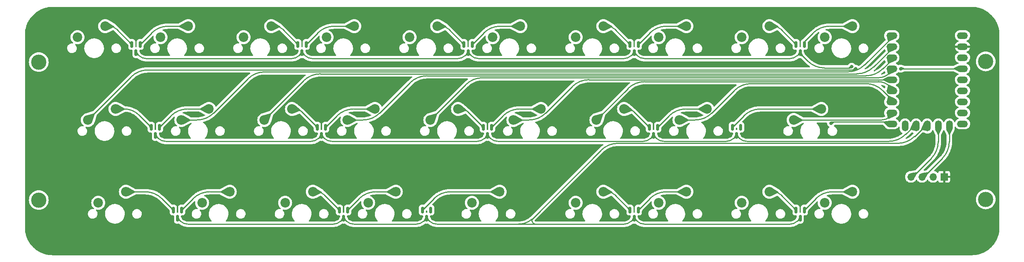
<source format=gbr>
%TF.GenerationSoftware,KiCad,Pcbnew,7.0.7*%
%TF.CreationDate,2023-08-31T12:53:39+10:00*%
%TF.ProjectId,qaz,71617a2e-6b69-4636-9164-5f7063625858,rev?*%
%TF.SameCoordinates,Original*%
%TF.FileFunction,Copper,L2,Bot*%
%TF.FilePolarity,Positive*%
%FSLAX46Y46*%
G04 Gerber Fmt 4.6, Leading zero omitted, Abs format (unit mm)*
G04 Created by KiCad (PCBNEW 7.0.7) date 2023-08-31 12:53:39*
%MOMM*%
%LPD*%
G01*
G04 APERTURE LIST*
G04 Aperture macros list*
%AMRoundRect*
0 Rectangle with rounded corners*
0 $1 Rounding radius*
0 $2 $3 $4 $5 $6 $7 $8 $9 X,Y pos of 4 corners*
0 Add a 4 corners polygon primitive as box body*
4,1,4,$2,$3,$4,$5,$6,$7,$8,$9,$2,$3,0*
0 Add four circle primitives for the rounded corners*
1,1,$1+$1,$2,$3*
1,1,$1+$1,$4,$5*
1,1,$1+$1,$6,$7*
1,1,$1+$1,$8,$9*
0 Add four rect primitives between the rounded corners*
20,1,$1+$1,$2,$3,$4,$5,0*
20,1,$1+$1,$4,$5,$6,$7,0*
20,1,$1+$1,$6,$7,$8,$9,0*
20,1,$1+$1,$8,$9,$2,$3,0*%
G04 Aperture macros list end*
%TA.AperFunction,ComponentPad*%
%ADD10O,1.700000X1.700000*%
%TD*%
%TA.AperFunction,ComponentPad*%
%ADD11R,1.700000X1.700000*%
%TD*%
%TA.AperFunction,ComponentPad*%
%ADD12C,2.200000*%
%TD*%
%TA.AperFunction,ComponentPad*%
%ADD13C,3.500000*%
%TD*%
%TA.AperFunction,SMDPad,CuDef*%
%ADD14RoundRect,0.150000X-0.150000X0.587500X-0.150000X-0.587500X0.150000X-0.587500X0.150000X0.587500X0*%
%TD*%
%TA.AperFunction,SMDPad,CuDef*%
%ADD15O,2.500000X1.500000*%
%TD*%
%TA.AperFunction,SMDPad,CuDef*%
%ADD16O,1.500000X2.500000*%
%TD*%
%TA.AperFunction,ViaPad*%
%ADD17C,0.800000*%
%TD*%
%TA.AperFunction,Conductor*%
%ADD18C,0.250000*%
%TD*%
G04 APERTURE END LIST*
D10*
%TO.P,J1,4,SDA*%
%TO.N,sda*%
X254085000Y-67305000D03*
%TO.P,J1,3,SCL*%
%TO.N,scl*%
X256625000Y-67305000D03*
%TO.P,J1,2,VCC*%
%TO.N,+3.3V*%
X259165000Y-67305000D03*
D11*
%TO.P,J1,1,GND*%
%TO.N,GND*%
X261705000Y-67305000D03*
%TD*%
D12*
%TO.P,SW24,1,1*%
%TO.N,Net-(D13-A-Pad1)*%
X159702500Y-70739000D03*
%TO.P,SW24,2,2*%
%TO.N,c4*%
X153352500Y-73279000D03*
%TD*%
%TO.P,SW11,1,1*%
%TO.N,Net-(D6-A-Pad1)*%
X71596250Y-51689000D03*
%TO.P,SW11,2,2*%
%TO.N,c0*%
X65246250Y-54229000D03*
%TD*%
%TO.P,SW27,1,1*%
%TO.N,Net-(D15-A-Pad1)*%
X221615000Y-70739000D03*
%TO.P,SW27,2,2*%
%TO.N,c8*%
X215265000Y-73279000D03*
%TD*%
%TO.P,SW19,1,1*%
%TO.N,Net-(D10-A-Pad1)*%
X233521250Y-51689000D03*
%TO.P,SW19,2,2*%
%TO.N,c8*%
X227171250Y-54229000D03*
%TD*%
%TO.P,SW21,1,1*%
%TO.N,Net-(D11-A-Pad2)*%
X97790000Y-70739000D03*
%TO.P,SW21,2,2*%
%TO.N,c1*%
X91440000Y-73279000D03*
%TD*%
D13*
%TO.P,REF\u002A\u002A,1*%
%TO.N,N/C*%
X271250000Y-72500000D03*
%TD*%
D12*
%TO.P,SW5,1,1*%
%TO.N,Net-(D3-A-Pad1)*%
X145415000Y-32639000D03*
%TO.P,SW5,2,2*%
%TO.N,c4*%
X139065000Y-35179000D03*
%TD*%
%TO.P,SW7,1,1*%
%TO.N,Net-(D4-A-Pad1)*%
X183515000Y-32639000D03*
%TO.P,SW7,2,2*%
%TO.N,c6*%
X177165000Y-35179000D03*
%TD*%
D13*
%TO.P,REF\u002A\u002A,1*%
%TO.N,N/C*%
X53975000Y-72644000D03*
%TD*%
D12*
%TO.P,SW1,1,1*%
%TO.N,Net-(D1-A-Pad1)*%
X69215000Y-32639000D03*
%TO.P,SW1,2,2*%
%TO.N,c0*%
X62865000Y-35179000D03*
%TD*%
%TO.P,SW26,1,1*%
%TO.N,Net-(D14-A-Pad2)*%
X202565000Y-70739000D03*
%TO.P,SW26,2,2*%
%TO.N,c7*%
X196215000Y-73279000D03*
%TD*%
%TO.P,SW9,1,1*%
%TO.N,Net-(D5-A-Pad1)*%
X221615000Y-32639000D03*
%TO.P,SW9,2,2*%
%TO.N,c8*%
X215265000Y-35179000D03*
%TD*%
%TO.P,SW18,1,1*%
%TO.N,Net-(D9-A-Pad2)*%
X207327500Y-51689000D03*
%TO.P,SW18,2,2*%
%TO.N,c7*%
X200977500Y-54229000D03*
%TD*%
%TO.P,SW13,1,1*%
%TO.N,Net-(D7-A-Pad1)*%
X112077500Y-51689000D03*
%TO.P,SW13,2,2*%
%TO.N,c2*%
X105727500Y-54229000D03*
%TD*%
%TO.P,SW2,1,1*%
%TO.N,Net-(D1-A-Pad2)*%
X88265000Y-32639000D03*
%TO.P,SW2,2,2*%
%TO.N,c1*%
X81915000Y-35179000D03*
%TD*%
%TO.P,SW12,1,1*%
%TO.N,Net-(D6-A-Pad2)*%
X93027500Y-51689000D03*
%TO.P,SW12,2,2*%
%TO.N,c1*%
X86677500Y-54229000D03*
%TD*%
%TO.P,SW20,1,1*%
%TO.N,Net-(D11-A-Pad1)*%
X73977500Y-70739000D03*
%TO.P,SW20,2,2*%
%TO.N,c0*%
X67627500Y-73279000D03*
%TD*%
%TO.P,SW17,1,1*%
%TO.N,Net-(D9-A-Pad1)*%
X188277500Y-51689000D03*
%TO.P,SW17,2,2*%
%TO.N,c6*%
X181927500Y-54229000D03*
%TD*%
%TO.P,SW28,1,1*%
%TO.N,Net-(D15-A-Pad2)*%
X240665000Y-70739000D03*
%TO.P,SW28,2,2*%
%TO.N,c9*%
X234315000Y-73279000D03*
%TD*%
%TO.P,SW10,1,1*%
%TO.N,Net-(D5-A-Pad2)*%
X240665000Y-32639000D03*
%TO.P,SW10,2,2*%
%TO.N,c9*%
X234315000Y-35179000D03*
%TD*%
%TO.P,SW6,1,1*%
%TO.N,Net-(D3-A-Pad2)*%
X164465000Y-32639000D03*
%TO.P,SW6,2,2*%
%TO.N,c5*%
X158115000Y-35179000D03*
%TD*%
D13*
%TO.P,REF\u002A\u002A,1*%
%TO.N,N/C*%
X53975000Y-40894000D03*
%TD*%
D12*
%TO.P,SW16,1,1*%
%TO.N,Net-(D8-A-Pad2)*%
X169227500Y-51689000D03*
%TO.P,SW16,2,2*%
%TO.N,c5*%
X162877500Y-54229000D03*
%TD*%
%TO.P,SW14,1,1*%
%TO.N,Net-(D7-A-Pad2)*%
X131127500Y-51689000D03*
%TO.P,SW14,2,2*%
%TO.N,c3*%
X124777500Y-54229000D03*
%TD*%
D13*
%TO.P,REF\u002A\u002A,1*%
%TO.N,N/C*%
X271250000Y-40750000D03*
%TD*%
D12*
%TO.P,SW22,1,1*%
%TO.N,Net-(D12-A-Pad1)*%
X116840000Y-70739000D03*
%TO.P,SW22,2,2*%
%TO.N,c2*%
X110490000Y-73279000D03*
%TD*%
%TO.P,SW23,1,1*%
%TO.N,Net-(D12-A-Pad2)*%
X135890000Y-70739000D03*
%TO.P,SW23,2,2*%
%TO.N,c3*%
X129540000Y-73279000D03*
%TD*%
%TO.P,SW3,1,1*%
%TO.N,Net-(D2-A-Pad1)*%
X107315000Y-32639000D03*
%TO.P,SW3,2,2*%
%TO.N,c2*%
X100965000Y-35179000D03*
%TD*%
%TO.P,SW4,1,1*%
%TO.N,Net-(D2-A-Pad2)*%
X126365000Y-32639000D03*
%TO.P,SW4,2,2*%
%TO.N,c3*%
X120015000Y-35179000D03*
%TD*%
%TO.P,SW8,1,1*%
%TO.N,Net-(D4-A-Pad2)*%
X202565000Y-32639000D03*
%TO.P,SW8,2,2*%
%TO.N,c7*%
X196215000Y-35179000D03*
%TD*%
%TO.P,SW15,1,1*%
%TO.N,Net-(D8-A-Pad1)*%
X150177500Y-51689000D03*
%TO.P,SW15,2,2*%
%TO.N,c4*%
X143827500Y-54229000D03*
%TD*%
%TO.P,SW25,1,1*%
%TO.N,Net-(D14-A-Pad1)*%
X183515000Y-70739000D03*
%TO.P,SW25,2,2*%
%TO.N,c6*%
X177165000Y-73279000D03*
%TD*%
D14*
%TO.P,D7,1,A*%
%TO.N,Net-(D7-A-Pad1)*%
X117880000Y-55899000D03*
%TO.P,D7,2,A*%
%TO.N,Net-(D7-A-Pad2)*%
X119780000Y-55899000D03*
%TO.P,D7,3,K*%
%TO.N,r1*%
X118830000Y-57774000D03*
%TD*%
%TO.P,D13,1,A*%
%TO.N,Net-(D13-A-Pad1)*%
X142005000Y-74949000D03*
%TO.P,D13,2,A*%
%TO.N,unconnected-(D13-A-Pad2)*%
X143905000Y-74949000D03*
%TO.P,D13,3,K*%
%TO.N,r2*%
X142955000Y-76824000D03*
%TD*%
%TO.P,D2,1,A*%
%TO.N,Net-(D2-A-Pad1)*%
X113430000Y-36849000D03*
%TO.P,D2,2,A*%
%TO.N,Net-(D2-A-Pad2)*%
X115330000Y-36849000D03*
%TO.P,D2,3,K*%
%TO.N,r0*%
X114380000Y-38724000D03*
%TD*%
%TO.P,D12,1,A*%
%TO.N,Net-(D12-A-Pad1)*%
X122955000Y-74949000D03*
%TO.P,D12,2,A*%
%TO.N,Net-(D12-A-Pad2)*%
X124855000Y-74949000D03*
%TO.P,D12,3,K*%
%TO.N,r2*%
X123905000Y-76824000D03*
%TD*%
%TO.P,D14,1,A*%
%TO.N,Net-(D14-A-Pad1)*%
X189635000Y-74949000D03*
%TO.P,D14,2,A*%
%TO.N,Net-(D14-A-Pad2)*%
X191535000Y-74949000D03*
%TO.P,D14,3,K*%
%TO.N,r2*%
X190585000Y-76824000D03*
%TD*%
%TO.P,D8,1,A*%
%TO.N,Net-(D8-A-Pad1)*%
X155980000Y-55899000D03*
%TO.P,D8,2,A*%
%TO.N,Net-(D8-A-Pad2)*%
X157880000Y-55899000D03*
%TO.P,D8,3,K*%
%TO.N,r1*%
X156930000Y-57774000D03*
%TD*%
%TO.P,D10,1,A*%
%TO.N,Net-(D10-A-Pad1)*%
X213125000Y-55899000D03*
%TO.P,D10,2,A*%
%TO.N,unconnected-(D10-A-Pad2)*%
X215025000Y-55899000D03*
%TO.P,D10,3,K*%
%TO.N,r1*%
X214075000Y-57774000D03*
%TD*%
%TO.P,D15,1,A*%
%TO.N,Net-(D15-A-Pad1)*%
X227735000Y-74949000D03*
%TO.P,D15,2,A*%
%TO.N,Net-(D15-A-Pad2)*%
X229635000Y-74949000D03*
%TO.P,D15,3,K*%
%TO.N,r2*%
X228685000Y-76824000D03*
%TD*%
%TO.P,D5,1,A*%
%TO.N,Net-(D5-A-Pad1)*%
X227735000Y-36849000D03*
%TO.P,D5,2,A*%
%TO.N,Net-(D5-A-Pad2)*%
X229635000Y-36849000D03*
%TO.P,D5,3,K*%
%TO.N,r0*%
X228685000Y-38724000D03*
%TD*%
%TO.P,D6,1,A*%
%TO.N,Net-(D6-A-Pad1)*%
X79780000Y-55899000D03*
%TO.P,D6,2,A*%
%TO.N,Net-(D6-A-Pad2)*%
X81680000Y-55899000D03*
%TO.P,D6,3,K*%
%TO.N,r1*%
X80730000Y-57774000D03*
%TD*%
%TO.P,D1,3,K*%
%TO.N,r0*%
X76280000Y-38724000D03*
%TO.P,D1,2,A*%
%TO.N,Net-(D1-A-Pad2)*%
X77230000Y-36849000D03*
%TO.P,D1,1,A*%
%TO.N,Net-(D1-A-Pad1)*%
X75330000Y-36849000D03*
%TD*%
D15*
%TO.P,U1,1,0*%
%TO.N,c1*%
X249690000Y-34798000D03*
%TO.P,U1,2,1*%
%TO.N,c2*%
X249690000Y-37338000D03*
%TO.P,U1,3,2*%
%TO.N,c3*%
X249690000Y-39878000D03*
%TO.P,U1,4,3*%
%TO.N,c4*%
X249690000Y-42418000D03*
%TO.P,U1,5,4*%
%TO.N,c5*%
X249690000Y-44958000D03*
%TO.P,U1,6,5*%
%TO.N,c6*%
X249690000Y-47498000D03*
%TO.P,U1,7,6*%
%TO.N,c7*%
X249690000Y-50038000D03*
%TO.P,U1,8,7*%
%TO.N,c8*%
X249690000Y-52578000D03*
%TO.P,U1,9,8*%
%TO.N,c9*%
X249690000Y-55118000D03*
D16*
%TO.P,U1,10,9*%
%TO.N,r0*%
X252730000Y-55618000D03*
%TO.P,U1,11,10*%
%TO.N,r1*%
X255270000Y-55618000D03*
%TO.P,U1,12,11*%
%TO.N,r2*%
X257810000Y-55618000D03*
%TO.P,U1,13,12*%
%TO.N,sda*%
X260350000Y-55618000D03*
%TO.P,U1,14,13*%
%TO.N,scl*%
X262890000Y-55618000D03*
D15*
%TO.P,U1,15,14*%
%TO.N,unconnected-(U1-14-Pad15)*%
X265930000Y-55118000D03*
%TO.P,U1,16,15*%
%TO.N,unconnected-(U1-15-Pad16)*%
X265930000Y-52578000D03*
%TO.P,U1,17,26*%
%TO.N,unconnected-(U1-26-Pad17)*%
X265930000Y-50038000D03*
%TO.P,U1,18,27*%
%TO.N,unconnected-(U1-27-Pad18)*%
X265930000Y-47498000D03*
%TO.P,U1,19,28*%
%TO.N,unconnected-(U1-28-Pad19)*%
X265930000Y-44958000D03*
%TO.P,U1,20,29*%
%TO.N,c0*%
X265930000Y-42418000D03*
%TO.P,U1,21,3V3*%
%TO.N,+3.3V*%
X265930000Y-39878000D03*
%TO.P,U1,22,GND*%
%TO.N,GND*%
X265930000Y-37338000D03*
%TO.P,U1,23,5V*%
%TO.N,unconnected-(U1-5V-Pad23)*%
X265930000Y-34798000D03*
%TD*%
D14*
%TO.P,D9,1,A*%
%TO.N,Net-(D9-A-Pad1)*%
X194080000Y-55899000D03*
%TO.P,D9,2,A*%
%TO.N,Net-(D9-A-Pad2)*%
X195980000Y-55899000D03*
%TO.P,D9,3,K*%
%TO.N,r1*%
X195030000Y-57774000D03*
%TD*%
%TO.P,D11,1,A*%
%TO.N,Net-(D11-A-Pad1)*%
X84855000Y-74949000D03*
%TO.P,D11,2,A*%
%TO.N,Net-(D11-A-Pad2)*%
X86755000Y-74949000D03*
%TO.P,D11,3,K*%
%TO.N,r2*%
X85805000Y-76824000D03*
%TD*%
%TO.P,D4,1,A*%
%TO.N,Net-(D4-A-Pad1)*%
X189635000Y-36849000D03*
%TO.P,D4,2,A*%
%TO.N,Net-(D4-A-Pad2)*%
X191535000Y-36849000D03*
%TO.P,D4,3,K*%
%TO.N,r0*%
X190585000Y-38724000D03*
%TD*%
%TO.P,D3,1,A*%
%TO.N,Net-(D3-A-Pad1)*%
X151535000Y-36849000D03*
%TO.P,D3,2,A*%
%TO.N,Net-(D3-A-Pad2)*%
X153435000Y-36849000D03*
%TO.P,D3,3,K*%
%TO.N,r0*%
X152485000Y-38724000D03*
%TD*%
D17*
%TO.N,r0*%
X240500000Y-41983500D03*
X252750000Y-55500000D03*
%TO.N,c0*%
X241422701Y-42433500D03*
X251714000Y-42418000D03*
%TO.N,c9*%
X235750000Y-54953500D03*
%TO.N,+3.3V*%
X265938000Y-39878000D03*
%TD*%
D18*
%TO.N,Net-(D1-A-Pad1)*%
X71793519Y-33312519D02*
X75330000Y-36849000D01*
X70167500Y-32639000D02*
X69215000Y-32639000D01*
X71793511Y-33312527D02*
G75*
G03*
X70167500Y-32639000I-1626011J-1625973D01*
G01*
%TO.N,Net-(D1-A-Pad2)*%
X83693963Y-32639000D02*
X88265000Y-32639000D01*
X79846207Y-34232792D02*
X77230000Y-36849000D01*
X83693963Y-32638960D02*
G75*
G03*
X79846208Y-34232793I37J-5441540D01*
G01*
%TO.N,r0*%
X114380000Y-38724000D02*
X113695000Y-39409000D01*
X228759599Y-39009599D02*
X230414207Y-40664207D01*
X154823736Y-40094000D02*
X188246263Y-40094000D01*
X76965000Y-39409000D02*
X76280000Y-38724000D01*
X192923736Y-40094000D02*
X226346263Y-40094000D01*
X114380000Y-38724000D02*
X115065000Y-39409000D01*
X151800000Y-39409000D02*
X152485000Y-38724000D01*
X190585000Y-38724000D02*
X191270000Y-39409000D01*
X240031399Y-42258000D02*
X234261963Y-42258000D01*
X228610400Y-38798599D02*
X228000000Y-39409000D01*
X190585000Y-38724000D02*
X189900000Y-39409000D01*
X150146263Y-40094000D02*
X116718736Y-40094000D01*
X153170000Y-39409000D02*
X152485000Y-38724000D01*
X78618736Y-40094000D02*
X112041263Y-40094000D01*
X240362750Y-42120750D02*
X240500000Y-41983500D01*
X230414215Y-40664199D02*
G75*
G03*
X234261963Y-42258000I3847785J3847799D01*
G01*
X188246263Y-40093984D02*
G75*
G03*
X189899999Y-39408999I37J2338684D01*
G01*
X153169989Y-39409011D02*
G75*
G03*
X154823736Y-40094000I1653711J1653711D01*
G01*
X76964989Y-39409011D02*
G75*
G03*
X78618736Y-40094000I1653711J1653711D01*
G01*
X150146263Y-40093984D02*
G75*
G03*
X151799999Y-39408999I37J2338684D01*
G01*
X112041263Y-40093984D02*
G75*
G03*
X113694999Y-39408999I37J2338684D01*
G01*
X240031399Y-42257999D02*
G75*
G03*
X240362750Y-42120750I1J468599D01*
G01*
X226346263Y-40093984D02*
G75*
G03*
X227999999Y-39408999I37J2338684D01*
G01*
X228685001Y-38829500D02*
G75*
G03*
X228759600Y-39009598I254699J0D01*
G01*
X115064989Y-39409011D02*
G75*
G03*
X116718736Y-40094000I1653711J1653711D01*
G01*
X191269989Y-39409011D02*
G75*
G03*
X192923736Y-40094000I1653711J1653711D01*
G01*
X228684999Y-38829500D02*
G75*
G03*
X228610401Y-38798600I-43699J0D01*
G01*
%TO.N,Net-(D2-A-Pad1)*%
X108267500Y-32639000D02*
X107315000Y-32639000D01*
X109893519Y-33312519D02*
X113430000Y-36849000D01*
X109893511Y-33312527D02*
G75*
G03*
X108267500Y-32639000I-1626011J-1625973D01*
G01*
%TO.N,Net-(D2-A-Pad2)*%
X117946207Y-34232792D02*
X115330000Y-36849000D01*
X121793963Y-32639000D02*
X126365000Y-32639000D01*
X121793963Y-32638960D02*
G75*
G03*
X117946208Y-34232793I37J-5441540D01*
G01*
%TO.N,Net-(D3-A-Pad1)*%
X146370000Y-32639000D02*
X145415000Y-32639000D01*
X148000286Y-33314286D02*
X151535000Y-36849000D01*
X148000291Y-33314281D02*
G75*
G03*
X146370000Y-32639000I-1630291J-1630319D01*
G01*
%TO.N,Net-(D3-A-Pad2)*%
X156051207Y-34232792D02*
X153435000Y-36849000D01*
X159898963Y-32639000D02*
X164465000Y-32639000D01*
X159898963Y-32638960D02*
G75*
G03*
X156051208Y-34232793I37J-5441540D01*
G01*
%TO.N,Net-(D4-A-Pad1)*%
X184470000Y-32639000D02*
X183515000Y-32639000D01*
X186100286Y-33314286D02*
X189635000Y-36849000D01*
X186100291Y-33314281D02*
G75*
G03*
X184470000Y-32639000I-1630291J-1630319D01*
G01*
%TO.N,Net-(D4-A-Pad2)*%
X194151207Y-34232792D02*
X191535000Y-36849000D01*
X197998963Y-32639000D02*
X202565000Y-32639000D01*
X197998963Y-32638960D02*
G75*
G03*
X194151208Y-34232793I37J-5441540D01*
G01*
%TO.N,Net-(D5-A-Pad1)*%
X224200286Y-33314286D02*
X227735000Y-36849000D01*
X222570000Y-32639000D02*
X221615000Y-32639000D01*
X224200291Y-33314281D02*
G75*
G03*
X222570000Y-32639000I-1630291J-1630319D01*
G01*
%TO.N,Net-(D5-A-Pad2)*%
X235463963Y-32639000D02*
X240665000Y-32639000D01*
X229635000Y-36531500D02*
X229635000Y-36849000D01*
X231616206Y-34232792D02*
X229859506Y-35989493D01*
X235463963Y-32638988D02*
G75*
G03*
X231616206Y-34232792I37J-5441612D01*
G01*
X229859509Y-35989496D02*
G75*
G03*
X229635000Y-36531500I541991J-542004D01*
G01*
%TO.N,Net-(D6-A-Pad1)*%
X76974932Y-53093932D02*
X79780000Y-55899000D01*
X73583125Y-51689000D02*
X71596250Y-51689000D01*
X76974911Y-53093953D02*
G75*
G03*
X73583125Y-51689000I-3391811J-3391747D01*
G01*
%TO.N,Net-(D6-A-Pad2)*%
X88143963Y-51689000D02*
X93027500Y-51689000D01*
X84296207Y-53282792D02*
X81680000Y-55899000D01*
X88143963Y-51688960D02*
G75*
G03*
X84296208Y-53282793I37J-5441540D01*
G01*
%TO.N,r1*%
X213390000Y-58459000D02*
X214075000Y-57774000D01*
X248990036Y-59144000D02*
X216413736Y-59144000D01*
X214760000Y-58459000D02*
X214075000Y-57774000D01*
X118145000Y-58459000D02*
X118830000Y-57774000D01*
X156245000Y-58459000D02*
X156930000Y-57774000D01*
X81415000Y-58459000D02*
X80730000Y-57774000D01*
X119515000Y-58459000D02*
X118830000Y-57774000D01*
X194345000Y-58459000D02*
X195030000Y-57774000D01*
X157615000Y-58459000D02*
X156930000Y-57774000D01*
X116491263Y-59144000D02*
X83068736Y-59144000D01*
X192691263Y-59144000D02*
X159268736Y-59144000D01*
X195715000Y-58459000D02*
X195030000Y-57774000D01*
X121168736Y-59144000D02*
X154591263Y-59144000D01*
X197368736Y-59144000D02*
X211736263Y-59144000D01*
X252837792Y-57550207D02*
X255270000Y-55118000D01*
X195714989Y-58459011D02*
G75*
G03*
X197368736Y-59144000I1653711J1653711D01*
G01*
X248990036Y-59144010D02*
G75*
G03*
X252837792Y-57550207I-36J5441610D01*
G01*
X81414989Y-58459011D02*
G75*
G03*
X83068736Y-59144000I1653711J1653711D01*
G01*
X157614989Y-58459011D02*
G75*
G03*
X159268736Y-59144000I1653711J1653711D01*
G01*
X214759989Y-58459011D02*
G75*
G03*
X216413736Y-59144000I1653711J1653711D01*
G01*
X192691263Y-59143984D02*
G75*
G03*
X194344999Y-58458999I37J2338684D01*
G01*
X116491263Y-59143984D02*
G75*
G03*
X118144999Y-58458999I37J2338684D01*
G01*
X154591263Y-59143984D02*
G75*
G03*
X156244999Y-58458999I37J2338684D01*
G01*
X211736263Y-59143984D02*
G75*
G03*
X213389999Y-58458999I37J2338684D01*
G01*
X119514989Y-58459011D02*
G75*
G03*
X121168736Y-59144000I1653711J1653711D01*
G01*
%TO.N,Net-(D7-A-Pad1)*%
X114233033Y-52252033D02*
X117880000Y-55899000D01*
X112873750Y-51689000D02*
X112077500Y-51689000D01*
X114233054Y-52252012D02*
G75*
G03*
X112873750Y-51689000I-1359254J-1359288D01*
G01*
%TO.N,Net-(D7-A-Pad2)*%
X126243963Y-51689000D02*
X131127500Y-51689000D01*
X122396207Y-53282792D02*
X119780000Y-55899000D01*
X126243963Y-51688960D02*
G75*
G03*
X122396208Y-53282793I37J-5441540D01*
G01*
%TO.N,Net-(D8-A-Pad1)*%
X150973750Y-51689000D02*
X150177500Y-51689000D01*
X152333033Y-52252033D02*
X155980000Y-55899000D01*
X152333054Y-52252012D02*
G75*
G03*
X150973750Y-51689000I-1359254J-1359288D01*
G01*
%TO.N,Net-(D8-A-Pad2)*%
X164343963Y-51689000D02*
X169227500Y-51689000D01*
X160496207Y-53282792D02*
X157880000Y-55899000D01*
X164343963Y-51688960D02*
G75*
G03*
X160496208Y-53282793I37J-5441540D01*
G01*
%TO.N,Net-(D9-A-Pad1)*%
X190433033Y-52252033D02*
X194080000Y-55899000D01*
X189073750Y-51689000D02*
X188277500Y-51689000D01*
X190433054Y-52252012D02*
G75*
G03*
X189073750Y-51689000I-1359254J-1359288D01*
G01*
%TO.N,Net-(D9-A-Pad2)*%
X202443963Y-51689000D02*
X207327500Y-51689000D01*
X198596207Y-53282792D02*
X195980000Y-55899000D01*
X202443963Y-51688960D02*
G75*
G03*
X198596208Y-53282793I37J-5441540D01*
G01*
%TO.N,Net-(D10-A-Pad1)*%
X219588963Y-51689000D02*
X233521250Y-51689000D01*
X215741207Y-53282792D02*
X213125000Y-55899000D01*
X219588963Y-51688960D02*
G75*
G03*
X215741208Y-53282793I37J-5441540D01*
G01*
%TO.N,Net-(D11-A-Pad1)*%
X78391036Y-70739000D02*
X73977500Y-70739000D01*
X82238792Y-72332792D02*
X84855000Y-74949000D01*
X82238784Y-72332800D02*
G75*
G03*
X78391036Y-70739000I-3847784J-3847800D01*
G01*
%TO.N,Net-(D11-A-Pad2)*%
X89371207Y-72332792D02*
X86755000Y-74949000D01*
X93218963Y-70739000D02*
X97790000Y-70739000D01*
X93218963Y-70738960D02*
G75*
G03*
X89371208Y-72332793I37J-5441540D01*
G01*
%TO.N,r2*%
X190585000Y-76824000D02*
X191270000Y-77509000D01*
X228000000Y-77509000D02*
X228685000Y-76824000D01*
X123905000Y-76824000D02*
X123220000Y-77509000D01*
X189900000Y-77509000D02*
X190585000Y-76824000D01*
X86490000Y-77509000D02*
X85805000Y-76824000D01*
X254927792Y-58000207D02*
X257810000Y-55118000D01*
X145293736Y-78194000D02*
X163746036Y-78194000D01*
X124590000Y-77509000D02*
X123905000Y-76824000D01*
X226346263Y-78194000D02*
X192923736Y-78194000D01*
X121566263Y-78194000D02*
X88143736Y-78194000D01*
X143640000Y-77509000D02*
X142955000Y-76824000D01*
X168343144Y-78194000D02*
X188246263Y-78194000D01*
X126243736Y-78194000D02*
X140616263Y-78194000D01*
X251080036Y-59594000D02*
X186853963Y-59594000D01*
X167145451Y-77048548D02*
X183006207Y-61187792D01*
X168343144Y-78194000D02*
X163746036Y-78194000D01*
X142270000Y-77509000D02*
X142955000Y-76824000D01*
X188246263Y-78193984D02*
G75*
G03*
X189899999Y-77508999I37J2338684D01*
G01*
X124589989Y-77509011D02*
G75*
G03*
X126243736Y-78194000I1653711J1653711D01*
G01*
X191269989Y-77509011D02*
G75*
G03*
X192923736Y-78194000I1653711J1653711D01*
G01*
X140616263Y-78193984D02*
G75*
G03*
X142269999Y-77508999I37J2338684D01*
G01*
X186853963Y-59593960D02*
G75*
G03*
X183006208Y-61187793I37J-5441540D01*
G01*
X163746034Y-78194026D02*
G75*
G03*
X167145451Y-77048547I281266J4782226D01*
G01*
X143639989Y-77509011D02*
G75*
G03*
X145293736Y-78194000I1653711J1653711D01*
G01*
X86489989Y-77509011D02*
G75*
G03*
X88143736Y-78194000I1653711J1653711D01*
G01*
X251080036Y-59594010D02*
G75*
G03*
X254927792Y-58000207I-36J5441610D01*
G01*
X167145443Y-77048546D02*
G75*
G03*
X168343144Y-78193999I929157J-227354D01*
G01*
X121566263Y-78193984D02*
G75*
G03*
X123219999Y-77508999I37J2338684D01*
G01*
X226346263Y-78193984D02*
G75*
G03*
X227999999Y-77508999I37J2338684D01*
G01*
%TO.N,Net-(D12-A-Pad1)*%
X117792500Y-70739000D02*
X116840000Y-70739000D01*
X119418519Y-71412519D02*
X122955000Y-74949000D01*
X119418511Y-71412527D02*
G75*
G03*
X117792500Y-70739000I-1626011J-1625973D01*
G01*
%TO.N,Net-(D12-A-Pad2)*%
X131318963Y-70739000D02*
X135890000Y-70739000D01*
X127471207Y-72332792D02*
X124855000Y-74949000D01*
X131318963Y-70738960D02*
G75*
G03*
X127471208Y-72332793I37J-5441540D01*
G01*
%TO.N,Net-(D13-A-Pad1)*%
X144621207Y-72332792D02*
X142005000Y-74949000D01*
X148468963Y-70739000D02*
X159702500Y-70739000D01*
X148468963Y-70738960D02*
G75*
G03*
X144621208Y-72332793I37J-5441540D01*
G01*
%TO.N,Net-(D14-A-Pad1)*%
X186100286Y-71414286D02*
X189635000Y-74949000D01*
X184470000Y-70739000D02*
X183515000Y-70739000D01*
X186100291Y-71414281D02*
G75*
G03*
X184470000Y-70739000I-1630291J-1630319D01*
G01*
%TO.N,Net-(D15-A-Pad1)*%
X222570000Y-70739000D02*
X221615000Y-70739000D01*
X224200286Y-71414286D02*
X227735000Y-74949000D01*
X224200291Y-71414281D02*
G75*
G03*
X222570000Y-70739000I-1630291J-1630319D01*
G01*
%TO.N,Net-(D15-A-Pad2)*%
X236098963Y-70739000D02*
X240665000Y-70739000D01*
X232251207Y-72332792D02*
X229635000Y-74949000D01*
X236098963Y-70738960D02*
G75*
G03*
X232251208Y-72332793I37J-5441540D01*
G01*
%TO.N,c0*%
X240954100Y-42708000D02*
X79021213Y-42708000D01*
X251714000Y-42418000D02*
X265430000Y-42418000D01*
X75173457Y-44301792D02*
X65246250Y-54229000D01*
X241285451Y-42570750D02*
X241422701Y-42433500D01*
X79021213Y-42707995D02*
G75*
G03*
X75173457Y-44301792I-13J-5441505D01*
G01*
X240954100Y-42708000D02*
G75*
G03*
X241285451Y-42570750I0J468600D01*
G01*
%TO.N,c1*%
X239576036Y-43158000D02*
X105827718Y-43158000D01*
X243423792Y-41564207D02*
X250190000Y-34798000D01*
X94096547Y-52635207D02*
X101979962Y-44751792D01*
X90248791Y-54229000D02*
X86677500Y-54229000D01*
X90248791Y-54228978D02*
G75*
G03*
X94096547Y-52635207I9J5441578D01*
G01*
X239576036Y-43158010D02*
G75*
G03*
X243423792Y-41564207I-36J5441610D01*
G01*
X105827718Y-43157998D02*
G75*
G03*
X101979962Y-44751792I-18J-5441502D01*
G01*
%TO.N,c2*%
X114754707Y-45201792D02*
X105727500Y-54229000D01*
X245513792Y-42014207D02*
X250190000Y-37338000D01*
X241666036Y-43608000D02*
X118602463Y-43608000D01*
X241666036Y-43608010D02*
G75*
G03*
X245513792Y-42014207I-36J5441610D01*
G01*
X118602463Y-43607960D02*
G75*
G03*
X114754708Y-45201793I37J-5441540D01*
G01*
%TO.N,c3*%
X132196547Y-52635207D02*
X139179962Y-45651792D01*
X128348791Y-54229000D02*
X124777500Y-54229000D01*
X247603792Y-42464207D02*
X250190000Y-39878000D01*
X243756036Y-44058000D02*
X143027718Y-44058000D01*
X143027718Y-44057998D02*
G75*
G03*
X139179962Y-45651792I-18J-5441502D01*
G01*
X128348791Y-54228978D02*
G75*
G03*
X132196547Y-52635207I9J5441578D01*
G01*
X243756036Y-44058010D02*
G75*
G03*
X247603792Y-42464207I-36J5441610D01*
G01*
%TO.N,c4*%
X249145000Y-43463000D02*
X250190000Y-42418000D01*
X155802463Y-44508000D02*
X246622146Y-44508000D01*
X151954707Y-46101792D02*
X143827500Y-54229000D01*
X155802463Y-44507960D02*
G75*
G03*
X151954708Y-46101793I37J-5441540D01*
G01*
X246622146Y-44508019D02*
G75*
G03*
X249145000Y-43463000I-46J3567919D01*
G01*
%TO.N,c5*%
X176379962Y-46551792D02*
X170296547Y-52635207D01*
X166448791Y-54229000D02*
X162877500Y-54229000D01*
X180227718Y-44958000D02*
X250190000Y-44958000D01*
X166448791Y-54228978D02*
G75*
G03*
X170296547Y-52635207I9J5441578D01*
G01*
X180227718Y-44957998D02*
G75*
G03*
X176379962Y-46551792I-18J-5441502D01*
G01*
%TO.N,c6*%
X246622146Y-45408000D02*
X193002463Y-45408000D01*
X249145000Y-46453000D02*
X250190000Y-47498000D01*
X189154707Y-47001792D02*
X181927500Y-54229000D01*
X193002463Y-45407960D02*
G75*
G03*
X189154708Y-47001793I37J-5441540D01*
G01*
X249144986Y-46453014D02*
G75*
G03*
X246622146Y-45408000I-2522886J-2522886D01*
G01*
%TO.N,c7*%
X213579962Y-47451792D02*
X208396547Y-52635207D01*
X217427718Y-45858000D02*
X243756036Y-45858000D01*
X247603792Y-47451792D02*
X250190000Y-50038000D01*
X204548791Y-54229000D02*
X200977500Y-54229000D01*
X217427718Y-45857998D02*
G75*
G03*
X213579962Y-47451792I-18J-5441502D01*
G01*
X204548791Y-54228978D02*
G75*
G03*
X208396547Y-52635207I9J5441578D01*
G01*
X247603784Y-47451800D02*
G75*
G03*
X243756036Y-45858000I-3847784J-3847800D01*
G01*
%TO.N,c8*%
X249364500Y-53403500D02*
X250190000Y-52578000D01*
X247371566Y-54229000D02*
X227171250Y-54229000D01*
X247371566Y-54228986D02*
G75*
G03*
X249364500Y-53403500I34J2818386D01*
G01*
%TO.N,c9*%
X236218600Y-54679000D02*
X249440580Y-54679000D01*
X235887250Y-54816250D02*
X235750000Y-54953500D01*
X249970500Y-54898500D02*
X250190000Y-55118000D01*
X249970506Y-54898494D02*
G75*
G03*
X249440580Y-54679000I-529906J-529906D01*
G01*
X236218600Y-54679001D02*
G75*
G03*
X235887250Y-54816250I0J-468599D01*
G01*
%TO.N,Net-(D14-A-Pad2)*%
X194151207Y-72332792D02*
X191535000Y-74949000D01*
X197998963Y-70739000D02*
X202565000Y-70739000D01*
X197998963Y-70738960D02*
G75*
G03*
X194151208Y-72332793I37J-5441540D01*
G01*
%TO.N,scl*%
X261296207Y-63052792D02*
X256625000Y-67724000D01*
X262890000Y-59205036D02*
X262890000Y-55118000D01*
X261296200Y-63052785D02*
G75*
G03*
X262890000Y-59205036I-3847800J3847785D01*
G01*
%TO.N,sda*%
X258756207Y-63052792D02*
X254085000Y-67724000D01*
X260350000Y-59205036D02*
X260350000Y-55118000D01*
X258756200Y-63052785D02*
G75*
G03*
X260350000Y-59205036I-3847800J3847785D01*
G01*
%TD*%
%TA.AperFunction,Conductor*%
%TO.N,Net-(D9-A-Pad1)*%
G36*
X193822762Y-55224412D02*
G01*
X193823329Y-55225670D01*
X194076636Y-55889047D01*
X194076386Y-55897999D01*
X194070153Y-55904043D01*
X193789676Y-56019288D01*
X193780721Y-56019263D01*
X193774970Y-56014092D01*
X193483699Y-55482950D01*
X193482726Y-55474048D01*
X193485683Y-55469053D01*
X193654997Y-55299739D01*
X193657830Y-55297654D01*
X193806970Y-55219480D01*
X193815886Y-55218676D01*
X193822762Y-55224412D01*
G37*
%TD.AperFunction*%
%TD*%
%TA.AperFunction,Conductor*%
%TO.N,r2*%
G36*
X123614673Y-76703710D02*
G01*
X123895153Y-76818956D01*
X123901503Y-76825270D01*
X123901636Y-76833952D01*
X123648329Y-77497329D01*
X123642177Y-77503835D01*
X123633225Y-77504085D01*
X123631972Y-77503520D01*
X123482835Y-77425347D01*
X123479994Y-77423257D01*
X123310685Y-77253948D01*
X123307258Y-77245675D01*
X123308699Y-77240049D01*
X123599971Y-76708905D01*
X123606953Y-76703301D01*
X123614673Y-76703710D01*
G37*
%TD.AperFunction*%
%TD*%
%TA.AperFunction,Conductor*%
%TO.N,Net-(D1-A-Pad2)*%
G36*
X77503019Y-36169475D02*
G01*
X77652165Y-36247653D01*
X77655005Y-36249742D01*
X77824314Y-36419051D01*
X77827741Y-36427324D01*
X77826300Y-36432950D01*
X77535029Y-36964092D01*
X77528046Y-36969698D01*
X77520323Y-36969288D01*
X77507677Y-36964092D01*
X77239846Y-36854043D01*
X77233496Y-36847729D01*
X77233363Y-36839047D01*
X77486670Y-36175669D01*
X77492822Y-36169164D01*
X77501774Y-36168914D01*
X77503019Y-36169475D01*
G37*
%TD.AperFunction*%
%TD*%
%TA.AperFunction,Conductor*%
%TO.N,Net-(D14-A-Pad1)*%
G36*
X189377762Y-74274412D02*
G01*
X189378329Y-74275670D01*
X189631636Y-74939047D01*
X189631386Y-74947999D01*
X189625153Y-74954043D01*
X189344676Y-75069288D01*
X189335721Y-75069263D01*
X189329970Y-75064092D01*
X189038699Y-74532950D01*
X189037726Y-74524048D01*
X189040683Y-74519053D01*
X189209997Y-74349739D01*
X189212830Y-74347654D01*
X189361970Y-74269480D01*
X189370886Y-74268676D01*
X189377762Y-74274412D01*
G37*
%TD.AperFunction*%
%TD*%
%TA.AperFunction,Conductor*%
%TO.N,Net-(D3-A-Pad2)*%
G36*
X153708019Y-36169475D02*
G01*
X153857165Y-36247653D01*
X153860005Y-36249742D01*
X154029314Y-36419051D01*
X154032741Y-36427324D01*
X154031300Y-36432950D01*
X153740029Y-36964092D01*
X153733046Y-36969698D01*
X153725323Y-36969288D01*
X153712677Y-36964092D01*
X153444846Y-36854043D01*
X153438496Y-36847729D01*
X153438363Y-36839047D01*
X153691670Y-36175669D01*
X153697822Y-36169164D01*
X153706774Y-36168914D01*
X153708019Y-36169475D01*
G37*
%TD.AperFunction*%
%TD*%
%TA.AperFunction,Conductor*%
%TO.N,Net-(D6-A-Pad2)*%
G36*
X92586959Y-50699720D02*
G01*
X92587300Y-50700421D01*
X93026372Y-51684232D01*
X93026615Y-51693183D01*
X93026372Y-51693768D01*
X92587300Y-52677578D01*
X92580799Y-52683737D01*
X92571848Y-52683494D01*
X92571147Y-52683153D01*
X90933731Y-51817294D01*
X90928019Y-51810397D01*
X90927500Y-51806951D01*
X90927500Y-51571048D01*
X90930927Y-51562775D01*
X90933731Y-51560705D01*
X92571147Y-50694845D01*
X92580062Y-50694008D01*
X92586959Y-50699720D01*
G37*
%TD.AperFunction*%
%TD*%
%TA.AperFunction,Conductor*%
%TO.N,Net-(D13-A-Pad1)*%
G36*
X142278019Y-74269475D02*
G01*
X142427165Y-74347653D01*
X142430005Y-74349742D01*
X142599314Y-74519051D01*
X142602741Y-74527324D01*
X142601300Y-74532950D01*
X142310029Y-75064092D01*
X142303046Y-75069698D01*
X142295323Y-75069288D01*
X142282677Y-75064092D01*
X142014846Y-74954043D01*
X142008496Y-74947729D01*
X142008363Y-74939047D01*
X142261670Y-74275669D01*
X142267822Y-74269164D01*
X142276774Y-74268914D01*
X142278019Y-74269475D01*
G37*
%TD.AperFunction*%
%TD*%
%TA.AperFunction,Conductor*%
%TO.N,r0*%
G36*
X190884278Y-38603736D02*
G01*
X190890029Y-38608907D01*
X191181300Y-39140049D01*
X191182273Y-39148951D01*
X191179314Y-39153948D01*
X191010005Y-39323257D01*
X191007164Y-39325347D01*
X190858031Y-39403517D01*
X190849112Y-39404322D01*
X190842236Y-39398586D01*
X190841669Y-39397328D01*
X190813385Y-39323257D01*
X190588363Y-38733951D01*
X190588613Y-38725000D01*
X190594844Y-38718957D01*
X190875325Y-38603711D01*
X190884278Y-38603736D01*
G37*
%TD.AperFunction*%
%TD*%
%TA.AperFunction,Conductor*%
%TO.N,r1*%
G36*
X118539673Y-57653710D02*
G01*
X118820153Y-57768956D01*
X118826503Y-57775270D01*
X118826636Y-57783952D01*
X118573329Y-58447329D01*
X118567177Y-58453835D01*
X118558225Y-58454085D01*
X118556972Y-58453520D01*
X118407835Y-58375347D01*
X118404994Y-58373257D01*
X118235685Y-58203948D01*
X118232258Y-58195675D01*
X118233699Y-58190049D01*
X118524971Y-57658905D01*
X118531953Y-57653301D01*
X118539673Y-57653710D01*
G37*
%TD.AperFunction*%
%TD*%
%TA.AperFunction,Conductor*%
%TO.N,r1*%
G36*
X119129278Y-57653735D02*
G01*
X119135029Y-57658906D01*
X119426300Y-58190049D01*
X119427273Y-58198951D01*
X119424314Y-58203948D01*
X119255005Y-58373257D01*
X119252164Y-58375347D01*
X119103031Y-58453517D01*
X119094112Y-58454322D01*
X119087236Y-58448586D01*
X119086669Y-58447328D01*
X119058385Y-58373257D01*
X118833363Y-57783951D01*
X118833613Y-57775000D01*
X118839844Y-57768957D01*
X119120325Y-57653710D01*
X119129278Y-57653735D01*
G37*
%TD.AperFunction*%
%TD*%
%TA.AperFunction,Conductor*%
%TO.N,r1*%
G36*
X214374278Y-57653736D02*
G01*
X214380029Y-57658907D01*
X214671300Y-58190049D01*
X214672273Y-58198951D01*
X214669314Y-58203948D01*
X214500005Y-58373257D01*
X214497164Y-58375347D01*
X214348031Y-58453517D01*
X214339112Y-58454322D01*
X214332236Y-58448586D01*
X214331669Y-58447328D01*
X214303385Y-58373257D01*
X214078363Y-57783951D01*
X214078613Y-57775000D01*
X214084844Y-57768957D01*
X214365325Y-57653711D01*
X214374278Y-57653736D01*
G37*
%TD.AperFunction*%
%TD*%
%TA.AperFunction,Conductor*%
%TO.N,Net-(D2-A-Pad2)*%
G36*
X125924459Y-31649720D02*
G01*
X125924800Y-31650421D01*
X126313358Y-32521048D01*
X126363872Y-32634231D01*
X126364115Y-32643182D01*
X126363872Y-32643767D01*
X125924800Y-33627578D01*
X125918299Y-33633737D01*
X125909348Y-33633494D01*
X125908647Y-33633153D01*
X124271231Y-32767294D01*
X124265519Y-32760397D01*
X124265000Y-32756951D01*
X124265000Y-32521048D01*
X124268427Y-32512775D01*
X124271231Y-32510705D01*
X125908647Y-31644845D01*
X125917562Y-31644008D01*
X125924459Y-31649720D01*
G37*
%TD.AperFunction*%
%TD*%
%TA.AperFunction,Conductor*%
%TO.N,c0*%
G36*
X241148145Y-42158923D02*
G01*
X241148399Y-42159168D01*
X241420247Y-42430058D01*
X241423688Y-42438325D01*
X241423688Y-42438375D01*
X241423595Y-42475618D01*
X241420147Y-42483883D01*
X241415945Y-42486566D01*
X241157195Y-42582024D01*
X241156758Y-42582166D01*
X240770566Y-42691086D01*
X240770119Y-42691193D01*
X240748264Y-42695540D01*
X240739482Y-42693793D01*
X240734507Y-42686347D01*
X240734283Y-42684075D01*
X240734282Y-42587625D01*
X240737447Y-42579626D01*
X240808497Y-42503887D01*
X240809890Y-42502627D01*
X240928282Y-42411782D01*
X241024536Y-42286341D01*
X241033180Y-42265470D01*
X241035447Y-42261958D01*
X241131609Y-42159449D01*
X241139766Y-42155762D01*
X241148145Y-42158923D01*
G37*
%TD.AperFunction*%
%TD*%
%TA.AperFunction,Conductor*%
%TO.N,Net-(D11-A-Pad1)*%
G36*
X74433151Y-69744505D02*
G01*
X74433852Y-69744846D01*
X76071269Y-70610705D01*
X76076981Y-70617602D01*
X76077500Y-70621048D01*
X76077500Y-70856951D01*
X76074073Y-70865224D01*
X76071269Y-70867294D01*
X74433852Y-71733153D01*
X74424937Y-71733991D01*
X74418040Y-71728279D01*
X74417699Y-71727578D01*
X73978626Y-70743765D01*
X73978384Y-70734817D01*
X73978614Y-70734262D01*
X74417700Y-69750419D01*
X74424200Y-69744262D01*
X74433151Y-69744505D01*
G37*
%TD.AperFunction*%
%TD*%
%TA.AperFunction,Conductor*%
%TO.N,Net-(D3-A-Pad1)*%
G36*
X151277762Y-36174412D02*
G01*
X151278329Y-36175670D01*
X151531636Y-36839047D01*
X151531386Y-36847999D01*
X151525153Y-36854043D01*
X151244676Y-36969287D01*
X151235721Y-36969262D01*
X151229970Y-36964091D01*
X151161397Y-36839047D01*
X150938699Y-36432950D01*
X150937726Y-36424048D01*
X150940683Y-36419053D01*
X151109997Y-36249739D01*
X151112830Y-36247654D01*
X151261970Y-36169480D01*
X151270886Y-36168676D01*
X151277762Y-36174412D01*
G37*
%TD.AperFunction*%
%TD*%
%TA.AperFunction,Conductor*%
%TO.N,c0*%
G36*
X251894696Y-42058890D02*
G01*
X252506437Y-42290141D01*
X252512964Y-42296272D01*
X252514000Y-42301085D01*
X252514000Y-42534914D01*
X252510573Y-42543187D01*
X252506437Y-42545858D01*
X251877655Y-42783551D01*
X251868705Y-42783271D01*
X251862719Y-42777109D01*
X251766306Y-42545858D01*
X251714875Y-42422499D01*
X251714855Y-42413550D01*
X251862719Y-42058889D01*
X251869066Y-42052572D01*
X251877654Y-42052448D01*
X251894696Y-42058890D01*
G37*
%TD.AperFunction*%
%TD*%
%TA.AperFunction,Conductor*%
%TO.N,Net-(D2-A-Pad1)*%
G36*
X113172762Y-36174412D02*
G01*
X113173329Y-36175670D01*
X113426636Y-36839047D01*
X113426386Y-36847999D01*
X113420153Y-36854043D01*
X113139676Y-36969288D01*
X113130721Y-36969263D01*
X113124970Y-36964092D01*
X112833699Y-36432950D01*
X112832726Y-36424048D01*
X112835683Y-36419053D01*
X113004997Y-36249739D01*
X113007830Y-36247654D01*
X113156970Y-36169480D01*
X113165886Y-36168676D01*
X113172762Y-36174412D01*
G37*
%TD.AperFunction*%
%TD*%
%TA.AperFunction,Conductor*%
%TO.N,Net-(D10-A-Pad1)*%
G36*
X233080709Y-50699720D02*
G01*
X233081050Y-50700421D01*
X233469608Y-51571048D01*
X233520122Y-51684231D01*
X233520365Y-51693182D01*
X233520122Y-51693767D01*
X233081050Y-52677578D01*
X233074549Y-52683737D01*
X233065598Y-52683494D01*
X233064897Y-52683153D01*
X231427481Y-51817294D01*
X231421769Y-51810397D01*
X231421250Y-51806951D01*
X231421250Y-51571048D01*
X231424677Y-51562775D01*
X231427481Y-51560705D01*
X233064897Y-50694845D01*
X233073812Y-50694008D01*
X233080709Y-50699720D01*
G37*
%TD.AperFunction*%
%TD*%
%TA.AperFunction,Conductor*%
%TO.N,Net-(D15-A-Pad1)*%
G36*
X222114389Y-69774699D02*
G01*
X222115263Y-69775189D01*
X223664537Y-70733497D01*
X223735170Y-70777187D01*
X223740403Y-70784453D01*
X223738965Y-70793292D01*
X223737288Y-70795410D01*
X223572246Y-70960452D01*
X223569346Y-70962572D01*
X222047258Y-71749422D01*
X222038335Y-71750177D01*
X222031492Y-71744402D01*
X222031077Y-71743510D01*
X221616349Y-70743254D01*
X221616347Y-70734300D01*
X221616707Y-70733515D01*
X222098670Y-69779863D01*
X222105460Y-69774026D01*
X222114389Y-69774699D01*
G37*
%TD.AperFunction*%
%TD*%
%TA.AperFunction,Conductor*%
%TO.N,r2*%
G36*
X124204278Y-76703736D02*
G01*
X124210029Y-76708907D01*
X124501300Y-77240049D01*
X124502273Y-77248951D01*
X124499314Y-77253948D01*
X124330005Y-77423257D01*
X124327164Y-77425347D01*
X124178031Y-77503517D01*
X124169112Y-77504322D01*
X124162236Y-77498586D01*
X124161669Y-77497328D01*
X124133385Y-77423257D01*
X123908363Y-76833951D01*
X123908613Y-76825000D01*
X123914844Y-76818957D01*
X124195325Y-76703711D01*
X124204278Y-76703736D01*
G37*
%TD.AperFunction*%
%TD*%
%TA.AperFunction,Conductor*%
%TO.N,sda*%
G36*
X255369383Y-66268742D02*
G01*
X255370681Y-66269862D01*
X255537002Y-66436183D01*
X255540429Y-66444456D01*
X255538909Y-66450224D01*
X254875391Y-67621290D01*
X254868331Y-67626798D01*
X254860745Y-67626336D01*
X254091533Y-67308696D01*
X254085194Y-67302371D01*
X254084299Y-67297874D01*
X254084991Y-66465087D01*
X254088425Y-66456819D01*
X254094979Y-66453525D01*
X255360700Y-66266561D01*
X255369383Y-66268742D01*
G37*
%TD.AperFunction*%
%TD*%
%TA.AperFunction,Conductor*%
%TO.N,r0*%
G36*
X114679278Y-38603735D02*
G01*
X114685029Y-38608906D01*
X114976300Y-39140049D01*
X114977273Y-39148951D01*
X114974314Y-39153948D01*
X114805005Y-39323257D01*
X114802164Y-39325347D01*
X114653031Y-39403517D01*
X114644112Y-39404322D01*
X114637236Y-39398586D01*
X114636669Y-39397328D01*
X114608385Y-39323257D01*
X114383363Y-38733951D01*
X114383613Y-38725000D01*
X114389844Y-38718957D01*
X114670325Y-38603710D01*
X114679278Y-38603735D01*
G37*
%TD.AperFunction*%
%TD*%
%TA.AperFunction,Conductor*%
%TO.N,c1*%
G36*
X87133151Y-53234505D02*
G01*
X87133852Y-53234846D01*
X88771269Y-54100705D01*
X88776981Y-54107602D01*
X88777500Y-54111048D01*
X88777500Y-54346951D01*
X88774073Y-54355224D01*
X88771269Y-54357294D01*
X87133852Y-55223153D01*
X87124937Y-55223991D01*
X87118040Y-55218279D01*
X87117699Y-55217578D01*
X86678626Y-54233765D01*
X86678384Y-54224817D01*
X86678614Y-54224262D01*
X87117700Y-53240419D01*
X87124200Y-53234262D01*
X87133151Y-53234505D01*
G37*
%TD.AperFunction*%
%TD*%
%TA.AperFunction,Conductor*%
%TO.N,scl*%
G36*
X262895543Y-55131392D02*
G01*
X262900304Y-55136153D01*
X263580124Y-56399835D01*
X263581025Y-56408744D01*
X263580416Y-56410339D01*
X263018155Y-57611261D01*
X263011544Y-57617301D01*
X263007559Y-57618000D01*
X262772441Y-57618000D01*
X262764168Y-57614573D01*
X262761845Y-57611261D01*
X262652707Y-57378157D01*
X262199582Y-56410337D01*
X262199178Y-56401393D01*
X262199872Y-56399841D01*
X262879696Y-55136152D01*
X262886634Y-55130491D01*
X262895543Y-55131392D01*
G37*
%TD.AperFunction*%
%TD*%
%TA.AperFunction,Conductor*%
%TO.N,Net-(D11-A-Pad2)*%
G36*
X87028019Y-74269475D02*
G01*
X87177165Y-74347653D01*
X87180005Y-74349742D01*
X87349314Y-74519051D01*
X87352741Y-74527324D01*
X87351300Y-74532950D01*
X87060029Y-75064092D01*
X87053046Y-75069698D01*
X87045323Y-75069288D01*
X87032677Y-75064092D01*
X86764846Y-74954043D01*
X86758496Y-74947729D01*
X86758363Y-74939047D01*
X87011670Y-74275669D01*
X87017822Y-74269164D01*
X87026774Y-74268914D01*
X87028019Y-74269475D01*
G37*
%TD.AperFunction*%
%TD*%
%TA.AperFunction,Conductor*%
%TO.N,Net-(D4-A-Pad2)*%
G36*
X202124459Y-31649720D02*
G01*
X202124800Y-31650421D01*
X202513358Y-32521048D01*
X202563872Y-32634231D01*
X202564115Y-32643182D01*
X202563872Y-32643767D01*
X202124800Y-33627578D01*
X202118299Y-33633737D01*
X202109348Y-33633494D01*
X202108647Y-33633153D01*
X200471231Y-32767294D01*
X200465519Y-32760397D01*
X200465000Y-32756951D01*
X200465000Y-32521048D01*
X200468427Y-32512775D01*
X200471231Y-32510705D01*
X202108647Y-31644845D01*
X202117562Y-31644008D01*
X202124459Y-31649720D01*
G37*
%TD.AperFunction*%
%TD*%
%TA.AperFunction,Conductor*%
%TO.N,c7*%
G36*
X201433151Y-53234505D02*
G01*
X201433852Y-53234846D01*
X203071269Y-54100705D01*
X203076981Y-54107602D01*
X203077500Y-54111048D01*
X203077500Y-54346951D01*
X203074073Y-54355224D01*
X203071269Y-54357294D01*
X201433852Y-55223153D01*
X201424937Y-55223991D01*
X201418040Y-55218279D01*
X201417699Y-55217578D01*
X200978626Y-54233765D01*
X200978384Y-54224817D01*
X200978614Y-54224262D01*
X201417700Y-53240419D01*
X201424200Y-53234262D01*
X201433151Y-53234505D01*
G37*
%TD.AperFunction*%
%TD*%
%TA.AperFunction,Conductor*%
%TO.N,c4*%
G36*
X250189374Y-42421312D02*
G01*
X250194813Y-42427240D01*
X250472711Y-43100489D01*
X250472700Y-43109444D01*
X250466759Y-43115595D01*
X249005449Y-43783341D01*
X248996500Y-43783662D01*
X248992313Y-43780972D01*
X248823505Y-43612164D01*
X248820473Y-43606903D01*
X248638244Y-42922745D01*
X248639426Y-42913870D01*
X248646002Y-42908586D01*
X250180453Y-42420554D01*
X250189374Y-42421312D01*
G37*
%TD.AperFunction*%
%TD*%
%TA.AperFunction,Conductor*%
%TO.N,Net-(D12-A-Pad2)*%
G36*
X135449459Y-69749720D02*
G01*
X135449800Y-69750421D01*
X135888872Y-70734232D01*
X135889115Y-70743183D01*
X135888872Y-70743768D01*
X135449800Y-71727578D01*
X135443299Y-71733737D01*
X135434348Y-71733494D01*
X135433647Y-71733153D01*
X133796231Y-70867294D01*
X133790519Y-70860397D01*
X133790000Y-70856951D01*
X133790000Y-70621048D01*
X133793427Y-70612775D01*
X133796231Y-70610705D01*
X135433647Y-69744845D01*
X135442562Y-69744008D01*
X135449459Y-69749720D01*
G37*
%TD.AperFunction*%
%TD*%
%TA.AperFunction,Conductor*%
%TO.N,r0*%
G36*
X228983679Y-38632794D02*
G01*
X228989086Y-38638713D01*
X229282550Y-39351531D01*
X229282531Y-39360486D01*
X229280004Y-39364258D01*
X229113568Y-39530694D01*
X229105295Y-39534121D01*
X229102167Y-39533695D01*
X228845932Y-39462592D01*
X228838876Y-39457078D01*
X228837610Y-39453721D01*
X228816160Y-39351531D01*
X228686472Y-38733674D01*
X228688126Y-38724876D01*
X228694411Y-38720113D01*
X228974760Y-38632005D01*
X228983679Y-38632794D01*
G37*
%TD.AperFunction*%
%TD*%
%TA.AperFunction,Conductor*%
%TO.N,Net-(D12-A-Pad2)*%
G36*
X125128019Y-74269475D02*
G01*
X125277165Y-74347653D01*
X125280005Y-74349742D01*
X125449314Y-74519051D01*
X125452741Y-74527324D01*
X125451300Y-74532950D01*
X125160029Y-75064092D01*
X125153046Y-75069698D01*
X125145323Y-75069288D01*
X125132677Y-75064092D01*
X124864846Y-74954043D01*
X124858496Y-74947729D01*
X124858363Y-74939047D01*
X125111670Y-74275669D01*
X125117822Y-74269164D01*
X125126774Y-74268914D01*
X125128019Y-74269475D01*
G37*
%TD.AperFunction*%
%TD*%
%TA.AperFunction,Conductor*%
%TO.N,c8*%
G36*
X227626901Y-53234505D02*
G01*
X227627602Y-53234846D01*
X229265019Y-54100705D01*
X229270731Y-54107602D01*
X229271250Y-54111048D01*
X229271250Y-54346951D01*
X229267823Y-54355224D01*
X229265019Y-54357294D01*
X227627602Y-55223153D01*
X227618687Y-55223991D01*
X227611790Y-55218279D01*
X227611449Y-55217578D01*
X227172376Y-54233765D01*
X227172134Y-54224817D01*
X227172364Y-54224262D01*
X227611450Y-53240419D01*
X227617950Y-53234262D01*
X227626901Y-53234505D01*
G37*
%TD.AperFunction*%
%TD*%
%TA.AperFunction,Conductor*%
%TO.N,Net-(D15-A-Pad2)*%
G36*
X240224459Y-69749720D02*
G01*
X240224800Y-69750421D01*
X240613358Y-70621048D01*
X240663872Y-70734231D01*
X240664115Y-70743182D01*
X240663872Y-70743767D01*
X240224800Y-71727578D01*
X240218299Y-71733737D01*
X240209348Y-71733494D01*
X240208647Y-71733153D01*
X238571231Y-70867294D01*
X238565519Y-70860397D01*
X238565000Y-70856951D01*
X238565000Y-70621048D01*
X238568427Y-70612775D01*
X238571231Y-70610705D01*
X240208647Y-69744845D01*
X240217562Y-69744008D01*
X240224459Y-69749720D01*
G37*
%TD.AperFunction*%
%TD*%
%TA.AperFunction,Conductor*%
%TO.N,c1*%
G36*
X250189374Y-34801312D02*
G01*
X250194813Y-34807240D01*
X250472711Y-35480489D01*
X250472700Y-35489444D01*
X250466759Y-35495595D01*
X249005449Y-36163341D01*
X248996500Y-36163662D01*
X248992313Y-36160972D01*
X248823505Y-35992164D01*
X248820473Y-35986903D01*
X248638244Y-35302745D01*
X248639426Y-35293870D01*
X248646002Y-35288586D01*
X250180453Y-34800554D01*
X250189374Y-34801312D01*
G37*
%TD.AperFunction*%
%TD*%
%TA.AperFunction,Conductor*%
%TO.N,Net-(D15-A-Pad2)*%
G36*
X229908019Y-74269475D02*
G01*
X230057165Y-74347653D01*
X230060005Y-74349742D01*
X230229314Y-74519051D01*
X230232741Y-74527324D01*
X230231300Y-74532950D01*
X229940029Y-75064092D01*
X229933046Y-75069698D01*
X229925323Y-75069288D01*
X229912677Y-75064092D01*
X229644846Y-74954043D01*
X229638496Y-74947729D01*
X229638363Y-74939047D01*
X229891670Y-74275669D01*
X229897822Y-74269164D01*
X229906774Y-74268914D01*
X229908019Y-74269475D01*
G37*
%TD.AperFunction*%
%TD*%
%TA.AperFunction,Conductor*%
%TO.N,Net-(D4-A-Pad2)*%
G36*
X191808019Y-36169475D02*
G01*
X191957165Y-36247653D01*
X191960005Y-36249742D01*
X192129314Y-36419051D01*
X192132741Y-36427324D01*
X192131300Y-36432950D01*
X191840029Y-36964092D01*
X191833046Y-36969698D01*
X191825323Y-36969288D01*
X191812677Y-36964092D01*
X191544846Y-36854043D01*
X191538496Y-36847729D01*
X191538363Y-36839047D01*
X191791670Y-36175669D01*
X191797822Y-36169164D01*
X191806774Y-36168914D01*
X191808019Y-36169475D01*
G37*
%TD.AperFunction*%
%TD*%
%TA.AperFunction,Conductor*%
%TO.N,c9*%
G36*
X236434991Y-54557927D02*
G01*
X236438418Y-54566200D01*
X236438418Y-54799371D01*
X236435251Y-54807376D01*
X236041093Y-55227548D01*
X236032934Y-55231237D01*
X236024555Y-55228076D01*
X236024301Y-55227831D01*
X235752453Y-54956941D01*
X235749012Y-54948674D01*
X235749012Y-54948624D01*
X235749969Y-54566171D01*
X235753417Y-54557906D01*
X235761669Y-54554500D01*
X236426718Y-54554500D01*
X236434991Y-54557927D01*
G37*
%TD.AperFunction*%
%TD*%
%TA.AperFunction,Conductor*%
%TO.N,r2*%
G36*
X190884278Y-76703735D02*
G01*
X190890029Y-76708906D01*
X191181300Y-77240049D01*
X191182273Y-77248951D01*
X191179314Y-77253948D01*
X191010005Y-77423257D01*
X191007164Y-77425347D01*
X190858031Y-77503517D01*
X190849112Y-77504322D01*
X190842236Y-77498586D01*
X190841669Y-77497328D01*
X190813385Y-77423257D01*
X190588363Y-76833951D01*
X190588613Y-76825000D01*
X190594844Y-76818957D01*
X190875325Y-76703710D01*
X190884278Y-76703735D01*
G37*
%TD.AperFunction*%
%TD*%
%TA.AperFunction,Conductor*%
%TO.N,r0*%
G36*
X190294673Y-38603710D02*
G01*
X190575153Y-38718956D01*
X190581503Y-38725270D01*
X190581636Y-38733952D01*
X190328329Y-39397329D01*
X190322177Y-39403835D01*
X190313225Y-39404085D01*
X190311972Y-39403520D01*
X190162835Y-39325347D01*
X190159994Y-39323257D01*
X189990685Y-39153948D01*
X189987258Y-39145675D01*
X189988699Y-39140049D01*
X190279971Y-38608905D01*
X190286953Y-38603301D01*
X190294673Y-38603710D01*
G37*
%TD.AperFunction*%
%TD*%
%TA.AperFunction,Conductor*%
%TO.N,Net-(D13-A-Pad1)*%
G36*
X159261959Y-69749720D02*
G01*
X159262300Y-69750421D01*
X159650858Y-70621048D01*
X159701372Y-70734231D01*
X159701615Y-70743182D01*
X159701372Y-70743767D01*
X159262300Y-71727578D01*
X159255799Y-71733737D01*
X159246848Y-71733494D01*
X159246147Y-71733153D01*
X157608731Y-70867294D01*
X157603019Y-70860397D01*
X157602500Y-70856951D01*
X157602500Y-70621048D01*
X157605927Y-70612775D01*
X157608731Y-70610705D01*
X159246147Y-69744845D01*
X159255062Y-69744008D01*
X159261959Y-69749720D01*
G37*
%TD.AperFunction*%
%TD*%
%TA.AperFunction,Conductor*%
%TO.N,Net-(D5-A-Pad1)*%
G36*
X227477762Y-36174412D02*
G01*
X227478329Y-36175670D01*
X227731636Y-36839047D01*
X227731386Y-36847999D01*
X227725153Y-36854043D01*
X227444676Y-36969288D01*
X227435721Y-36969263D01*
X227429970Y-36964092D01*
X227138699Y-36432950D01*
X227137726Y-36424048D01*
X227140683Y-36419053D01*
X227309997Y-36249739D01*
X227312830Y-36247654D01*
X227461970Y-36169480D01*
X227470886Y-36168676D01*
X227477762Y-36174412D01*
G37*
%TD.AperFunction*%
%TD*%
%TA.AperFunction,Conductor*%
%TO.N,c3*%
G36*
X250189374Y-39881312D02*
G01*
X250194813Y-39887240D01*
X250472711Y-40560489D01*
X250472700Y-40569444D01*
X250466759Y-40575595D01*
X249005449Y-41243341D01*
X248996500Y-41243662D01*
X248992313Y-41240972D01*
X248823505Y-41072164D01*
X248820473Y-41066903D01*
X248638244Y-40382745D01*
X248639426Y-40373870D01*
X248646002Y-40368586D01*
X250180453Y-39880554D01*
X250189374Y-39881312D01*
G37*
%TD.AperFunction*%
%TD*%
%TA.AperFunction,Conductor*%
%TO.N,Net-(D6-A-Pad1)*%
G36*
X72051901Y-50694505D02*
G01*
X72052602Y-50694846D01*
X73690019Y-51560705D01*
X73695731Y-51567602D01*
X73696250Y-51571048D01*
X73696250Y-51806951D01*
X73692823Y-51815224D01*
X73690019Y-51817294D01*
X72052602Y-52683153D01*
X72043687Y-52683991D01*
X72036790Y-52678279D01*
X72036449Y-52677578D01*
X71597377Y-51693767D01*
X71597134Y-51684816D01*
X71597358Y-51684275D01*
X72036450Y-50700419D01*
X72042950Y-50694262D01*
X72051901Y-50694505D01*
G37*
%TD.AperFunction*%
%TD*%
%TA.AperFunction,Conductor*%
%TO.N,r2*%
G36*
X257127509Y-54835287D02*
G01*
X257800760Y-55113187D01*
X257807099Y-55119510D01*
X257807445Y-55127547D01*
X257319414Y-56661995D01*
X257313640Y-56668841D01*
X257305253Y-56669755D01*
X256621097Y-56487527D01*
X256615835Y-56484494D01*
X256447027Y-56315686D01*
X256443600Y-56307413D01*
X256444656Y-56302555D01*
X257112405Y-54841238D01*
X257118960Y-54835140D01*
X257127509Y-54835287D01*
G37*
%TD.AperFunction*%
%TD*%
%TA.AperFunction,Conductor*%
%TO.N,Net-(D3-A-Pad1)*%
G36*
X145914389Y-31674699D02*
G01*
X145915263Y-31675189D01*
X147464537Y-32633497D01*
X147535170Y-32677187D01*
X147540403Y-32684453D01*
X147538965Y-32693292D01*
X147537288Y-32695410D01*
X147372246Y-32860452D01*
X147369346Y-32862572D01*
X145847258Y-33649422D01*
X145838335Y-33650177D01*
X145831492Y-33644402D01*
X145831077Y-33643510D01*
X145416349Y-32643254D01*
X145416347Y-32634300D01*
X145416707Y-32633515D01*
X145898670Y-31679863D01*
X145905460Y-31674026D01*
X145914389Y-31674699D01*
G37*
%TD.AperFunction*%
%TD*%
%TA.AperFunction,Conductor*%
%TO.N,c2*%
G36*
X250189374Y-37341312D02*
G01*
X250194813Y-37347240D01*
X250472711Y-38020489D01*
X250472700Y-38029444D01*
X250466759Y-38035595D01*
X249005449Y-38703341D01*
X248996500Y-38703662D01*
X248992313Y-38700972D01*
X248823505Y-38532164D01*
X248820473Y-38526903D01*
X248638244Y-37842745D01*
X248639426Y-37833870D01*
X248646002Y-37828586D01*
X250180453Y-37340554D01*
X250189374Y-37341312D01*
G37*
%TD.AperFunction*%
%TD*%
%TA.AperFunction,Conductor*%
%TO.N,Net-(D2-A-Pad2)*%
G36*
X115603019Y-36169475D02*
G01*
X115752165Y-36247653D01*
X115755005Y-36249742D01*
X115924314Y-36419051D01*
X115927741Y-36427324D01*
X115926300Y-36432950D01*
X115635029Y-36964092D01*
X115628046Y-36969698D01*
X115620323Y-36969288D01*
X115607677Y-36964092D01*
X115339846Y-36854043D01*
X115333496Y-36847729D01*
X115333363Y-36839047D01*
X115586670Y-36175669D01*
X115592822Y-36169164D01*
X115601774Y-36168914D01*
X115603019Y-36169475D01*
G37*
%TD.AperFunction*%
%TD*%
%TA.AperFunction,Conductor*%
%TO.N,sda*%
G36*
X260355543Y-55131392D02*
G01*
X260360304Y-55136153D01*
X261040124Y-56399835D01*
X261041025Y-56408744D01*
X261040416Y-56410339D01*
X260478155Y-57611261D01*
X260471544Y-57617301D01*
X260467559Y-57618000D01*
X260232441Y-57618000D01*
X260224168Y-57614573D01*
X260221845Y-57611261D01*
X260112707Y-57378157D01*
X259659582Y-56410337D01*
X259659178Y-56401393D01*
X259659872Y-56399841D01*
X260339696Y-55136152D01*
X260346634Y-55130491D01*
X260355543Y-55131392D01*
G37*
%TD.AperFunction*%
%TD*%
%TA.AperFunction,Conductor*%
%TO.N,Net-(D12-A-Pad1)*%
G36*
X117340631Y-69775556D02*
G01*
X117341513Y-69776053D01*
X118958746Y-70780714D01*
X118963965Y-70787990D01*
X118962510Y-70796826D01*
X118960845Y-70798925D01*
X118795788Y-70963982D01*
X118792873Y-70966110D01*
X117272250Y-71749446D01*
X117263326Y-71750188D01*
X117256491Y-71744403D01*
X117256084Y-71743526D01*
X117206313Y-71623486D01*
X116841353Y-70743263D01*
X116841351Y-70734310D01*
X116841720Y-70733506D01*
X117324904Y-69780698D01*
X117331702Y-69774871D01*
X117340631Y-69775556D01*
G37*
%TD.AperFunction*%
%TD*%
%TA.AperFunction,Conductor*%
%TO.N,Net-(D8-A-Pad2)*%
G36*
X168786959Y-50699720D02*
G01*
X168787300Y-50700421D01*
X169175858Y-51571048D01*
X169226372Y-51684231D01*
X169226615Y-51693182D01*
X169226372Y-51693767D01*
X168787300Y-52677578D01*
X168780799Y-52683737D01*
X168771848Y-52683494D01*
X168771147Y-52683153D01*
X167133731Y-51817294D01*
X167128019Y-51810397D01*
X167127500Y-51806951D01*
X167127500Y-51571048D01*
X167130927Y-51562775D01*
X167133731Y-51560705D01*
X168771147Y-50694845D01*
X168780062Y-50694008D01*
X168786959Y-50699720D01*
G37*
%TD.AperFunction*%
%TD*%
%TA.AperFunction,Conductor*%
%TO.N,Net-(D1-A-Pad2)*%
G36*
X87824459Y-31649720D02*
G01*
X87824800Y-31650421D01*
X88213358Y-32521048D01*
X88263872Y-32634231D01*
X88264115Y-32643182D01*
X88263872Y-32643767D01*
X87824800Y-33627578D01*
X87818299Y-33633737D01*
X87809348Y-33633494D01*
X87808647Y-33633153D01*
X86171231Y-32767294D01*
X86165519Y-32760397D01*
X86165000Y-32756951D01*
X86165000Y-32521048D01*
X86168427Y-32512775D01*
X86171231Y-32510705D01*
X87808647Y-31644845D01*
X87817562Y-31644008D01*
X87824459Y-31649720D01*
G37*
%TD.AperFunction*%
%TD*%
%TA.AperFunction,Conductor*%
%TO.N,r2*%
G36*
X228394673Y-76703710D02*
G01*
X228675153Y-76818956D01*
X228681503Y-76825270D01*
X228681636Y-76833952D01*
X228428329Y-77497329D01*
X228422177Y-77503835D01*
X228413225Y-77504085D01*
X228411972Y-77503520D01*
X228262835Y-77425347D01*
X228259994Y-77423257D01*
X228090685Y-77253948D01*
X228087258Y-77245675D01*
X228088699Y-77240049D01*
X228379971Y-76708905D01*
X228386953Y-76703301D01*
X228394673Y-76703710D01*
G37*
%TD.AperFunction*%
%TD*%
%TA.AperFunction,Conductor*%
%TO.N,Net-(D9-A-Pad2)*%
G36*
X206886959Y-50699720D02*
G01*
X206887300Y-50700421D01*
X207275858Y-51571048D01*
X207326372Y-51684231D01*
X207326615Y-51693182D01*
X207326372Y-51693767D01*
X206887300Y-52677578D01*
X206880799Y-52683737D01*
X206871848Y-52683494D01*
X206871147Y-52683153D01*
X205233731Y-51817294D01*
X205228019Y-51810397D01*
X205227500Y-51806951D01*
X205227500Y-51571048D01*
X205230927Y-51562775D01*
X205233731Y-51560705D01*
X206871147Y-50694845D01*
X206880062Y-50694008D01*
X206886959Y-50699720D01*
G37*
%TD.AperFunction*%
%TD*%
%TA.AperFunction,Conductor*%
%TO.N,r1*%
G36*
X157229278Y-57653736D02*
G01*
X157235029Y-57658907D01*
X157526300Y-58190049D01*
X157527273Y-58198951D01*
X157524314Y-58203948D01*
X157355005Y-58373257D01*
X157352164Y-58375347D01*
X157203031Y-58453517D01*
X157194112Y-58454322D01*
X157187236Y-58448586D01*
X157186669Y-58447328D01*
X157158385Y-58373257D01*
X156933363Y-57783951D01*
X156933613Y-57775000D01*
X156939844Y-57768957D01*
X157220325Y-57653711D01*
X157229278Y-57653736D01*
G37*
%TD.AperFunction*%
%TD*%
%TA.AperFunction,Conductor*%
%TO.N,r0*%
G36*
X228394673Y-38603710D02*
G01*
X228675153Y-38718956D01*
X228681503Y-38725270D01*
X228681636Y-38733952D01*
X228428329Y-39397329D01*
X228422177Y-39403835D01*
X228413225Y-39404085D01*
X228411972Y-39403520D01*
X228262835Y-39325347D01*
X228259994Y-39323257D01*
X228090685Y-39153948D01*
X228087258Y-39145675D01*
X228088699Y-39140049D01*
X228379971Y-38608905D01*
X228386953Y-38603301D01*
X228394673Y-38603710D01*
G37*
%TD.AperFunction*%
%TD*%
%TA.AperFunction,Conductor*%
%TO.N,c2*%
G36*
X107126214Y-52658601D02*
G01*
X107129018Y-52660671D01*
X107295828Y-52827481D01*
X107299255Y-52835754D01*
X107298736Y-52839200D01*
X106753163Y-54609281D01*
X106747451Y-54616178D01*
X106738536Y-54617016D01*
X106737799Y-54616762D01*
X106126626Y-54382779D01*
X105731668Y-54231573D01*
X105725168Y-54225415D01*
X105724936Y-54224856D01*
X105339736Y-53218698D01*
X105339979Y-53209748D01*
X105346480Y-53203589D01*
X105347184Y-53203346D01*
X107117301Y-52657763D01*
X107126214Y-52658601D01*
G37*
%TD.AperFunction*%
%TD*%
%TA.AperFunction,Conductor*%
%TO.N,r2*%
G36*
X190294673Y-76703710D02*
G01*
X190575153Y-76818956D01*
X190581503Y-76825270D01*
X190581636Y-76833952D01*
X190328329Y-77497329D01*
X190322177Y-77503835D01*
X190313225Y-77504085D01*
X190311972Y-77503520D01*
X190162835Y-77425347D01*
X190159994Y-77423257D01*
X189990685Y-77253948D01*
X189987258Y-77245675D01*
X189988699Y-77240049D01*
X190279971Y-76708905D01*
X190286953Y-76703301D01*
X190294673Y-76703710D01*
G37*
%TD.AperFunction*%
%TD*%
%TA.AperFunction,Conductor*%
%TO.N,r2*%
G36*
X86104278Y-76703736D02*
G01*
X86110029Y-76708907D01*
X86401300Y-77240049D01*
X86402273Y-77248951D01*
X86399314Y-77253948D01*
X86230005Y-77423257D01*
X86227164Y-77425347D01*
X86078031Y-77503517D01*
X86069112Y-77504322D01*
X86062236Y-77498586D01*
X86061669Y-77497328D01*
X86033385Y-77423257D01*
X85808363Y-76833951D01*
X85808613Y-76825000D01*
X85814844Y-76818957D01*
X86095325Y-76703711D01*
X86104278Y-76703736D01*
G37*
%TD.AperFunction*%
%TD*%
%TA.AperFunction,Conductor*%
%TO.N,Net-(D14-A-Pad2)*%
G36*
X202124459Y-69749720D02*
G01*
X202124800Y-69750421D01*
X202513358Y-70621048D01*
X202563872Y-70734231D01*
X202564115Y-70743182D01*
X202563872Y-70743767D01*
X202124800Y-71727578D01*
X202118299Y-71733737D01*
X202109348Y-71733494D01*
X202108647Y-71733153D01*
X200471231Y-70867294D01*
X200465519Y-70860397D01*
X200465000Y-70856951D01*
X200465000Y-70621048D01*
X200468427Y-70612775D01*
X200471231Y-70610705D01*
X202108647Y-69744845D01*
X202117562Y-69744008D01*
X202124459Y-69749720D01*
G37*
%TD.AperFunction*%
%TD*%
%TA.AperFunction,Conductor*%
%TO.N,Net-(D7-A-Pad2)*%
G36*
X130686959Y-50699720D02*
G01*
X130687300Y-50700421D01*
X131075858Y-51571048D01*
X131126372Y-51684231D01*
X131126615Y-51693182D01*
X131126372Y-51693767D01*
X130687300Y-52677578D01*
X130680799Y-52683737D01*
X130671848Y-52683494D01*
X130671147Y-52683153D01*
X129033731Y-51817294D01*
X129028019Y-51810397D01*
X129027500Y-51806951D01*
X129027500Y-51571048D01*
X129030927Y-51562775D01*
X129033731Y-51560705D01*
X130671147Y-50694845D01*
X130680062Y-50694008D01*
X130686959Y-50699720D01*
G37*
%TD.AperFunction*%
%TD*%
%TA.AperFunction,Conductor*%
%TO.N,r0*%
G36*
X152194673Y-38603710D02*
G01*
X152475153Y-38718956D01*
X152481503Y-38725270D01*
X152481636Y-38733952D01*
X152228329Y-39397329D01*
X152222177Y-39403835D01*
X152213225Y-39404085D01*
X152211972Y-39403520D01*
X152062835Y-39325347D01*
X152059994Y-39323257D01*
X151890685Y-39153948D01*
X151887258Y-39145675D01*
X151888699Y-39140049D01*
X152179971Y-38608905D01*
X152186953Y-38603301D01*
X152194673Y-38603710D01*
G37*
%TD.AperFunction*%
%TD*%
%TA.AperFunction,Conductor*%
%TO.N,c5*%
G36*
X248908164Y-44267875D02*
G01*
X250171846Y-44947696D01*
X250177508Y-44954634D01*
X250176607Y-44963543D01*
X250171846Y-44968304D01*
X248908164Y-45648124D01*
X248899255Y-45649025D01*
X248897660Y-45648416D01*
X247696739Y-45086155D01*
X247690699Y-45079544D01*
X247690000Y-45075559D01*
X247690000Y-44840440D01*
X247693427Y-44832167D01*
X247696735Y-44829846D01*
X248897662Y-44267582D01*
X248906606Y-44267178D01*
X248908164Y-44267875D01*
G37*
%TD.AperFunction*%
%TD*%
%TA.AperFunction,Conductor*%
%TO.N,GND*%
G36*
X268311281Y-28204205D02*
G01*
X268529800Y-28212802D01*
X268534276Y-28213142D01*
X268782882Y-28241153D01*
X269013390Y-28268434D01*
X269017571Y-28269076D01*
X269262365Y-28315393D01*
X269491281Y-28360926D01*
X269495135Y-28361825D01*
X269735478Y-28426224D01*
X269960587Y-28489711D01*
X269964186Y-28490846D01*
X270198841Y-28572954D01*
X270418669Y-28654052D01*
X270421982Y-28655384D01*
X270649769Y-28754766D01*
X270862833Y-28852989D01*
X270865791Y-28854452D01*
X271085515Y-28970579D01*
X271290367Y-29085301D01*
X271293038Y-29086886D01*
X271503527Y-29219145D01*
X271698870Y-29349668D01*
X271701224Y-29351322D01*
X271901281Y-29498970D01*
X272086952Y-29645339D01*
X272276492Y-29808451D01*
X272450127Y-29968957D01*
X272531536Y-30050366D01*
X272626918Y-30145748D01*
X272787439Y-30319397D01*
X272950532Y-30508914D01*
X273096914Y-30694597D01*
X273244554Y-30894642D01*
X273246220Y-30897014D01*
X273376749Y-31092364D01*
X273402348Y-31133103D01*
X273508996Y-31302835D01*
X273510594Y-31305526D01*
X273625302Y-31510351D01*
X273741425Y-31730067D01*
X273742915Y-31733081D01*
X273841114Y-31946089D01*
X273940500Y-32173884D01*
X273941842Y-32177219D01*
X274022923Y-32396998D01*
X274105034Y-32631657D01*
X274106186Y-32635306D01*
X274169673Y-32860412D01*
X274234060Y-33100706D01*
X274234976Y-33104635D01*
X274266776Y-33264500D01*
X274280498Y-33333488D01*
X274287813Y-33372148D01*
X274316476Y-33523637D01*
X274317838Y-33530832D01*
X274320000Y-33553885D01*
X274320000Y-79983960D01*
X274317838Y-80007013D01*
X274279355Y-80210402D01*
X274235171Y-80432519D01*
X274234250Y-80436471D01*
X274168549Y-80681673D01*
X274106456Y-80901836D01*
X274105304Y-80905485D01*
X274021810Y-81144098D01*
X273942200Y-81359889D01*
X273940858Y-81363224D01*
X273840006Y-81594379D01*
X273743380Y-81803978D01*
X273741890Y-81806993D01*
X273624194Y-82029685D01*
X273511158Y-82231520D01*
X273509561Y-82234211D01*
X273375666Y-82447306D01*
X273246901Y-82640014D01*
X273245235Y-82642386D01*
X273095848Y-82844798D01*
X272951368Y-83028071D01*
X272786377Y-83219793D01*
X272627917Y-83391213D01*
X272449091Y-83570037D01*
X272277666Y-83728500D01*
X272085956Y-83893480D01*
X271902681Y-84037961D01*
X271700260Y-84187354D01*
X271697889Y-84189020D01*
X271505188Y-84317778D01*
X271292095Y-84451671D01*
X271289404Y-84453269D01*
X271087546Y-84566315D01*
X270864883Y-84683994D01*
X270861869Y-84685484D01*
X270652239Y-84782125D01*
X270421104Y-84882967D01*
X270417769Y-84884308D01*
X270201976Y-84963918D01*
X269963348Y-85047416D01*
X269959700Y-85048567D01*
X269739602Y-85110641D01*
X269494333Y-85176360D01*
X269490384Y-85177281D01*
X269343772Y-85206443D01*
X269268292Y-85221457D01*
X269016809Y-85269038D01*
X269012569Y-85269689D01*
X268792829Y-85295697D01*
X268533538Y-85324912D01*
X268529029Y-85325254D01*
X268333633Y-85332930D01*
X268051112Y-85343500D01*
X57150000Y-85343500D01*
X56883185Y-85333516D01*
X56672460Y-85325237D01*
X56667951Y-85324894D01*
X56414014Y-85296283D01*
X56188917Y-85269640D01*
X56184677Y-85268989D01*
X55936599Y-85222051D01*
X55834231Y-85201689D01*
X55711071Y-85177191D01*
X55707118Y-85176270D01*
X55464402Y-85111234D01*
X55241735Y-85048436D01*
X55238086Y-85047285D01*
X55001472Y-84964490D01*
X54784128Y-84884308D01*
X54783660Y-84884135D01*
X54780333Y-84882796D01*
X54550873Y-84782684D01*
X54404309Y-84715118D01*
X54339530Y-84685254D01*
X54336542Y-84683777D01*
X54220250Y-84622314D01*
X54115343Y-84566869D01*
X53911993Y-84452988D01*
X53909302Y-84451390D01*
X53697525Y-84318322D01*
X53503503Y-84188680D01*
X53501131Y-84187014D01*
X53299892Y-84038492D01*
X53173287Y-83938685D01*
X53115421Y-83893067D01*
X52924801Y-83729026D01*
X52752268Y-83569538D01*
X52574461Y-83391731D01*
X52414973Y-83219198D01*
X52250927Y-83028573D01*
X52182910Y-82942293D01*
X52105507Y-82844107D01*
X51956984Y-82642867D01*
X51955318Y-82640495D01*
X51825677Y-82446474D01*
X51692587Y-82234662D01*
X51691023Y-82232027D01*
X51577130Y-82028656D01*
X51542673Y-81963461D01*
X51460207Y-81807428D01*
X51458752Y-81804484D01*
X51375602Y-81624118D01*
X51361315Y-81593126D01*
X51336080Y-81535287D01*
X51261195Y-81363650D01*
X51259873Y-81360363D01*
X51179503Y-81142510D01*
X51096714Y-80905912D01*
X51095567Y-80902278D01*
X51032765Y-80679597D01*
X51014571Y-80611700D01*
X50967721Y-80436853D01*
X50966819Y-80432986D01*
X50921965Y-80207490D01*
X50875006Y-79959303D01*
X50874360Y-79955099D01*
X50847734Y-79730138D01*
X50819102Y-79476032D01*
X50818764Y-79471581D01*
X50810479Y-79260710D01*
X50800500Y-78994000D01*
X50800500Y-75766401D01*
X65253246Y-75766401D01*
X65263245Y-75976327D01*
X65312796Y-76180578D01*
X65312798Y-76180582D01*
X65400098Y-76371743D01*
X65400101Y-76371748D01*
X65400102Y-76371750D01*
X65400104Y-76371753D01*
X65522014Y-76542952D01*
X65522015Y-76542953D01*
X65522020Y-76542959D01*
X65674120Y-76687985D01*
X65769078Y-76749011D01*
X65850928Y-76801613D01*
X66046043Y-76879725D01*
X66149228Y-76899612D01*
X66252414Y-76919500D01*
X66252415Y-76919500D01*
X66409919Y-76919500D01*
X66409925Y-76919500D01*
X66566718Y-76904528D01*
X66768375Y-76845316D01*
X66955182Y-76749011D01*
X67120386Y-76619092D01*
X67258019Y-76460256D01*
X67363104Y-76278244D01*
X67431844Y-76079633D01*
X67458480Y-75894373D01*
X69183223Y-75894373D01*
X69213381Y-76194160D01*
X69213382Y-76194162D01*
X69283228Y-76487252D01*
X69283233Y-76487266D01*
X69391520Y-76768427D01*
X69391524Y-76768436D01*
X69536325Y-77032665D01*
X69536329Y-77032671D01*
X69628581Y-77157876D01*
X69715054Y-77275238D01*
X69924520Y-77491824D01*
X69977526Y-77533682D01*
X70160978Y-77678553D01*
X70160980Y-77678554D01*
X70160985Y-77678558D01*
X70420230Y-77832109D01*
X70697628Y-77949736D01*
X70988229Y-78029340D01*
X71286847Y-78069500D01*
X71286851Y-78069500D01*
X71512752Y-78069500D01*
X71676664Y-78058526D01*
X71738134Y-78054412D01*
X72033403Y-77994396D01*
X72318037Y-77895560D01*
X72586959Y-77759668D01*
X72835369Y-77589144D01*
X73058833Y-77387032D01*
X73253365Y-77156939D01*
X73415493Y-76902970D01*
X73542323Y-76629658D01*
X73631593Y-76341879D01*
X73681709Y-76044770D01*
X73691016Y-75766401D01*
X75413246Y-75766401D01*
X75423245Y-75976327D01*
X75472796Y-76180578D01*
X75472798Y-76180582D01*
X75560098Y-76371743D01*
X75560101Y-76371748D01*
X75560102Y-76371750D01*
X75560104Y-76371753D01*
X75682014Y-76542952D01*
X75682015Y-76542953D01*
X75682020Y-76542959D01*
X75834120Y-76687985D01*
X75929078Y-76749011D01*
X76010928Y-76801613D01*
X76206043Y-76879725D01*
X76309229Y-76899612D01*
X76412414Y-76919500D01*
X76412415Y-76919500D01*
X76569919Y-76919500D01*
X76569925Y-76919500D01*
X76726718Y-76904528D01*
X76928375Y-76845316D01*
X77115182Y-76749011D01*
X77280386Y-76619092D01*
X77418019Y-76460256D01*
X77523104Y-76278244D01*
X77591844Y-76079633D01*
X77621754Y-75871602D01*
X77611754Y-75661670D01*
X77562204Y-75457424D01*
X77556000Y-75443839D01*
X77474901Y-75266256D01*
X77474898Y-75266251D01*
X77474897Y-75266250D01*
X77474896Y-75266247D01*
X77352986Y-75095048D01*
X77352984Y-75095046D01*
X77352979Y-75095040D01*
X77200879Y-74950014D01*
X77024074Y-74836388D01*
X77011889Y-74831510D01*
X76828957Y-74758275D01*
X76828955Y-74758274D01*
X76622586Y-74718500D01*
X76622585Y-74718500D01*
X76465075Y-74718500D01*
X76308281Y-74733472D01*
X76308282Y-74733472D01*
X76308278Y-74733473D01*
X76106627Y-74792683D01*
X75919813Y-74888991D01*
X75754616Y-75018905D01*
X75754612Y-75018909D01*
X75616978Y-75177746D01*
X75511898Y-75359750D01*
X75443156Y-75558365D01*
X75443156Y-75558367D01*
X75416520Y-75743631D01*
X75413246Y-75766401D01*
X73691016Y-75766401D01*
X73691777Y-75743631D01*
X73661618Y-75443838D01*
X73591769Y-75150739D01*
X73483477Y-74869566D01*
X73338675Y-74605335D01*
X73332660Y-74597172D01*
X73262123Y-74501438D01*
X73159946Y-74362762D01*
X72950480Y-74146176D01*
X72893402Y-74101102D01*
X72714021Y-73959446D01*
X72714017Y-73959443D01*
X72714015Y-73959442D01*
X72454770Y-73805891D01*
X72177372Y-73688264D01*
X72177363Y-73688261D01*
X71886772Y-73608660D01*
X71812116Y-73598620D01*
X71588153Y-73568500D01*
X71362256Y-73568500D01*
X71362248Y-73568500D01*
X71136868Y-73583587D01*
X71136859Y-73583589D01*
X70841594Y-73643604D01*
X70556964Y-73742439D01*
X70556959Y-73742441D01*
X70288046Y-73878328D01*
X70039625Y-74048860D01*
X69816165Y-74250969D01*
X69621632Y-74481064D01*
X69459506Y-74735030D01*
X69459505Y-74735032D01*
X69383264Y-74899329D01*
X69332677Y-75008342D01*
X69329399Y-75018909D01*
X69243407Y-75296118D01*
X69215427Y-75462000D01*
X69193291Y-75593230D01*
X69187502Y-75766398D01*
X69183223Y-75894373D01*
X67458480Y-75894373D01*
X67461754Y-75871602D01*
X67451754Y-75661670D01*
X67402204Y-75457424D01*
X67396000Y-75443839D01*
X67314901Y-75266256D01*
X67314898Y-75266251D01*
X67314897Y-75266250D01*
X67314896Y-75266247D01*
X67192986Y-75095048D01*
X67141715Y-75046161D01*
X67106781Y-74985654D01*
X67110105Y-74915864D01*
X67150632Y-74858949D01*
X67215497Y-74832981D01*
X67256232Y-74835845D01*
X67376352Y-74864683D01*
X67627500Y-74884449D01*
X67878648Y-74864683D01*
X68123611Y-74805873D01*
X68356359Y-74709466D01*
X68571159Y-74577836D01*
X68762724Y-74414224D01*
X68926336Y-74222659D01*
X69057966Y-74007859D01*
X69154373Y-73775111D01*
X69213183Y-73530148D01*
X69232949Y-73279000D01*
X69213183Y-73027852D01*
X69154373Y-72782889D01*
X69151139Y-72775082D01*
X69057966Y-72550140D01*
X68926339Y-72335346D01*
X68926338Y-72335343D01*
X68867006Y-72265875D01*
X68762724Y-72143776D01*
X68636071Y-72035604D01*
X68571156Y-71980161D01*
X68571153Y-71980160D01*
X68356359Y-71848533D01*
X68123610Y-71752126D01*
X67878651Y-71693317D01*
X67627500Y-71673551D01*
X67376348Y-71693317D01*
X67131389Y-71752126D01*
X66898640Y-71848533D01*
X66683846Y-71980160D01*
X66683843Y-71980161D01*
X66492276Y-72143776D01*
X66328661Y-72335343D01*
X66328660Y-72335346D01*
X66197033Y-72550140D01*
X66100626Y-72782889D01*
X66041817Y-73027848D01*
X66022051Y-73278999D01*
X66041817Y-73530151D01*
X66100626Y-73775110D01*
X66197033Y-74007859D01*
X66328660Y-74222653D01*
X66328661Y-74222656D01*
X66328664Y-74222659D01*
X66492276Y-74414224D01*
X66604026Y-74509668D01*
X66642219Y-74568174D01*
X66642718Y-74638041D01*
X66605364Y-74697088D01*
X66542017Y-74726566D01*
X66500027Y-74725716D01*
X66462586Y-74718500D01*
X66462585Y-74718500D01*
X66305075Y-74718500D01*
X66148281Y-74733472D01*
X66148282Y-74733472D01*
X66148278Y-74733473D01*
X65946627Y-74792683D01*
X65759813Y-74888991D01*
X65594616Y-75018905D01*
X65594612Y-75018909D01*
X65456978Y-75177746D01*
X65351898Y-75359750D01*
X65283156Y-75558365D01*
X65283156Y-75558367D01*
X65256520Y-75743631D01*
X65253246Y-75766401D01*
X50800500Y-75766401D01*
X50800500Y-72644007D01*
X51719671Y-72644007D01*
X51738964Y-72938363D01*
X51738965Y-72938373D01*
X51738966Y-72938380D01*
X51761108Y-73049699D01*
X51796518Y-73227716D01*
X51796521Y-73227730D01*
X51891349Y-73507080D01*
X52021825Y-73771660D01*
X52021829Y-73771667D01*
X52185725Y-74016955D01*
X52380241Y-74238758D01*
X52602044Y-74433274D01*
X52803936Y-74568174D01*
X52847335Y-74597172D01*
X53111923Y-74727652D01*
X53391278Y-74822481D01*
X53680620Y-74880034D01*
X53708888Y-74881886D01*
X53974993Y-74899329D01*
X53975000Y-74899329D01*
X53975007Y-74899329D01*
X54210675Y-74883881D01*
X54269380Y-74880034D01*
X54558722Y-74822481D01*
X54838077Y-74727652D01*
X55102665Y-74597172D01*
X55347957Y-74433273D01*
X55569758Y-74238758D01*
X55764273Y-74016957D01*
X55928172Y-73771665D01*
X56058652Y-73507077D01*
X56153481Y-73227722D01*
X56211034Y-72938380D01*
X56220472Y-72794390D01*
X56230329Y-72644007D01*
X56230329Y-72643992D01*
X56211035Y-72349636D01*
X56211034Y-72349620D01*
X56153481Y-72060278D01*
X56058652Y-71780923D01*
X55928172Y-71516336D01*
X55916077Y-71498235D01*
X55836804Y-71379594D01*
X55764273Y-71271043D01*
X55696512Y-71193777D01*
X55569758Y-71049241D01*
X55347955Y-70854725D01*
X55102667Y-70690829D01*
X55102660Y-70690825D01*
X54838080Y-70560349D01*
X54558730Y-70465521D01*
X54558724Y-70465519D01*
X54558722Y-70465519D01*
X54269380Y-70407966D01*
X54269373Y-70407965D01*
X54269363Y-70407964D01*
X53975007Y-70388671D01*
X53974993Y-70388671D01*
X53680636Y-70407964D01*
X53680624Y-70407965D01*
X53680620Y-70407966D01*
X53680612Y-70407967D01*
X53680609Y-70407968D01*
X53391283Y-70465518D01*
X53391269Y-70465521D01*
X53111919Y-70560349D01*
X52847334Y-70690828D01*
X52602041Y-70854728D01*
X52380241Y-71049241D01*
X52185728Y-71271041D01*
X52021828Y-71516334D01*
X51891349Y-71780919D01*
X51796521Y-72060269D01*
X51796518Y-72060283D01*
X51738968Y-72349609D01*
X51738964Y-72349636D01*
X51719671Y-72643992D01*
X51719671Y-72644007D01*
X50800500Y-72644007D01*
X50800500Y-56716401D01*
X62871996Y-56716401D01*
X62881995Y-56926327D01*
X62931546Y-57130578D01*
X62931548Y-57130582D01*
X63018848Y-57321743D01*
X63018851Y-57321748D01*
X63018852Y-57321750D01*
X63018854Y-57321753D01*
X63140764Y-57492952D01*
X63140765Y-57492953D01*
X63140770Y-57492959D01*
X63292870Y-57637985D01*
X63387828Y-57699011D01*
X63469678Y-57751613D01*
X63664793Y-57829725D01*
X63767979Y-57849612D01*
X63871164Y-57869500D01*
X63871165Y-57869500D01*
X64028669Y-57869500D01*
X64028675Y-57869500D01*
X64185468Y-57854528D01*
X64387125Y-57795316D01*
X64573932Y-57699011D01*
X64739136Y-57569092D01*
X64876769Y-57410256D01*
X64898313Y-57372942D01*
X64981851Y-57228249D01*
X64981850Y-57228249D01*
X64981854Y-57228244D01*
X65050594Y-57029633D01*
X65077230Y-56844373D01*
X66801973Y-56844373D01*
X66832131Y-57144160D01*
X66832132Y-57144162D01*
X66901978Y-57437252D01*
X66901983Y-57437266D01*
X67010270Y-57718427D01*
X67010274Y-57718436D01*
X67155075Y-57982665D01*
X67155079Y-57982671D01*
X67275213Y-58145718D01*
X67333804Y-58225238D01*
X67452543Y-58348013D01*
X67531369Y-58429519D01*
X67543270Y-58441824D01*
X67610602Y-58494995D01*
X67779728Y-58628553D01*
X67779730Y-58628554D01*
X67779735Y-58628558D01*
X68038980Y-58782109D01*
X68316378Y-58899736D01*
X68606979Y-58979340D01*
X68905597Y-59019500D01*
X68905601Y-59019500D01*
X69131502Y-59019500D01*
X69295413Y-59008526D01*
X69356884Y-59004412D01*
X69652153Y-58944396D01*
X69936787Y-58845560D01*
X70205709Y-58709668D01*
X70454119Y-58539144D01*
X70677583Y-58337032D01*
X70872115Y-58106939D01*
X71034243Y-57852970D01*
X71161073Y-57579658D01*
X71250343Y-57291879D01*
X71300459Y-56994770D01*
X71309766Y-56716401D01*
X73031996Y-56716401D01*
X73041995Y-56926327D01*
X73091546Y-57130578D01*
X73091548Y-57130582D01*
X73178848Y-57321743D01*
X73178851Y-57321748D01*
X73178852Y-57321750D01*
X73178854Y-57321753D01*
X73300764Y-57492952D01*
X73300765Y-57492953D01*
X73300770Y-57492959D01*
X73452870Y-57637985D01*
X73547828Y-57699011D01*
X73629678Y-57751613D01*
X73824793Y-57829725D01*
X73927979Y-57849612D01*
X74031164Y-57869500D01*
X74031165Y-57869500D01*
X74188669Y-57869500D01*
X74188675Y-57869500D01*
X74345468Y-57854528D01*
X74547125Y-57795316D01*
X74733932Y-57699011D01*
X74899136Y-57569092D01*
X75036769Y-57410256D01*
X75058313Y-57372942D01*
X75141851Y-57228249D01*
X75141850Y-57228249D01*
X75141854Y-57228244D01*
X75210594Y-57029633D01*
X75240504Y-56821602D01*
X75230504Y-56611670D01*
X75180954Y-56407424D01*
X75174750Y-56393839D01*
X75093651Y-56216256D01*
X75093648Y-56216251D01*
X75093647Y-56216250D01*
X75093646Y-56216247D01*
X74971736Y-56045048D01*
X74971734Y-56045046D01*
X74971729Y-56045040D01*
X74819629Y-55900014D01*
X74642824Y-55786388D01*
X74634773Y-55783165D01*
X74521085Y-55737651D01*
X74447705Y-55708274D01*
X74241336Y-55668500D01*
X74241335Y-55668500D01*
X74083825Y-55668500D01*
X73927032Y-55683472D01*
X73927028Y-55683473D01*
X73725377Y-55742683D01*
X73538563Y-55838991D01*
X73373366Y-55968905D01*
X73373362Y-55968909D01*
X73235728Y-56127746D01*
X73130648Y-56309750D01*
X73061906Y-56508365D01*
X73061906Y-56508367D01*
X73035270Y-56693631D01*
X73031996Y-56716401D01*
X71309766Y-56716401D01*
X71310527Y-56693631D01*
X71280368Y-56393838D01*
X71210519Y-56100739D01*
X71102227Y-55819566D01*
X70957425Y-55555335D01*
X70921061Y-55505982D01*
X70880873Y-55451438D01*
X70778696Y-55312762D01*
X70569230Y-55096176D01*
X70525756Y-55061845D01*
X70332771Y-54909446D01*
X70332767Y-54909443D01*
X70332765Y-54909442D01*
X70073520Y-54755891D01*
X69796122Y-54638264D01*
X69796113Y-54638261D01*
X69505522Y-54558660D01*
X69423869Y-54547679D01*
X69206903Y-54518500D01*
X68981006Y-54518500D01*
X68980998Y-54518500D01*
X68755618Y-54533587D01*
X68755609Y-54533589D01*
X68460344Y-54593604D01*
X68175714Y-54692439D01*
X68175709Y-54692441D01*
X67906796Y-54828328D01*
X67658375Y-54998860D01*
X67434915Y-55200969D01*
X67240382Y-55431064D01*
X67078256Y-55685030D01*
X67078255Y-55685032D01*
X66970501Y-55917238D01*
X66951427Y-55958342D01*
X66948149Y-55968909D01*
X66862157Y-56246118D01*
X66825488Y-56463511D01*
X66812041Y-56543230D01*
X66806252Y-56716398D01*
X66801973Y-56844373D01*
X65077230Y-56844373D01*
X65080504Y-56821602D01*
X65070504Y-56611670D01*
X65020954Y-56407424D01*
X65014750Y-56393839D01*
X64933651Y-56216256D01*
X64933648Y-56216251D01*
X64933647Y-56216250D01*
X64933646Y-56216247D01*
X64811736Y-56045048D01*
X64760465Y-55996161D01*
X64725531Y-55935654D01*
X64728855Y-55865864D01*
X64769382Y-55808949D01*
X64834247Y-55782981D01*
X64874982Y-55785845D01*
X64995102Y-55814683D01*
X65246250Y-55834449D01*
X65497398Y-55814683D01*
X65742361Y-55755873D01*
X65975109Y-55659466D01*
X66189909Y-55527836D01*
X66381474Y-55364224D01*
X66545086Y-55172659D01*
X66676716Y-54957859D01*
X66773123Y-54725111D01*
X66800661Y-54610400D01*
X66801680Y-54606680D01*
X67259782Y-53120393D01*
X67290598Y-53069240D01*
X75615744Y-44744094D01*
X75615754Y-44744085D01*
X75615755Y-44744086D01*
X75891670Y-44489029D01*
X75895342Y-44485894D01*
X76188511Y-44254776D01*
X76192437Y-44251925D01*
X76502831Y-44044525D01*
X76506923Y-44042016D01*
X76832660Y-43859594D01*
X76836976Y-43857396D01*
X77175976Y-43701115D01*
X77180475Y-43699251D01*
X77530693Y-43570049D01*
X77535325Y-43568544D01*
X77536573Y-43568192D01*
X77894590Y-43467219D01*
X77899308Y-43466087D01*
X78265435Y-43393260D01*
X78270221Y-43392502D01*
X78640966Y-43348621D01*
X78645748Y-43348245D01*
X79021085Y-43333500D01*
X79021212Y-43333500D01*
X79097161Y-43333500D01*
X102377579Y-43333500D01*
X102444618Y-43353185D01*
X102490373Y-43405989D01*
X102500317Y-43475147D01*
X102471292Y-43538703D01*
X102444618Y-43561815D01*
X102365341Y-43612764D01*
X102365336Y-43612767D01*
X102365334Y-43612769D01*
X102018403Y-43872480D01*
X101806602Y-44056006D01*
X101690887Y-44156275D01*
X101534953Y-44312209D01*
X94714857Y-51132304D01*
X94653534Y-51165789D01*
X94583842Y-51160805D01*
X94527909Y-51118933D01*
X94512615Y-51092075D01*
X94457968Y-50960144D01*
X94457966Y-50960141D01*
X94326339Y-50745346D01*
X94326338Y-50745343D01*
X94230360Y-50632968D01*
X94162724Y-50553776D01*
X94013104Y-50425988D01*
X93971156Y-50390161D01*
X93971153Y-50390160D01*
X93756359Y-50258533D01*
X93523610Y-50162126D01*
X93278651Y-50103317D01*
X93090287Y-50088492D01*
X93027500Y-50083551D01*
X93027499Y-50083551D01*
X92776348Y-50103317D01*
X92531389Y-50162126D01*
X92298640Y-50258533D01*
X92204802Y-50316037D01*
X92202597Y-50317390D01*
X92198096Y-50320148D01*
X92194683Y-50322093D01*
X90819819Y-51049118D01*
X90761854Y-51063500D01*
X88195361Y-51063500D01*
X88195224Y-51063460D01*
X88143959Y-51063460D01*
X87927277Y-51063461D01*
X87927272Y-51063462D01*
X87495001Y-51094381D01*
X87066042Y-51156060D01*
X86802038Y-51213493D01*
X86642577Y-51248183D01*
X86226761Y-51370282D01*
X86103243Y-51416353D01*
X85820723Y-51521729D01*
X85820724Y-51521729D01*
X85820720Y-51521730D01*
X85820714Y-51521733D01*
X85578223Y-51632478D01*
X85426498Y-51701770D01*
X85046148Y-51909462D01*
X85046149Y-51909462D01*
X85046147Y-51909463D01*
X84945962Y-51973849D01*
X84681577Y-52143762D01*
X84334645Y-52403478D01*
X84334645Y-52403477D01*
X84164367Y-52551028D01*
X84007129Y-52687278D01*
X82060312Y-54634095D01*
X81998989Y-54667580D01*
X81938035Y-54665490D01*
X81932570Y-54663902D01*
X81932567Y-54663901D01*
X81895696Y-54661000D01*
X81895694Y-54661000D01*
X81464306Y-54661000D01*
X81464304Y-54661000D01*
X81427432Y-54663901D01*
X81427426Y-54663902D01*
X81269606Y-54709754D01*
X81269603Y-54709755D01*
X81128137Y-54793417D01*
X81128129Y-54793423D01*
X81011923Y-54909629D01*
X81011917Y-54909637D01*
X80928255Y-55051103D01*
X80928254Y-55051106D01*
X80882402Y-55208926D01*
X80882401Y-55208932D01*
X80879500Y-55245804D01*
X80879500Y-56412000D01*
X80859815Y-56479039D01*
X80807011Y-56524794D01*
X80755500Y-56536000D01*
X80704500Y-56536000D01*
X80637461Y-56516315D01*
X80591706Y-56463511D01*
X80580500Y-56412000D01*
X80580500Y-55245804D01*
X80577598Y-55208932D01*
X80577597Y-55208926D01*
X80531745Y-55051106D01*
X80531744Y-55051103D01*
X80531744Y-55051102D01*
X80448081Y-54909635D01*
X80448079Y-54909633D01*
X80448076Y-54909629D01*
X80331870Y-54793423D01*
X80331862Y-54793417D01*
X80216360Y-54725110D01*
X80190398Y-54709756D01*
X80190397Y-54709755D01*
X80190396Y-54709755D01*
X80190393Y-54709754D01*
X80032573Y-54663902D01*
X80032567Y-54663901D01*
X79995696Y-54661000D01*
X79995694Y-54661000D01*
X79564306Y-54661000D01*
X79564304Y-54661000D01*
X79527437Y-54663901D01*
X79527432Y-54663901D01*
X79527431Y-54663902D01*
X79527429Y-54663902D01*
X79527421Y-54663904D01*
X79521955Y-54665492D01*
X79452085Y-54665289D01*
X79399686Y-54634095D01*
X77388375Y-52622783D01*
X77387692Y-52622141D01*
X77266568Y-52501016D01*
X76942583Y-52224301D01*
X76942579Y-52224298D01*
X76597875Y-51973852D01*
X76597871Y-51973849D01*
X76306307Y-51795176D01*
X76234584Y-51751223D01*
X76154340Y-51710336D01*
X75854947Y-51557784D01*
X75854946Y-51557784D01*
X75461307Y-51394729D01*
X75461307Y-51394730D01*
X75461300Y-51394727D01*
X75056075Y-51263058D01*
X74641768Y-51163589D01*
X74641769Y-51163589D01*
X74220930Y-51096932D01*
X74220929Y-51096932D01*
X73862811Y-51068746D01*
X73814577Y-51054746D01*
X72825003Y-50531464D01*
X72429077Y-50322100D01*
X72425681Y-50320164D01*
X72383154Y-50294104D01*
X72325109Y-50258533D01*
X72092360Y-50162126D01*
X71847401Y-50103317D01*
X71596250Y-50083551D01*
X71345098Y-50103317D01*
X71100139Y-50162126D01*
X70867390Y-50258533D01*
X70652596Y-50390160D01*
X70652593Y-50390161D01*
X70461026Y-50553776D01*
X70297411Y-50745343D01*
X70297410Y-50745346D01*
X70165783Y-50960140D01*
X70069376Y-51192889D01*
X70010567Y-51437848D01*
X69990801Y-51689000D01*
X70010567Y-51940151D01*
X70069376Y-52185110D01*
X70165783Y-52417859D01*
X70297410Y-52632653D01*
X70297411Y-52632656D01*
X70332347Y-52673560D01*
X70461026Y-52824224D01*
X70585061Y-52930160D01*
X70652593Y-52987838D01*
X70652596Y-52987839D01*
X70867390Y-53119466D01*
X71043991Y-53192616D01*
X71100139Y-53215873D01*
X71345102Y-53274683D01*
X71596250Y-53294449D01*
X71847398Y-53274683D01*
X72092361Y-53215873D01*
X72325109Y-53119466D01*
X72425686Y-53057830D01*
X72429085Y-53055894D01*
X73782461Y-52340234D01*
X73845832Y-52325971D01*
X73943984Y-52330257D01*
X73949339Y-52330726D01*
X74304771Y-52377521D01*
X74310084Y-52378458D01*
X74660070Y-52456051D01*
X74665297Y-52457452D01*
X75007177Y-52565249D01*
X75012262Y-52567100D01*
X75343453Y-52704287D01*
X75348358Y-52706574D01*
X75425125Y-52746537D01*
X75666339Y-52872108D01*
X75671008Y-52874804D01*
X75958313Y-53057840D01*
X75973349Y-53067419D01*
X75977773Y-53070517D01*
X76257735Y-53285343D01*
X76262170Y-53288746D01*
X76266315Y-53292224D01*
X76288485Y-53312539D01*
X76532612Y-53536244D01*
X76532612Y-53536243D01*
X76533106Y-53536696D01*
X76593396Y-53596988D01*
X76593410Y-53597000D01*
X78749860Y-55753451D01*
X78770904Y-55781509D01*
X78960776Y-56127746D01*
X78964225Y-56134034D01*
X78979500Y-56193657D01*
X78979500Y-56552196D01*
X78982401Y-56589067D01*
X78982402Y-56589073D01*
X79028254Y-56746893D01*
X79028255Y-56746896D01*
X79111917Y-56888362D01*
X79111923Y-56888370D01*
X79228129Y-57004576D01*
X79228133Y-57004579D01*
X79228135Y-57004581D01*
X79369602Y-57088244D01*
X79407395Y-57099224D01*
X79527426Y-57134097D01*
X79527429Y-57134097D01*
X79527431Y-57134098D01*
X79539722Y-57135065D01*
X79564304Y-57137000D01*
X79564306Y-57137000D01*
X79805500Y-57137000D01*
X79872539Y-57156685D01*
X79918294Y-57209489D01*
X79929500Y-57261000D01*
X79929500Y-58427196D01*
X79932401Y-58464067D01*
X79932402Y-58464073D01*
X79978254Y-58621893D01*
X79978255Y-58621896D01*
X80061917Y-58763362D01*
X80061923Y-58763370D01*
X80178129Y-58879576D01*
X80178133Y-58879579D01*
X80178135Y-58879581D01*
X80319602Y-58963244D01*
X80361224Y-58975336D01*
X80477426Y-59009097D01*
X80477429Y-59009097D01*
X80477431Y-59009098D01*
X80489722Y-59010065D01*
X80514304Y-59012000D01*
X80514306Y-59012000D01*
X80945696Y-59012000D01*
X80970277Y-59010065D01*
X80982569Y-59009098D01*
X80992908Y-59006094D01*
X81062775Y-59006289D01*
X81106173Y-59029314D01*
X81300805Y-59189044D01*
X81542971Y-59350853D01*
X81799831Y-59488145D01*
X82068911Y-59599600D01*
X82321237Y-59676139D01*
X82347570Y-59684127D01*
X82347620Y-59684142D01*
X82633274Y-59740959D01*
X82923121Y-59769502D01*
X83068746Y-59769500D01*
X116491253Y-59769500D01*
X116530613Y-59769500D01*
X116532376Y-59769500D01*
X116532861Y-59769484D01*
X116636877Y-59769486D01*
X116926723Y-59740943D01*
X117212375Y-59684127D01*
X117491083Y-59599585D01*
X117760162Y-59488131D01*
X118017020Y-59350839D01*
X118259185Y-59189032D01*
X118453806Y-59029310D01*
X118518117Y-59001997D01*
X118567066Y-59006086D01*
X118577431Y-59009098D01*
X118589722Y-59010065D01*
X118614304Y-59012000D01*
X118614306Y-59012000D01*
X119045696Y-59012000D01*
X119070277Y-59010065D01*
X119082569Y-59009098D01*
X119092908Y-59006094D01*
X119162775Y-59006289D01*
X119206173Y-59029314D01*
X119400805Y-59189044D01*
X119642971Y-59350853D01*
X119899831Y-59488145D01*
X120168911Y-59599600D01*
X120421237Y-59676139D01*
X120447570Y-59684127D01*
X120447620Y-59684142D01*
X120733274Y-59740959D01*
X121023121Y-59769502D01*
X121168746Y-59769500D01*
X154591253Y-59769500D01*
X154630613Y-59769500D01*
X154632376Y-59769500D01*
X154632861Y-59769484D01*
X154736877Y-59769486D01*
X155026723Y-59740943D01*
X155312375Y-59684127D01*
X155591083Y-59599585D01*
X155860162Y-59488131D01*
X156117020Y-59350839D01*
X156359185Y-59189032D01*
X156553806Y-59029310D01*
X156618117Y-59001997D01*
X156667066Y-59006086D01*
X156677431Y-59009098D01*
X156689722Y-59010065D01*
X156714304Y-59012000D01*
X156714306Y-59012000D01*
X157145696Y-59012000D01*
X157170277Y-59010065D01*
X157182569Y-59009098D01*
X157192908Y-59006094D01*
X157262775Y-59006289D01*
X157306173Y-59029314D01*
X157500805Y-59189044D01*
X157742971Y-59350853D01*
X157999831Y-59488145D01*
X158268911Y-59599600D01*
X158521237Y-59676139D01*
X158547570Y-59684127D01*
X158547620Y-59684142D01*
X158833274Y-59740959D01*
X159123121Y-59769502D01*
X159268746Y-59769500D01*
X183403811Y-59769500D01*
X183470850Y-59789185D01*
X183516605Y-59841989D01*
X183526549Y-59911147D01*
X183497524Y-59974703D01*
X183470851Y-59997815D01*
X183391577Y-60048762D01*
X183044645Y-60308478D01*
X183044645Y-60308477D01*
X182874367Y-60456028D01*
X182717129Y-60592278D01*
X182602344Y-60707063D01*
X166750862Y-76558544D01*
X166733803Y-76572787D01*
X166726828Y-76577619D01*
X166719577Y-76585831D01*
X166703257Y-76601242D01*
X166461215Y-76791483D01*
X166456922Y-76794570D01*
X166164497Y-76986516D01*
X166159956Y-76989227D01*
X165852253Y-77155562D01*
X165847498Y-77157876D01*
X165526741Y-77297400D01*
X165521806Y-77299301D01*
X165190328Y-77410996D01*
X165185249Y-77412470D01*
X164845456Y-77495527D01*
X164840271Y-77496562D01*
X164602596Y-77533566D01*
X164494636Y-77550375D01*
X164489401Y-77550963D01*
X164238414Y-77568352D01*
X164234150Y-77568500D01*
X163766234Y-77568500D01*
X163762596Y-77568393D01*
X163737422Y-77566912D01*
X163706945Y-77565120D01*
X163706939Y-77565120D01*
X163702339Y-77565971D01*
X163699853Y-77566431D01*
X163677299Y-77568500D01*
X158897624Y-77568500D01*
X158830585Y-77548815D01*
X158784830Y-77496011D01*
X158774886Y-77426853D01*
X158802930Y-77364443D01*
X158978365Y-77156939D01*
X159140493Y-76902970D01*
X159267323Y-76629658D01*
X159356593Y-76341879D01*
X159406709Y-76044770D01*
X159416016Y-75766401D01*
X161138246Y-75766401D01*
X161148245Y-75976327D01*
X161197796Y-76180578D01*
X161197798Y-76180582D01*
X161285098Y-76371743D01*
X161285101Y-76371748D01*
X161285102Y-76371750D01*
X161285104Y-76371753D01*
X161407014Y-76542952D01*
X161407015Y-76542953D01*
X161407020Y-76542959D01*
X161559120Y-76687985D01*
X161654078Y-76749011D01*
X161735928Y-76801613D01*
X161931043Y-76879725D01*
X162034229Y-76899612D01*
X162137414Y-76919500D01*
X162137415Y-76919500D01*
X162294919Y-76919500D01*
X162294925Y-76919500D01*
X162451718Y-76904528D01*
X162653375Y-76845316D01*
X162840182Y-76749011D01*
X163005386Y-76619092D01*
X163143019Y-76460256D01*
X163248104Y-76278244D01*
X163316844Y-76079633D01*
X163346754Y-75871602D01*
X163336754Y-75661670D01*
X163287204Y-75457424D01*
X163281000Y-75443839D01*
X163199901Y-75266256D01*
X163199898Y-75266251D01*
X163199897Y-75266250D01*
X163199896Y-75266247D01*
X163077986Y-75095048D01*
X163077984Y-75095046D01*
X163077979Y-75095040D01*
X162925879Y-74950014D01*
X162749074Y-74836388D01*
X162736889Y-74831510D01*
X162553957Y-74758275D01*
X162553955Y-74758274D01*
X162347586Y-74718500D01*
X162347585Y-74718500D01*
X162190075Y-74718500D01*
X162033281Y-74733472D01*
X162033282Y-74733472D01*
X162033278Y-74733473D01*
X161831627Y-74792683D01*
X161644813Y-74888991D01*
X161479616Y-75018905D01*
X161479612Y-75018909D01*
X161341978Y-75177746D01*
X161236898Y-75359750D01*
X161168156Y-75558365D01*
X161168156Y-75558367D01*
X161141520Y-75743631D01*
X161138246Y-75766401D01*
X159416016Y-75766401D01*
X159416777Y-75743631D01*
X159386618Y-75443838D01*
X159316769Y-75150739D01*
X159208477Y-74869566D01*
X159063675Y-74605335D01*
X159057660Y-74597172D01*
X158987123Y-74501438D01*
X158884946Y-74362762D01*
X158675480Y-74146176D01*
X158618402Y-74101102D01*
X158439021Y-73959446D01*
X158439017Y-73959443D01*
X158439015Y-73959442D01*
X158179770Y-73805891D01*
X157902372Y-73688264D01*
X157902363Y-73688261D01*
X157611772Y-73608660D01*
X157537116Y-73598620D01*
X157313153Y-73568500D01*
X157087256Y-73568500D01*
X157087248Y-73568500D01*
X156861868Y-73583587D01*
X156861859Y-73583589D01*
X156566594Y-73643604D01*
X156281964Y-73742439D01*
X156281959Y-73742441D01*
X156013046Y-73878328D01*
X155764625Y-74048860D01*
X155541165Y-74250969D01*
X155346632Y-74481064D01*
X155184506Y-74735030D01*
X155184505Y-74735032D01*
X155108264Y-74899329D01*
X155057677Y-75008342D01*
X155054399Y-75018909D01*
X154968407Y-75296118D01*
X154940427Y-75462000D01*
X154918291Y-75593230D01*
X154912502Y-75766398D01*
X154908223Y-75894373D01*
X154938381Y-76194160D01*
X154938382Y-76194162D01*
X155008228Y-76487252D01*
X155008233Y-76487266D01*
X155116520Y-76768427D01*
X155116524Y-76768436D01*
X155261325Y-77032665D01*
X155261329Y-77032671D01*
X155353581Y-77157876D01*
X155440054Y-77275238D01*
X155503438Y-77340777D01*
X155520382Y-77358296D01*
X155552838Y-77420170D01*
X155546690Y-77489769D01*
X155503890Y-77544995D01*
X155438026Y-77568315D01*
X155431248Y-77568500D01*
X145373431Y-77568500D01*
X145373415Y-77568499D01*
X145295760Y-77568499D01*
X145291705Y-77568366D01*
X145074163Y-77554111D01*
X145066114Y-77553052D01*
X144854299Y-77510922D01*
X144846456Y-77508820D01*
X144641950Y-77439402D01*
X144634450Y-77436295D01*
X144440755Y-77340777D01*
X144433724Y-77336718D01*
X144254153Y-77216734D01*
X144247716Y-77211795D01*
X144083973Y-77068195D01*
X144081030Y-77065439D01*
X143985137Y-76969546D01*
X143964094Y-76941489D01*
X143770775Y-76588964D01*
X143755500Y-76529341D01*
X143755500Y-76311000D01*
X143775185Y-76243961D01*
X143827989Y-76198206D01*
X143879500Y-76187000D01*
X144120696Y-76187000D01*
X144139131Y-76185549D01*
X144157569Y-76184098D01*
X144157571Y-76184097D01*
X144157573Y-76184097D01*
X144199191Y-76172005D01*
X144315398Y-76138244D01*
X144456865Y-76054581D01*
X144573081Y-75938365D01*
X144656744Y-75796898D01*
X144665604Y-75766401D01*
X150978246Y-75766401D01*
X150988245Y-75976327D01*
X151037796Y-76180578D01*
X151037798Y-76180582D01*
X151125098Y-76371743D01*
X151125101Y-76371748D01*
X151125102Y-76371750D01*
X151125104Y-76371753D01*
X151247014Y-76542952D01*
X151247015Y-76542953D01*
X151247020Y-76542959D01*
X151399120Y-76687985D01*
X151494078Y-76749011D01*
X151575928Y-76801613D01*
X151771043Y-76879725D01*
X151874229Y-76899612D01*
X151977414Y-76919500D01*
X151977415Y-76919500D01*
X152134919Y-76919500D01*
X152134925Y-76919500D01*
X152291718Y-76904528D01*
X152493375Y-76845316D01*
X152680182Y-76749011D01*
X152845386Y-76619092D01*
X152983019Y-76460256D01*
X153088104Y-76278244D01*
X153156844Y-76079633D01*
X153186754Y-75871602D01*
X153176754Y-75661670D01*
X153127204Y-75457424D01*
X153121000Y-75443839D01*
X153039901Y-75266256D01*
X153039898Y-75266251D01*
X153039897Y-75266250D01*
X153039896Y-75266247D01*
X152917986Y-75095048D01*
X152866715Y-75046161D01*
X152831781Y-74985654D01*
X152835105Y-74915864D01*
X152875632Y-74858949D01*
X152940497Y-74832981D01*
X152981232Y-74835845D01*
X153101352Y-74864683D01*
X153352500Y-74884449D01*
X153603648Y-74864683D01*
X153848611Y-74805873D01*
X154081359Y-74709466D01*
X154296159Y-74577836D01*
X154487724Y-74414224D01*
X154651336Y-74222659D01*
X154782966Y-74007859D01*
X154879373Y-73775111D01*
X154938183Y-73530148D01*
X154957949Y-73279000D01*
X154938183Y-73027852D01*
X154879373Y-72782889D01*
X154876139Y-72775082D01*
X154782966Y-72550140D01*
X154651339Y-72335346D01*
X154651338Y-72335343D01*
X154592006Y-72265875D01*
X154487724Y-72143776D01*
X154361071Y-72035604D01*
X154296156Y-71980161D01*
X154296153Y-71980160D01*
X154081359Y-71848533D01*
X153848610Y-71752126D01*
X153603651Y-71693317D01*
X153352500Y-71673551D01*
X153101348Y-71693317D01*
X152856389Y-71752126D01*
X152623640Y-71848533D01*
X152408846Y-71980160D01*
X152408843Y-71980161D01*
X152217276Y-72143776D01*
X152053661Y-72335343D01*
X152053660Y-72335346D01*
X151922033Y-72550140D01*
X151825626Y-72782889D01*
X151766817Y-73027848D01*
X151747051Y-73278999D01*
X151766817Y-73530151D01*
X151825626Y-73775110D01*
X151922033Y-74007859D01*
X152053660Y-74222653D01*
X152053661Y-74222656D01*
X152053664Y-74222659D01*
X152217276Y-74414224D01*
X152329026Y-74509668D01*
X152367219Y-74568174D01*
X152367718Y-74638041D01*
X152330364Y-74697088D01*
X152267017Y-74726566D01*
X152225027Y-74725716D01*
X152187586Y-74718500D01*
X152187585Y-74718500D01*
X152030075Y-74718500D01*
X151873281Y-74733472D01*
X151873282Y-74733472D01*
X151873278Y-74733473D01*
X151671627Y-74792683D01*
X151484813Y-74888991D01*
X151319616Y-75018905D01*
X151319612Y-75018909D01*
X151181978Y-75177746D01*
X151076898Y-75359750D01*
X151008156Y-75558365D01*
X151008156Y-75558367D01*
X150981520Y-75743631D01*
X150978246Y-75766401D01*
X144665604Y-75766401D01*
X144702598Y-75639069D01*
X144705500Y-75602194D01*
X144705500Y-74295806D01*
X144702598Y-74258931D01*
X144696737Y-74238758D01*
X144656745Y-74101106D01*
X144656744Y-74101103D01*
X144656744Y-74101102D01*
X144573081Y-73959635D01*
X144573079Y-73959633D01*
X144573076Y-73959629D01*
X144456870Y-73843423D01*
X144456862Y-73843417D01*
X144335535Y-73771665D01*
X144315398Y-73759756D01*
X144315397Y-73759755D01*
X144308683Y-73755785D01*
X144309693Y-73754076D01*
X144264027Y-73716075D01*
X144243009Y-73649442D01*
X144261352Y-73582023D01*
X144279299Y-73559289D01*
X145063507Y-72775082D01*
X145063508Y-72775083D01*
X145339410Y-72520035D01*
X145343098Y-72516886D01*
X145364518Y-72500000D01*
X145555250Y-72349636D01*
X145636259Y-72285773D01*
X145640177Y-72282925D01*
X145950563Y-72075526D01*
X145954696Y-72072992D01*
X146280419Y-71890575D01*
X146284720Y-71888383D01*
X146623755Y-71732084D01*
X146628214Y-71730237D01*
X146978460Y-71601020D01*
X146983045Y-71599531D01*
X147342361Y-71498191D01*
X147347038Y-71497067D01*
X147713206Y-71424228D01*
X147717958Y-71423476D01*
X148088721Y-71379590D01*
X148093502Y-71379214D01*
X148467949Y-71364500D01*
X148468967Y-71364500D01*
X157436854Y-71364500D01*
X157494818Y-71378881D01*
X158812246Y-72075531D01*
X158869665Y-72105894D01*
X158873061Y-72107830D01*
X158973641Y-72169466D01*
X159206389Y-72265873D01*
X159451352Y-72324683D01*
X159702500Y-72344449D01*
X159953648Y-72324683D01*
X160198611Y-72265873D01*
X160431359Y-72169466D01*
X160646159Y-72037836D01*
X160837724Y-71874224D01*
X161001336Y-71682659D01*
X161132966Y-71467859D01*
X161229373Y-71235111D01*
X161288183Y-70990148D01*
X161307949Y-70739000D01*
X161288183Y-70487852D01*
X161229373Y-70242889D01*
X161188570Y-70144381D01*
X161132966Y-70010140D01*
X161001339Y-69795346D01*
X161001338Y-69795343D01*
X160964375Y-69752066D01*
X160837724Y-69603776D01*
X160702198Y-69488026D01*
X160646156Y-69440161D01*
X160646153Y-69440160D01*
X160431359Y-69308533D01*
X160198610Y-69212126D01*
X159953651Y-69153317D01*
X159702500Y-69133551D01*
X159451348Y-69153317D01*
X159206389Y-69212126D01*
X158973640Y-69308533D01*
X158873096Y-69370148D01*
X158869683Y-69372093D01*
X157494819Y-70099118D01*
X157436854Y-70113500D01*
X148520361Y-70113500D01*
X148520224Y-70113460D01*
X148468959Y-70113460D01*
X148252277Y-70113461D01*
X148252272Y-70113462D01*
X147820001Y-70144381D01*
X147391042Y-70206060D01*
X146967576Y-70298183D01*
X146967577Y-70298183D01*
X146551761Y-70420282D01*
X146488529Y-70443867D01*
X146145723Y-70571729D01*
X146145724Y-70571729D01*
X146145720Y-70571730D01*
X146145714Y-70571733D01*
X145884946Y-70690825D01*
X145751498Y-70751770D01*
X145371148Y-70959462D01*
X145371149Y-70959462D01*
X145371147Y-70959463D01*
X145287118Y-71013466D01*
X145006577Y-71193762D01*
X144659645Y-71453478D01*
X144659645Y-71453477D01*
X144490298Y-71600221D01*
X144332129Y-71737278D01*
X142385312Y-73684095D01*
X142323989Y-73717580D01*
X142263035Y-73715490D01*
X142257570Y-73713902D01*
X142257567Y-73713901D01*
X142220696Y-73711000D01*
X142220694Y-73711000D01*
X141789306Y-73711000D01*
X141789304Y-73711000D01*
X141752432Y-73713901D01*
X141752426Y-73713902D01*
X141594606Y-73759754D01*
X141594603Y-73759755D01*
X141453137Y-73843417D01*
X141453129Y-73843423D01*
X141336923Y-73959629D01*
X141336917Y-73959637D01*
X141253255Y-74101103D01*
X141253254Y-74101106D01*
X141207402Y-74258926D01*
X141207401Y-74258932D01*
X141204500Y-74295804D01*
X141204500Y-75602196D01*
X141207401Y-75639067D01*
X141207402Y-75639073D01*
X141253254Y-75796893D01*
X141253255Y-75796896D01*
X141336917Y-75938362D01*
X141336923Y-75938370D01*
X141453129Y-76054576D01*
X141453133Y-76054579D01*
X141453135Y-76054581D01*
X141594602Y-76138244D01*
X141636224Y-76150336D01*
X141752426Y-76184097D01*
X141752429Y-76184097D01*
X141752431Y-76184098D01*
X141764722Y-76185065D01*
X141789304Y-76187000D01*
X141789306Y-76187000D01*
X142030500Y-76187000D01*
X142097539Y-76206685D01*
X142143294Y-76259489D01*
X142154500Y-76311000D01*
X142154500Y-76529339D01*
X142139225Y-76588962D01*
X141945902Y-76941491D01*
X141924858Y-76969549D01*
X141829142Y-77065265D01*
X141826180Y-77068039D01*
X141662277Y-77211779D01*
X141655836Y-77216721D01*
X141476261Y-77336708D01*
X141469230Y-77340767D01*
X141275548Y-77436279D01*
X141268047Y-77439386D01*
X141063540Y-77508805D01*
X141055698Y-77510906D01*
X140843882Y-77553036D01*
X140835833Y-77554095D01*
X140618058Y-77568366D01*
X140614003Y-77568499D01*
X140536584Y-77568499D01*
X140536568Y-77568500D01*
X135085124Y-77568500D01*
X135018085Y-77548815D01*
X134972330Y-77496011D01*
X134962386Y-77426853D01*
X134990430Y-77364443D01*
X135165865Y-77156939D01*
X135327993Y-76902970D01*
X135454823Y-76629658D01*
X135544093Y-76341879D01*
X135594209Y-76044770D01*
X135603516Y-75766401D01*
X137325746Y-75766401D01*
X137335745Y-75976327D01*
X137385296Y-76180578D01*
X137385298Y-76180582D01*
X137472598Y-76371743D01*
X137472601Y-76371748D01*
X137472602Y-76371750D01*
X137472604Y-76371753D01*
X137594514Y-76542952D01*
X137594515Y-76542953D01*
X137594520Y-76542959D01*
X137746620Y-76687985D01*
X137841578Y-76749011D01*
X137923428Y-76801613D01*
X138118543Y-76879725D01*
X138221729Y-76899612D01*
X138324914Y-76919500D01*
X138324915Y-76919500D01*
X138482419Y-76919500D01*
X138482425Y-76919500D01*
X138639218Y-76904528D01*
X138840875Y-76845316D01*
X139027682Y-76749011D01*
X139192886Y-76619092D01*
X139330519Y-76460256D01*
X139435604Y-76278244D01*
X139504344Y-76079633D01*
X139534254Y-75871602D01*
X139524254Y-75661670D01*
X139474704Y-75457424D01*
X139468500Y-75443839D01*
X139387401Y-75266256D01*
X139387398Y-75266251D01*
X139387397Y-75266250D01*
X139387396Y-75266247D01*
X139265486Y-75095048D01*
X139265484Y-75095046D01*
X139265479Y-75095040D01*
X139113379Y-74950014D01*
X138936574Y-74836388D01*
X138924389Y-74831510D01*
X138741457Y-74758275D01*
X138741455Y-74758274D01*
X138535086Y-74718500D01*
X138535085Y-74718500D01*
X138377575Y-74718500D01*
X138220782Y-74733472D01*
X138220778Y-74733473D01*
X138019127Y-74792683D01*
X137832313Y-74888991D01*
X137667116Y-75018905D01*
X137667112Y-75018909D01*
X137529478Y-75177746D01*
X137424398Y-75359750D01*
X137355656Y-75558365D01*
X137355656Y-75558367D01*
X137329020Y-75743631D01*
X137325746Y-75766401D01*
X135603516Y-75766401D01*
X135604277Y-75743631D01*
X135574118Y-75443838D01*
X135504269Y-75150739D01*
X135395977Y-74869566D01*
X135251175Y-74605335D01*
X135245160Y-74597172D01*
X135174623Y-74501438D01*
X135072446Y-74362762D01*
X134862980Y-74146176D01*
X134805902Y-74101102D01*
X134626521Y-73959446D01*
X134626517Y-73959443D01*
X134626515Y-73959442D01*
X134367270Y-73805891D01*
X134089872Y-73688264D01*
X134089863Y-73688261D01*
X133799272Y-73608660D01*
X133724616Y-73598620D01*
X133500653Y-73568500D01*
X133274756Y-73568500D01*
X133274748Y-73568500D01*
X133049368Y-73583587D01*
X133049359Y-73583589D01*
X132754094Y-73643604D01*
X132469464Y-73742439D01*
X132469459Y-73742441D01*
X132200546Y-73878328D01*
X131952125Y-74048860D01*
X131728665Y-74250969D01*
X131534132Y-74481064D01*
X131372006Y-74735030D01*
X131372005Y-74735032D01*
X131295764Y-74899329D01*
X131245177Y-75008342D01*
X131241899Y-75018909D01*
X131155907Y-75296118D01*
X131127927Y-75462000D01*
X131105791Y-75593230D01*
X131100002Y-75766398D01*
X131095723Y-75894373D01*
X131125881Y-76194160D01*
X131125882Y-76194162D01*
X131195728Y-76487252D01*
X131195733Y-76487266D01*
X131304020Y-76768427D01*
X131304024Y-76768436D01*
X131448825Y-77032665D01*
X131448829Y-77032671D01*
X131541081Y-77157876D01*
X131627554Y-77275238D01*
X131690938Y-77340777D01*
X131707882Y-77358296D01*
X131740338Y-77420170D01*
X131734190Y-77489769D01*
X131691390Y-77544995D01*
X131625526Y-77568315D01*
X131618748Y-77568500D01*
X126323431Y-77568500D01*
X126323415Y-77568499D01*
X126245760Y-77568499D01*
X126241705Y-77568366D01*
X126024163Y-77554111D01*
X126016114Y-77553052D01*
X125804299Y-77510922D01*
X125796456Y-77508820D01*
X125591950Y-77439402D01*
X125584450Y-77436295D01*
X125390755Y-77340777D01*
X125383724Y-77336718D01*
X125204153Y-77216734D01*
X125197716Y-77211795D01*
X125033973Y-77068195D01*
X125031030Y-77065439D01*
X124935138Y-76969546D01*
X124914094Y-76941489D01*
X124720775Y-76588964D01*
X124705500Y-76529341D01*
X124705500Y-76311000D01*
X124725185Y-76243961D01*
X124777989Y-76198206D01*
X124829500Y-76187000D01*
X125070696Y-76187000D01*
X125089131Y-76185549D01*
X125107569Y-76184098D01*
X125107571Y-76184097D01*
X125107573Y-76184097D01*
X125149191Y-76172005D01*
X125265398Y-76138244D01*
X125406865Y-76054581D01*
X125523081Y-75938365D01*
X125606744Y-75796898D01*
X125652598Y-75639069D01*
X125655500Y-75602194D01*
X125655499Y-75243655D01*
X125670774Y-75184033D01*
X125689032Y-75150739D01*
X125864095Y-74831506D01*
X125885133Y-74803456D01*
X127741728Y-72946860D01*
X127803049Y-72913377D01*
X127872741Y-72918361D01*
X127928674Y-72960233D01*
X127953091Y-73025697D01*
X127953025Y-73044268D01*
X127949920Y-73083722D01*
X127934551Y-73278999D01*
X127954317Y-73530151D01*
X128013126Y-73775110D01*
X128109533Y-74007859D01*
X128241160Y-74222653D01*
X128241161Y-74222656D01*
X128241164Y-74222659D01*
X128404776Y-74414224D01*
X128516526Y-74509668D01*
X128554719Y-74568174D01*
X128555218Y-74638041D01*
X128517864Y-74697088D01*
X128454517Y-74726566D01*
X128412527Y-74725716D01*
X128375086Y-74718500D01*
X128375085Y-74718500D01*
X128217575Y-74718500D01*
X128060782Y-74733472D01*
X128060778Y-74733473D01*
X127859127Y-74792683D01*
X127672313Y-74888991D01*
X127507116Y-75018905D01*
X127507112Y-75018909D01*
X127369478Y-75177746D01*
X127264398Y-75359750D01*
X127195656Y-75558365D01*
X127195656Y-75558367D01*
X127169020Y-75743631D01*
X127165746Y-75766401D01*
X127175745Y-75976327D01*
X127225296Y-76180578D01*
X127225298Y-76180582D01*
X127312598Y-76371743D01*
X127312601Y-76371748D01*
X127312602Y-76371750D01*
X127312604Y-76371753D01*
X127434514Y-76542952D01*
X127434515Y-76542953D01*
X127434520Y-76542959D01*
X127586620Y-76687985D01*
X127681578Y-76749011D01*
X127763428Y-76801613D01*
X127958543Y-76879725D01*
X128061729Y-76899612D01*
X128164914Y-76919500D01*
X128164915Y-76919500D01*
X128322419Y-76919500D01*
X128322425Y-76919500D01*
X128479218Y-76904528D01*
X128680875Y-76845316D01*
X128867682Y-76749011D01*
X129032886Y-76619092D01*
X129170519Y-76460256D01*
X129275604Y-76278244D01*
X129344344Y-76079633D01*
X129374254Y-75871602D01*
X129364254Y-75661670D01*
X129314704Y-75457424D01*
X129308500Y-75443839D01*
X129227401Y-75266256D01*
X129227398Y-75266251D01*
X129227397Y-75266250D01*
X129227396Y-75266247D01*
X129105486Y-75095048D01*
X129054215Y-75046161D01*
X129019281Y-74985654D01*
X129022605Y-74915864D01*
X129063132Y-74858949D01*
X129127997Y-74832981D01*
X129168732Y-74835845D01*
X129288852Y-74864683D01*
X129540000Y-74884449D01*
X129791148Y-74864683D01*
X130036111Y-74805873D01*
X130268859Y-74709466D01*
X130483659Y-74577836D01*
X130675224Y-74414224D01*
X130838836Y-74222659D01*
X130970466Y-74007859D01*
X131066873Y-73775111D01*
X131125683Y-73530148D01*
X131145449Y-73279000D01*
X131125683Y-73027852D01*
X131066873Y-72782889D01*
X131063639Y-72775082D01*
X130970466Y-72550140D01*
X130838839Y-72335346D01*
X130838838Y-72335343D01*
X130779506Y-72265875D01*
X130675224Y-72143776D01*
X130548571Y-72035604D01*
X130483656Y-71980161D01*
X130483653Y-71980160D01*
X130268859Y-71848533D01*
X130065047Y-71764112D01*
X130010644Y-71720271D01*
X129988579Y-71653977D01*
X130005858Y-71586278D01*
X130056995Y-71538667D01*
X130078829Y-71530210D01*
X130192361Y-71498191D01*
X130197038Y-71497067D01*
X130563206Y-71424228D01*
X130567958Y-71423476D01*
X130938721Y-71379590D01*
X130943502Y-71379214D01*
X131317949Y-71364500D01*
X131318967Y-71364500D01*
X133624354Y-71364500D01*
X133682318Y-71378881D01*
X134999746Y-72075531D01*
X135057165Y-72105894D01*
X135060561Y-72107830D01*
X135161141Y-72169466D01*
X135393889Y-72265873D01*
X135638852Y-72324683D01*
X135890000Y-72344449D01*
X136141148Y-72324683D01*
X136386111Y-72265873D01*
X136618859Y-72169466D01*
X136833659Y-72037836D01*
X137025224Y-71874224D01*
X137188836Y-71682659D01*
X137320466Y-71467859D01*
X137416873Y-71235111D01*
X137475683Y-70990148D01*
X137495449Y-70739000D01*
X137475683Y-70487852D01*
X137416873Y-70242889D01*
X137376070Y-70144381D01*
X137320466Y-70010140D01*
X137188839Y-69795346D01*
X137188838Y-69795343D01*
X137151875Y-69752066D01*
X137025224Y-69603776D01*
X136889698Y-69488026D01*
X136833656Y-69440161D01*
X136833653Y-69440160D01*
X136618859Y-69308533D01*
X136386110Y-69212126D01*
X136141151Y-69153317D01*
X135890000Y-69133551D01*
X135638848Y-69153317D01*
X135393889Y-69212126D01*
X135161140Y-69308533D01*
X135060596Y-69370148D01*
X135057183Y-69372093D01*
X133682319Y-70099118D01*
X133624354Y-70113500D01*
X131370361Y-70113500D01*
X131370224Y-70113460D01*
X131318959Y-70113460D01*
X131102277Y-70113461D01*
X131102272Y-70113462D01*
X130670001Y-70144381D01*
X130241042Y-70206060D01*
X129817576Y-70298183D01*
X129817577Y-70298183D01*
X129401761Y-70420282D01*
X129338529Y-70443867D01*
X128995723Y-70571729D01*
X128995724Y-70571729D01*
X128995720Y-70571730D01*
X128995714Y-70571733D01*
X128734946Y-70690825D01*
X128601498Y-70751770D01*
X128221148Y-70959462D01*
X128221149Y-70959462D01*
X128221147Y-70959463D01*
X128137118Y-71013466D01*
X127856577Y-71193762D01*
X127509645Y-71453478D01*
X127509645Y-71453477D01*
X127340298Y-71600221D01*
X127182129Y-71737278D01*
X125235312Y-73684095D01*
X125173989Y-73717580D01*
X125113035Y-73715490D01*
X125107570Y-73713902D01*
X125107567Y-73713901D01*
X125070696Y-73711000D01*
X125070694Y-73711000D01*
X124639306Y-73711000D01*
X124639304Y-73711000D01*
X124602432Y-73713901D01*
X124602426Y-73713902D01*
X124444606Y-73759754D01*
X124444603Y-73759755D01*
X124303137Y-73843417D01*
X124303129Y-73843423D01*
X124186923Y-73959629D01*
X124186917Y-73959637D01*
X124103255Y-74101103D01*
X124103254Y-74101106D01*
X124057402Y-74258926D01*
X124057401Y-74258932D01*
X124054500Y-74295804D01*
X124054500Y-75462000D01*
X124034815Y-75529039D01*
X123982011Y-75574794D01*
X123930500Y-75586000D01*
X123879500Y-75586000D01*
X123812461Y-75566315D01*
X123766706Y-75513511D01*
X123755500Y-75462000D01*
X123755500Y-74295804D01*
X123752598Y-74258932D01*
X123752597Y-74258926D01*
X123706745Y-74101106D01*
X123706744Y-74101103D01*
X123706744Y-74101102D01*
X123623081Y-73959635D01*
X123623079Y-73959633D01*
X123623076Y-73959629D01*
X123506870Y-73843423D01*
X123506862Y-73843417D01*
X123385535Y-73771665D01*
X123365398Y-73759756D01*
X123365397Y-73759755D01*
X123365396Y-73759755D01*
X123365393Y-73759754D01*
X123207573Y-73713902D01*
X123207567Y-73713901D01*
X123170696Y-73711000D01*
X123170694Y-73711000D01*
X122739306Y-73711000D01*
X122739304Y-73711000D01*
X122702437Y-73713901D01*
X122702432Y-73713901D01*
X122702431Y-73713902D01*
X122702429Y-73713902D01*
X122702421Y-73713904D01*
X122696955Y-73715492D01*
X122627085Y-73715289D01*
X122574686Y-73684095D01*
X119831788Y-70941196D01*
X119831522Y-70940946D01*
X119794677Y-70904100D01*
X119759208Y-70868629D01*
X119723372Y-70839219D01*
X119537044Y-70686301D01*
X119537040Y-70686298D01*
X119537036Y-70686295D01*
X119468476Y-70640484D01*
X119427349Y-70594582D01*
X119374723Y-70493358D01*
X119370771Y-70487848D01*
X119369505Y-70486083D01*
X119369506Y-70486084D01*
X119335660Y-70443867D01*
X119225491Y-70351321D01*
X119225489Y-70351320D01*
X117858016Y-69501816D01*
X117842925Y-69490781D01*
X117783659Y-69440164D01*
X117783657Y-69440162D01*
X117783655Y-69440161D01*
X117783653Y-69440160D01*
X117568859Y-69308533D01*
X117336110Y-69212126D01*
X117091151Y-69153317D01*
X116840000Y-69133551D01*
X116588848Y-69153317D01*
X116343889Y-69212126D01*
X116111140Y-69308533D01*
X115896346Y-69440160D01*
X115896343Y-69440161D01*
X115704776Y-69603776D01*
X115541161Y-69795343D01*
X115541160Y-69795346D01*
X115409533Y-70010140D01*
X115313126Y-70242889D01*
X115254317Y-70487848D01*
X115234551Y-70739000D01*
X115254317Y-70990151D01*
X115313126Y-71235110D01*
X115409533Y-71467859D01*
X115541160Y-71682653D01*
X115541161Y-71682656D01*
X115564020Y-71709420D01*
X115704776Y-71874224D01*
X115828811Y-71980160D01*
X115896343Y-72037838D01*
X115896346Y-72037839D01*
X116111140Y-72169466D01*
X116212830Y-72211587D01*
X116343889Y-72265873D01*
X116588852Y-72324683D01*
X116840000Y-72344449D01*
X117091148Y-72324683D01*
X117336111Y-72265873D01*
X117467211Y-72211569D01*
X117470616Y-72210277D01*
X117503743Y-72198824D01*
X117525101Y-72187821D01*
X117529757Y-72185662D01*
X117568859Y-72169466D01*
X117609788Y-72144384D01*
X117613728Y-72142165D01*
X118590020Y-71639236D01*
X118658630Y-71626035D01*
X118715696Y-71646368D01*
X118753972Y-71671943D01*
X118808202Y-71708179D01*
X118814632Y-71713112D01*
X118953184Y-71834622D01*
X118974812Y-71853590D01*
X118977774Y-71856364D01*
X119031470Y-71910062D01*
X119031484Y-71910075D01*
X121924860Y-74803451D01*
X121945904Y-74831509D01*
X122135776Y-75177746D01*
X122139225Y-75184034D01*
X122154500Y-75243657D01*
X122154500Y-75602196D01*
X122157401Y-75639067D01*
X122157402Y-75639073D01*
X122203254Y-75796893D01*
X122203255Y-75796896D01*
X122286917Y-75938362D01*
X122286923Y-75938370D01*
X122403129Y-76054576D01*
X122403133Y-76054579D01*
X122403135Y-76054581D01*
X122544602Y-76138244D01*
X122586224Y-76150336D01*
X122702426Y-76184097D01*
X122702429Y-76184097D01*
X122702431Y-76184098D01*
X122714722Y-76185065D01*
X122739304Y-76187000D01*
X122739306Y-76187000D01*
X122980500Y-76187000D01*
X123047539Y-76206685D01*
X123093294Y-76259489D01*
X123104500Y-76311000D01*
X123104500Y-76529339D01*
X123089225Y-76588962D01*
X122895902Y-76941491D01*
X122874858Y-76969549D01*
X122779142Y-77065265D01*
X122776180Y-77068039D01*
X122612277Y-77211779D01*
X122605836Y-77216721D01*
X122426261Y-77336708D01*
X122419230Y-77340767D01*
X122225548Y-77436279D01*
X122218047Y-77439386D01*
X122013540Y-77508805D01*
X122005698Y-77510906D01*
X121793882Y-77553036D01*
X121785833Y-77554095D01*
X121568058Y-77568366D01*
X121564003Y-77568499D01*
X121486584Y-77568499D01*
X121486568Y-77568500D01*
X116035124Y-77568500D01*
X115968085Y-77548815D01*
X115922330Y-77496011D01*
X115912386Y-77426853D01*
X115940430Y-77364443D01*
X116115865Y-77156939D01*
X116277993Y-76902970D01*
X116404823Y-76629658D01*
X116494093Y-76341879D01*
X116544209Y-76044770D01*
X116553516Y-75766401D01*
X118275746Y-75766401D01*
X118285745Y-75976327D01*
X118335296Y-76180578D01*
X118335298Y-76180582D01*
X118422598Y-76371743D01*
X118422601Y-76371748D01*
X118422602Y-76371750D01*
X118422604Y-76371753D01*
X118544514Y-76542952D01*
X118544515Y-76542953D01*
X118544520Y-76542959D01*
X118696620Y-76687985D01*
X118791578Y-76749011D01*
X118873428Y-76801613D01*
X119068543Y-76879725D01*
X119171729Y-76899612D01*
X119274914Y-76919500D01*
X119274915Y-76919500D01*
X119432419Y-76919500D01*
X119432425Y-76919500D01*
X119589218Y-76904528D01*
X119790875Y-76845316D01*
X119977682Y-76749011D01*
X120142886Y-76619092D01*
X120280519Y-76460256D01*
X120385604Y-76278244D01*
X120454344Y-76079633D01*
X120484254Y-75871602D01*
X120474254Y-75661670D01*
X120424704Y-75457424D01*
X120418500Y-75443839D01*
X120337401Y-75266256D01*
X120337398Y-75266251D01*
X120337397Y-75266250D01*
X120337396Y-75266247D01*
X120215486Y-75095048D01*
X120215484Y-75095046D01*
X120215479Y-75095040D01*
X120063379Y-74950014D01*
X119886574Y-74836388D01*
X119874389Y-74831510D01*
X119691457Y-74758275D01*
X119691455Y-74758274D01*
X119485086Y-74718500D01*
X119485085Y-74718500D01*
X119327575Y-74718500D01*
X119170781Y-74733472D01*
X119170782Y-74733472D01*
X119170778Y-74733473D01*
X118969127Y-74792683D01*
X118782313Y-74888991D01*
X118617116Y-75018905D01*
X118617112Y-75018909D01*
X118479478Y-75177746D01*
X118374398Y-75359750D01*
X118305656Y-75558365D01*
X118305656Y-75558367D01*
X118279020Y-75743631D01*
X118275746Y-75766401D01*
X116553516Y-75766401D01*
X116554277Y-75743631D01*
X116524118Y-75443838D01*
X116454269Y-75150739D01*
X116345977Y-74869566D01*
X116201175Y-74605335D01*
X116195160Y-74597172D01*
X116124623Y-74501438D01*
X116022446Y-74362762D01*
X115812980Y-74146176D01*
X115755902Y-74101102D01*
X115576521Y-73959446D01*
X115576517Y-73959443D01*
X115576515Y-73959442D01*
X115317270Y-73805891D01*
X115039872Y-73688264D01*
X115039863Y-73688261D01*
X114749272Y-73608660D01*
X114674616Y-73598620D01*
X114450653Y-73568500D01*
X114224756Y-73568500D01*
X114224748Y-73568500D01*
X113999368Y-73583587D01*
X113999359Y-73583589D01*
X113704094Y-73643604D01*
X113419464Y-73742439D01*
X113419459Y-73742441D01*
X113150546Y-73878328D01*
X112902125Y-74048860D01*
X112678665Y-74250969D01*
X112484132Y-74481064D01*
X112322006Y-74735030D01*
X112322005Y-74735032D01*
X112245764Y-74899329D01*
X112195177Y-75008342D01*
X112191899Y-75018909D01*
X112105907Y-75296118D01*
X112077927Y-75462000D01*
X112055791Y-75593230D01*
X112050002Y-75766398D01*
X112045723Y-75894373D01*
X112075881Y-76194160D01*
X112075882Y-76194162D01*
X112145728Y-76487252D01*
X112145733Y-76487266D01*
X112254020Y-76768427D01*
X112254024Y-76768436D01*
X112398825Y-77032665D01*
X112398829Y-77032671D01*
X112491081Y-77157876D01*
X112577554Y-77275238D01*
X112640938Y-77340777D01*
X112657882Y-77358296D01*
X112690338Y-77420170D01*
X112684190Y-77489769D01*
X112641390Y-77544995D01*
X112575526Y-77568315D01*
X112568748Y-77568500D01*
X96985124Y-77568500D01*
X96918085Y-77548815D01*
X96872330Y-77496011D01*
X96862386Y-77426853D01*
X96890430Y-77364443D01*
X97065865Y-77156939D01*
X97227993Y-76902970D01*
X97354823Y-76629658D01*
X97444093Y-76341879D01*
X97494209Y-76044770D01*
X97503516Y-75766401D01*
X99225746Y-75766401D01*
X99235745Y-75976327D01*
X99285296Y-76180578D01*
X99285298Y-76180582D01*
X99372598Y-76371743D01*
X99372601Y-76371748D01*
X99372602Y-76371750D01*
X99372604Y-76371753D01*
X99494514Y-76542952D01*
X99494515Y-76542953D01*
X99494520Y-76542959D01*
X99646620Y-76687985D01*
X99741578Y-76749011D01*
X99823428Y-76801613D01*
X100018543Y-76879725D01*
X100121729Y-76899612D01*
X100224914Y-76919500D01*
X100224915Y-76919500D01*
X100382419Y-76919500D01*
X100382425Y-76919500D01*
X100539218Y-76904528D01*
X100740875Y-76845316D01*
X100927682Y-76749011D01*
X101092886Y-76619092D01*
X101230519Y-76460256D01*
X101335604Y-76278244D01*
X101404344Y-76079633D01*
X101434254Y-75871602D01*
X101429243Y-75766401D01*
X108115746Y-75766401D01*
X108125745Y-75976327D01*
X108175296Y-76180578D01*
X108175298Y-76180582D01*
X108262598Y-76371743D01*
X108262601Y-76371748D01*
X108262602Y-76371750D01*
X108262604Y-76371753D01*
X108384514Y-76542952D01*
X108384515Y-76542953D01*
X108384520Y-76542959D01*
X108536620Y-76687985D01*
X108631578Y-76749011D01*
X108713428Y-76801613D01*
X108908543Y-76879725D01*
X109011728Y-76899612D01*
X109114914Y-76919500D01*
X109114915Y-76919500D01*
X109272419Y-76919500D01*
X109272425Y-76919500D01*
X109429218Y-76904528D01*
X109630875Y-76845316D01*
X109817682Y-76749011D01*
X109982886Y-76619092D01*
X110120519Y-76460256D01*
X110225604Y-76278244D01*
X110294344Y-76079633D01*
X110324254Y-75871602D01*
X110314254Y-75661670D01*
X110264704Y-75457424D01*
X110258500Y-75443839D01*
X110177401Y-75266256D01*
X110177398Y-75266251D01*
X110177397Y-75266250D01*
X110177396Y-75266247D01*
X110055486Y-75095048D01*
X110004215Y-75046161D01*
X109969281Y-74985654D01*
X109972605Y-74915864D01*
X110013132Y-74858949D01*
X110077997Y-74832981D01*
X110118732Y-74835845D01*
X110238852Y-74864683D01*
X110490000Y-74884449D01*
X110741148Y-74864683D01*
X110986111Y-74805873D01*
X111218859Y-74709466D01*
X111433659Y-74577836D01*
X111625224Y-74414224D01*
X111788836Y-74222659D01*
X111920466Y-74007859D01*
X112016873Y-73775111D01*
X112075683Y-73530148D01*
X112095449Y-73279000D01*
X112075683Y-73027852D01*
X112016873Y-72782889D01*
X112013639Y-72775082D01*
X111920466Y-72550140D01*
X111788839Y-72335346D01*
X111788838Y-72335343D01*
X111729506Y-72265875D01*
X111625224Y-72143776D01*
X111498571Y-72035604D01*
X111433656Y-71980161D01*
X111433653Y-71980160D01*
X111218859Y-71848533D01*
X110986110Y-71752126D01*
X110741151Y-71693317D01*
X110490000Y-71673551D01*
X110238848Y-71693317D01*
X109993889Y-71752126D01*
X109761140Y-71848533D01*
X109546346Y-71980160D01*
X109546343Y-71980161D01*
X109354776Y-72143776D01*
X109191161Y-72335343D01*
X109191160Y-72335346D01*
X109059533Y-72550140D01*
X108963126Y-72782889D01*
X108904317Y-73027848D01*
X108884551Y-73278999D01*
X108904317Y-73530151D01*
X108963126Y-73775110D01*
X109059533Y-74007859D01*
X109191160Y-74222653D01*
X109191161Y-74222656D01*
X109191164Y-74222659D01*
X109354776Y-74414224D01*
X109466526Y-74509668D01*
X109504719Y-74568174D01*
X109505218Y-74638041D01*
X109467864Y-74697088D01*
X109404517Y-74726566D01*
X109362527Y-74725716D01*
X109325086Y-74718500D01*
X109325085Y-74718500D01*
X109167575Y-74718500D01*
X109010781Y-74733472D01*
X109010782Y-74733472D01*
X109010778Y-74733473D01*
X108809127Y-74792683D01*
X108622313Y-74888991D01*
X108457116Y-75018905D01*
X108457112Y-75018909D01*
X108319478Y-75177746D01*
X108214398Y-75359750D01*
X108145656Y-75558365D01*
X108145656Y-75558367D01*
X108119020Y-75743631D01*
X108115746Y-75766401D01*
X101429243Y-75766401D01*
X101424254Y-75661670D01*
X101374704Y-75457424D01*
X101368500Y-75443839D01*
X101287401Y-75266256D01*
X101287398Y-75266251D01*
X101287397Y-75266250D01*
X101287396Y-75266247D01*
X101165486Y-75095048D01*
X101165484Y-75095046D01*
X101165479Y-75095040D01*
X101013379Y-74950014D01*
X100836574Y-74836388D01*
X100824389Y-74831510D01*
X100641457Y-74758275D01*
X100641455Y-74758274D01*
X100435086Y-74718500D01*
X100435085Y-74718500D01*
X100277575Y-74718500D01*
X100120782Y-74733472D01*
X100120778Y-74733473D01*
X99919127Y-74792683D01*
X99732313Y-74888991D01*
X99567116Y-75018905D01*
X99567112Y-75018909D01*
X99429478Y-75177746D01*
X99324398Y-75359750D01*
X99255656Y-75558365D01*
X99255656Y-75558367D01*
X99229020Y-75743631D01*
X99225746Y-75766401D01*
X97503516Y-75766401D01*
X97504277Y-75743631D01*
X97474118Y-75443838D01*
X97404269Y-75150739D01*
X97295977Y-74869566D01*
X97151175Y-74605335D01*
X97145160Y-74597172D01*
X97074623Y-74501438D01*
X96972446Y-74362762D01*
X96762980Y-74146176D01*
X96705902Y-74101102D01*
X96526521Y-73959446D01*
X96526517Y-73959443D01*
X96526515Y-73959442D01*
X96267270Y-73805891D01*
X95989872Y-73688264D01*
X95989863Y-73688261D01*
X95699272Y-73608660D01*
X95624616Y-73598620D01*
X95400653Y-73568500D01*
X95174756Y-73568500D01*
X95174748Y-73568500D01*
X94949368Y-73583587D01*
X94949359Y-73583589D01*
X94654094Y-73643604D01*
X94369464Y-73742439D01*
X94369459Y-73742441D01*
X94100546Y-73878328D01*
X93852125Y-74048860D01*
X93628665Y-74250969D01*
X93434132Y-74481064D01*
X93272006Y-74735030D01*
X93272005Y-74735032D01*
X93195764Y-74899329D01*
X93145177Y-75008342D01*
X93141899Y-75018909D01*
X93055907Y-75296118D01*
X93027927Y-75462000D01*
X93005791Y-75593230D01*
X93000002Y-75766398D01*
X92995723Y-75894373D01*
X93025881Y-76194160D01*
X93025882Y-76194162D01*
X93095728Y-76487252D01*
X93095733Y-76487266D01*
X93204020Y-76768427D01*
X93204024Y-76768436D01*
X93348825Y-77032665D01*
X93348829Y-77032671D01*
X93441081Y-77157876D01*
X93527554Y-77275238D01*
X93590938Y-77340777D01*
X93607882Y-77358296D01*
X93640338Y-77420170D01*
X93634190Y-77489769D01*
X93591390Y-77544995D01*
X93525526Y-77568315D01*
X93518748Y-77568500D01*
X88223431Y-77568500D01*
X88223415Y-77568499D01*
X88145760Y-77568499D01*
X88141705Y-77568366D01*
X87924163Y-77554111D01*
X87916114Y-77553052D01*
X87704299Y-77510922D01*
X87696456Y-77508820D01*
X87491950Y-77439402D01*
X87484450Y-77436295D01*
X87290755Y-77340777D01*
X87283724Y-77336718D01*
X87104153Y-77216734D01*
X87097716Y-77211795D01*
X86933973Y-77068195D01*
X86931030Y-77065439D01*
X86835137Y-76969546D01*
X86814094Y-76941489D01*
X86620775Y-76588964D01*
X86605500Y-76529341D01*
X86605500Y-76311000D01*
X86625185Y-76243961D01*
X86677989Y-76198206D01*
X86729500Y-76187000D01*
X86970696Y-76187000D01*
X86989131Y-76185549D01*
X87007569Y-76184098D01*
X87007571Y-76184097D01*
X87007573Y-76184097D01*
X87049191Y-76172005D01*
X87165398Y-76138244D01*
X87306865Y-76054581D01*
X87423081Y-75938365D01*
X87506744Y-75796898D01*
X87552598Y-75639069D01*
X87555500Y-75602194D01*
X87555500Y-75243656D01*
X87570775Y-75184033D01*
X87589036Y-75150733D01*
X87764095Y-74831507D01*
X87785134Y-74803455D01*
X89641728Y-72946860D01*
X89703049Y-72913377D01*
X89772741Y-72918361D01*
X89828674Y-72960233D01*
X89853091Y-73025697D01*
X89853025Y-73044268D01*
X89849920Y-73083722D01*
X89834551Y-73278999D01*
X89854317Y-73530151D01*
X89913126Y-73775110D01*
X90009533Y-74007859D01*
X90141160Y-74222653D01*
X90141161Y-74222656D01*
X90141164Y-74222659D01*
X90304776Y-74414224D01*
X90416526Y-74509668D01*
X90454719Y-74568174D01*
X90455218Y-74638041D01*
X90417864Y-74697088D01*
X90354517Y-74726566D01*
X90312527Y-74725716D01*
X90275086Y-74718500D01*
X90275085Y-74718500D01*
X90117575Y-74718500D01*
X89960782Y-74733472D01*
X89960778Y-74733473D01*
X89759127Y-74792683D01*
X89572313Y-74888991D01*
X89407116Y-75018905D01*
X89407112Y-75018909D01*
X89269478Y-75177746D01*
X89164398Y-75359750D01*
X89095656Y-75558365D01*
X89095656Y-75558367D01*
X89069020Y-75743631D01*
X89065746Y-75766401D01*
X89075745Y-75976327D01*
X89125296Y-76180578D01*
X89125298Y-76180582D01*
X89212598Y-76371743D01*
X89212601Y-76371748D01*
X89212602Y-76371750D01*
X89212604Y-76371753D01*
X89334514Y-76542952D01*
X89334515Y-76542953D01*
X89334520Y-76542959D01*
X89486620Y-76687985D01*
X89581578Y-76749011D01*
X89663428Y-76801613D01*
X89858543Y-76879725D01*
X89961729Y-76899612D01*
X90064914Y-76919500D01*
X90064915Y-76919500D01*
X90222419Y-76919500D01*
X90222425Y-76919500D01*
X90379218Y-76904528D01*
X90580875Y-76845316D01*
X90767682Y-76749011D01*
X90932886Y-76619092D01*
X91070519Y-76460256D01*
X91175604Y-76278244D01*
X91244344Y-76079633D01*
X91274254Y-75871602D01*
X91264254Y-75661670D01*
X91214704Y-75457424D01*
X91208500Y-75443839D01*
X91127401Y-75266256D01*
X91127398Y-75266251D01*
X91127397Y-75266250D01*
X91127396Y-75266247D01*
X91005486Y-75095048D01*
X90954215Y-75046161D01*
X90919281Y-74985654D01*
X90922605Y-74915864D01*
X90963132Y-74858949D01*
X91027997Y-74832981D01*
X91068732Y-74835845D01*
X91188852Y-74864683D01*
X91440000Y-74884449D01*
X91691148Y-74864683D01*
X91936111Y-74805873D01*
X92168859Y-74709466D01*
X92383659Y-74577836D01*
X92575224Y-74414224D01*
X92738836Y-74222659D01*
X92870466Y-74007859D01*
X92966873Y-73775111D01*
X93025683Y-73530148D01*
X93045449Y-73279000D01*
X93025683Y-73027852D01*
X92966873Y-72782889D01*
X92963639Y-72775082D01*
X92870466Y-72550140D01*
X92738839Y-72335346D01*
X92738838Y-72335343D01*
X92679506Y-72265875D01*
X92575224Y-72143776D01*
X92448571Y-72035604D01*
X92383656Y-71980161D01*
X92383653Y-71980160D01*
X92168859Y-71848533D01*
X91965047Y-71764112D01*
X91910644Y-71720271D01*
X91888579Y-71653977D01*
X91905858Y-71586278D01*
X91956995Y-71538667D01*
X91978829Y-71530210D01*
X92092361Y-71498191D01*
X92097038Y-71497067D01*
X92463206Y-71424228D01*
X92467958Y-71423476D01*
X92838721Y-71379590D01*
X92843502Y-71379214D01*
X93217949Y-71364500D01*
X93218967Y-71364500D01*
X95524354Y-71364500D01*
X95582318Y-71378881D01*
X96899746Y-72075531D01*
X96957165Y-72105894D01*
X96960561Y-72107830D01*
X97061141Y-72169466D01*
X97293889Y-72265873D01*
X97538852Y-72324683D01*
X97790000Y-72344449D01*
X98041148Y-72324683D01*
X98286111Y-72265873D01*
X98518859Y-72169466D01*
X98733659Y-72037836D01*
X98925224Y-71874224D01*
X99088836Y-71682659D01*
X99220466Y-71467859D01*
X99316873Y-71235111D01*
X99375683Y-70990148D01*
X99395449Y-70739000D01*
X99375683Y-70487852D01*
X99316873Y-70242889D01*
X99276070Y-70144381D01*
X99220466Y-70010140D01*
X99088839Y-69795346D01*
X99088838Y-69795343D01*
X99051875Y-69752066D01*
X98925224Y-69603776D01*
X98789698Y-69488026D01*
X98733656Y-69440161D01*
X98733653Y-69440160D01*
X98518859Y-69308533D01*
X98286110Y-69212126D01*
X98041151Y-69153317D01*
X97790000Y-69133551D01*
X97538848Y-69153317D01*
X97293889Y-69212126D01*
X97061140Y-69308533D01*
X96960596Y-69370148D01*
X96957183Y-69372093D01*
X95582319Y-70099118D01*
X95524354Y-70113500D01*
X93270361Y-70113500D01*
X93270224Y-70113460D01*
X93218959Y-70113460D01*
X93002277Y-70113461D01*
X93002272Y-70113462D01*
X92570001Y-70144381D01*
X92141042Y-70206060D01*
X91717577Y-70298182D01*
X91717577Y-70298183D01*
X91301761Y-70420282D01*
X91238529Y-70443867D01*
X90895723Y-70571729D01*
X90895724Y-70571729D01*
X90895720Y-70571730D01*
X90895714Y-70571733D01*
X90634946Y-70690825D01*
X90501498Y-70751770D01*
X90121148Y-70959462D01*
X90121149Y-70959462D01*
X90121147Y-70959463D01*
X90037118Y-71013466D01*
X89756577Y-71193762D01*
X89409645Y-71453478D01*
X89409645Y-71453477D01*
X89240298Y-71600221D01*
X89082129Y-71737278D01*
X87135312Y-73684095D01*
X87073989Y-73717580D01*
X87013035Y-73715490D01*
X87007570Y-73713902D01*
X87007567Y-73713901D01*
X86970696Y-73711000D01*
X86970694Y-73711000D01*
X86539306Y-73711000D01*
X86539304Y-73711000D01*
X86502432Y-73713901D01*
X86502426Y-73713902D01*
X86344606Y-73759754D01*
X86344603Y-73759755D01*
X86203137Y-73843417D01*
X86203129Y-73843423D01*
X86086923Y-73959629D01*
X86086917Y-73959637D01*
X86003255Y-74101103D01*
X86003254Y-74101106D01*
X85957402Y-74258926D01*
X85957401Y-74258932D01*
X85954500Y-74295804D01*
X85954500Y-75462000D01*
X85934815Y-75529039D01*
X85882011Y-75574794D01*
X85830500Y-75586000D01*
X85779500Y-75586000D01*
X85712461Y-75566315D01*
X85666706Y-75513511D01*
X85655500Y-75462000D01*
X85655500Y-74295804D01*
X85652598Y-74258932D01*
X85652597Y-74258926D01*
X85606745Y-74101106D01*
X85606744Y-74101103D01*
X85606744Y-74101102D01*
X85523081Y-73959635D01*
X85523079Y-73959633D01*
X85523076Y-73959629D01*
X85406870Y-73843423D01*
X85406862Y-73843417D01*
X85285535Y-73771665D01*
X85265398Y-73759756D01*
X85265397Y-73759755D01*
X85265396Y-73759755D01*
X85265393Y-73759754D01*
X85107573Y-73713902D01*
X85107567Y-73713901D01*
X85070696Y-73711000D01*
X85070694Y-73711000D01*
X84639306Y-73711000D01*
X84639304Y-73711000D01*
X84602437Y-73713901D01*
X84602420Y-73713904D01*
X84596951Y-73715493D01*
X84527082Y-73715288D01*
X84474685Y-73684095D01*
X83584980Y-72794390D01*
X82653263Y-71862672D01*
X82653262Y-71862671D01*
X82651970Y-71861379D01*
X82651703Y-71861129D01*
X82571493Y-71780919D01*
X82527863Y-71737288D01*
X82200338Y-71453487D01*
X81853405Y-71193776D01*
X81853406Y-71193777D01*
X81536557Y-70990151D01*
X81488837Y-70959483D01*
X81296991Y-70854727D01*
X81108475Y-70751789D01*
X80714274Y-70571763D01*
X80714275Y-70571763D01*
X80714272Y-70571762D01*
X80308227Y-70420314D01*
X79892412Y-70298218D01*
X79892409Y-70298217D01*
X79468949Y-70206097D01*
X79039994Y-70144420D01*
X78607726Y-70113502D01*
X78470057Y-70113500D01*
X78470055Y-70113500D01*
X76243148Y-70113500D01*
X76185183Y-70099118D01*
X74810327Y-69372100D01*
X74806931Y-69370164D01*
X74764404Y-69344104D01*
X74706359Y-69308533D01*
X74473610Y-69212126D01*
X74228651Y-69153317D01*
X74040286Y-69138492D01*
X73977500Y-69133551D01*
X73977499Y-69133551D01*
X73726348Y-69153317D01*
X73481389Y-69212126D01*
X73248640Y-69308533D01*
X73033846Y-69440160D01*
X73033843Y-69440161D01*
X72842276Y-69603776D01*
X72678661Y-69795343D01*
X72678660Y-69795346D01*
X72547033Y-70010140D01*
X72450626Y-70242889D01*
X72391817Y-70487848D01*
X72372051Y-70739000D01*
X72391817Y-70990151D01*
X72450626Y-71235110D01*
X72547033Y-71467859D01*
X72678660Y-71682653D01*
X72678661Y-71682656D01*
X72701520Y-71709420D01*
X72842276Y-71874224D01*
X72966311Y-71980160D01*
X73033843Y-72037838D01*
X73033846Y-72037839D01*
X73248640Y-72169466D01*
X73350330Y-72211587D01*
X73481389Y-72265873D01*
X73726352Y-72324683D01*
X73977500Y-72344449D01*
X74228648Y-72324683D01*
X74473611Y-72265873D01*
X74706359Y-72169466D01*
X74806936Y-72107830D01*
X74810335Y-72105894D01*
X76185181Y-71378881D01*
X76243146Y-71364500D01*
X78391032Y-71364500D01*
X78766492Y-71379254D01*
X78771277Y-71379631D01*
X79142030Y-71423514D01*
X79146797Y-71424269D01*
X79512945Y-71497102D01*
X79517645Y-71498231D01*
X79876935Y-71599562D01*
X79881547Y-71601061D01*
X80231767Y-71730265D01*
X80236266Y-71732129D01*
X80575255Y-71888406D01*
X80579595Y-71890617D01*
X80905286Y-72073013D01*
X80909438Y-72075558D01*
X81219804Y-72282938D01*
X81223742Y-72285798D01*
X81516900Y-72516906D01*
X81520580Y-72520049D01*
X81553133Y-72550140D01*
X81796715Y-72775305D01*
X83824860Y-74803451D01*
X83845904Y-74831509D01*
X84035776Y-75177746D01*
X84039225Y-75184034D01*
X84054500Y-75243657D01*
X84054500Y-75602196D01*
X84057401Y-75639067D01*
X84057402Y-75639073D01*
X84103254Y-75796893D01*
X84103255Y-75796896D01*
X84186917Y-75938362D01*
X84186923Y-75938370D01*
X84303129Y-76054576D01*
X84303133Y-76054579D01*
X84303135Y-76054581D01*
X84444602Y-76138244D01*
X84486224Y-76150336D01*
X84602426Y-76184097D01*
X84602429Y-76184097D01*
X84602431Y-76184098D01*
X84614722Y-76185065D01*
X84639304Y-76187000D01*
X84639306Y-76187000D01*
X84880500Y-76187000D01*
X84947539Y-76206685D01*
X84993294Y-76259489D01*
X85004500Y-76311000D01*
X85004500Y-77477196D01*
X85007401Y-77514067D01*
X85007402Y-77514073D01*
X85053254Y-77671893D01*
X85053255Y-77671896D01*
X85136917Y-77813362D01*
X85136923Y-77813370D01*
X85253129Y-77929576D01*
X85253133Y-77929579D01*
X85253135Y-77929581D01*
X85394602Y-78013244D01*
X85436224Y-78025336D01*
X85552426Y-78059097D01*
X85552429Y-78059097D01*
X85552431Y-78059098D01*
X85564722Y-78060065D01*
X85589304Y-78062000D01*
X85589306Y-78062000D01*
X86020696Y-78062000D01*
X86045277Y-78060065D01*
X86057569Y-78059098D01*
X86067908Y-78056094D01*
X86137775Y-78056289D01*
X86181173Y-78079314D01*
X86375805Y-78239044D01*
X86617971Y-78400853D01*
X86874831Y-78538145D01*
X87143911Y-78649600D01*
X87396237Y-78726139D01*
X87422570Y-78734127D01*
X87422620Y-78734142D01*
X87708274Y-78790959D01*
X87998121Y-78819502D01*
X88143746Y-78819500D01*
X121566253Y-78819500D01*
X121605613Y-78819500D01*
X121607376Y-78819500D01*
X121607861Y-78819484D01*
X121711877Y-78819486D01*
X122001723Y-78790943D01*
X122287375Y-78734127D01*
X122566083Y-78649585D01*
X122835162Y-78538131D01*
X123092020Y-78400839D01*
X123334185Y-78239032D01*
X123528806Y-78079310D01*
X123593117Y-78051997D01*
X123642066Y-78056086D01*
X123652431Y-78059098D01*
X123664722Y-78060065D01*
X123689304Y-78062000D01*
X123689306Y-78062000D01*
X124120696Y-78062000D01*
X124145277Y-78060065D01*
X124157569Y-78059098D01*
X124167908Y-78056094D01*
X124237775Y-78056289D01*
X124281173Y-78079314D01*
X124475805Y-78239044D01*
X124717971Y-78400853D01*
X124974831Y-78538145D01*
X125243911Y-78649600D01*
X125496237Y-78726139D01*
X125522570Y-78734127D01*
X125522620Y-78734142D01*
X125808274Y-78790959D01*
X126098121Y-78819502D01*
X126243746Y-78819500D01*
X140616253Y-78819500D01*
X140655613Y-78819500D01*
X140657376Y-78819500D01*
X140657861Y-78819484D01*
X140761877Y-78819486D01*
X141051723Y-78790943D01*
X141337375Y-78734127D01*
X141616083Y-78649585D01*
X141885162Y-78538131D01*
X142142020Y-78400839D01*
X142384185Y-78239032D01*
X142578806Y-78079310D01*
X142643117Y-78051997D01*
X142692066Y-78056086D01*
X142702431Y-78059098D01*
X142714722Y-78060065D01*
X142739304Y-78062000D01*
X142739306Y-78062000D01*
X143170696Y-78062000D01*
X143195277Y-78060065D01*
X143207569Y-78059098D01*
X143217908Y-78056094D01*
X143287775Y-78056289D01*
X143331173Y-78079314D01*
X143525805Y-78239044D01*
X143767971Y-78400853D01*
X144024831Y-78538145D01*
X144293911Y-78649600D01*
X144546237Y-78726139D01*
X144572570Y-78734127D01*
X144572620Y-78734142D01*
X144858274Y-78790959D01*
X145148121Y-78819502D01*
X145293746Y-78819500D01*
X163667017Y-78819500D01*
X163725407Y-78819500D01*
X163729044Y-78819607D01*
X163877766Y-78828343D01*
X163916898Y-78830642D01*
X163916900Y-78830641D01*
X163916901Y-78830642D01*
X163916902Y-78830642D01*
X164332724Y-78823155D01*
X164368254Y-78819778D01*
X164374123Y-78819500D01*
X167702216Y-78819500D01*
X167722513Y-78821172D01*
X167932632Y-78856039D01*
X167987370Y-78856847D01*
X168169821Y-78859543D01*
X168169822Y-78859542D01*
X168169831Y-78859543D01*
X168404901Y-78827640D01*
X168410892Y-78825887D01*
X168415691Y-78824485D01*
X168450495Y-78819500D01*
X188287376Y-78819500D01*
X188287861Y-78819484D01*
X188391877Y-78819486D01*
X188681723Y-78790943D01*
X188967375Y-78734127D01*
X189246083Y-78649585D01*
X189515162Y-78538131D01*
X189772020Y-78400839D01*
X190014185Y-78239032D01*
X190208806Y-78079310D01*
X190273117Y-78051997D01*
X190322066Y-78056086D01*
X190332431Y-78059098D01*
X190344722Y-78060065D01*
X190369304Y-78062000D01*
X190369306Y-78062000D01*
X190800696Y-78062000D01*
X190825277Y-78060065D01*
X190837569Y-78059098D01*
X190847908Y-78056094D01*
X190917775Y-78056289D01*
X190961173Y-78079314D01*
X191155805Y-78239044D01*
X191397971Y-78400853D01*
X191654831Y-78538145D01*
X191923911Y-78649600D01*
X192176237Y-78726139D01*
X192202570Y-78734127D01*
X192202620Y-78734142D01*
X192488274Y-78790959D01*
X192778121Y-78819502D01*
X192923746Y-78819500D01*
X226346253Y-78819500D01*
X226385613Y-78819500D01*
X226387376Y-78819500D01*
X226387861Y-78819484D01*
X226491877Y-78819486D01*
X226781723Y-78790943D01*
X227067375Y-78734127D01*
X227346083Y-78649585D01*
X227615162Y-78538131D01*
X227872020Y-78400839D01*
X228114185Y-78239032D01*
X228308806Y-78079310D01*
X228373117Y-78051997D01*
X228422066Y-78056086D01*
X228432431Y-78059098D01*
X228444722Y-78060065D01*
X228469304Y-78062000D01*
X228469306Y-78062000D01*
X228900696Y-78062000D01*
X228919131Y-78060549D01*
X228937569Y-78059098D01*
X228937571Y-78059097D01*
X228937573Y-78059097D01*
X229013461Y-78037049D01*
X229095398Y-78013244D01*
X229236865Y-77929581D01*
X229353081Y-77813365D01*
X229436744Y-77671898D01*
X229482598Y-77514069D01*
X229485500Y-77477194D01*
X229485500Y-76310999D01*
X229505185Y-76243961D01*
X229557989Y-76198206D01*
X229609500Y-76187000D01*
X229850696Y-76187000D01*
X229869131Y-76185549D01*
X229887569Y-76184098D01*
X229887571Y-76184097D01*
X229887573Y-76184097D01*
X229929191Y-76172005D01*
X230045398Y-76138244D01*
X230186865Y-76054581D01*
X230303081Y-75938365D01*
X230386744Y-75796898D01*
X230432598Y-75639069D01*
X230435500Y-75602194D01*
X230435500Y-75243655D01*
X230450775Y-75184033D01*
X230469036Y-75150733D01*
X230644095Y-74831507D01*
X230665134Y-74803455D01*
X232516301Y-72952287D01*
X232577622Y-72918804D01*
X232647314Y-72923788D01*
X232703247Y-72965660D01*
X232727664Y-73031124D01*
X232727598Y-73049693D01*
X232713587Y-73227716D01*
X232709551Y-73278999D01*
X232729317Y-73530151D01*
X232788126Y-73775110D01*
X232884533Y-74007859D01*
X233016160Y-74222653D01*
X233016161Y-74222656D01*
X233016164Y-74222659D01*
X233179776Y-74414224D01*
X233291526Y-74509668D01*
X233329719Y-74568174D01*
X233330218Y-74638041D01*
X233292864Y-74697088D01*
X233229517Y-74726566D01*
X233187527Y-74725716D01*
X233150086Y-74718500D01*
X233150085Y-74718500D01*
X232992575Y-74718500D01*
X232835782Y-74733472D01*
X232835778Y-74733473D01*
X232634127Y-74792683D01*
X232447313Y-74888991D01*
X232282116Y-75018905D01*
X232282112Y-75018909D01*
X232144478Y-75177746D01*
X232039398Y-75359750D01*
X231970656Y-75558365D01*
X231970656Y-75558367D01*
X231944020Y-75743631D01*
X231940746Y-75766401D01*
X231950745Y-75976327D01*
X232000296Y-76180578D01*
X232000298Y-76180582D01*
X232087598Y-76371743D01*
X232087601Y-76371748D01*
X232087602Y-76371750D01*
X232087604Y-76371753D01*
X232209514Y-76542952D01*
X232209515Y-76542953D01*
X232209520Y-76542959D01*
X232361620Y-76687985D01*
X232456578Y-76749011D01*
X232538428Y-76801613D01*
X232733543Y-76879725D01*
X232836729Y-76899612D01*
X232939914Y-76919500D01*
X232939915Y-76919500D01*
X233097419Y-76919500D01*
X233097425Y-76919500D01*
X233254218Y-76904528D01*
X233455875Y-76845316D01*
X233642682Y-76749011D01*
X233807886Y-76619092D01*
X233945519Y-76460256D01*
X234050604Y-76278244D01*
X234119344Y-76079633D01*
X234145980Y-75894373D01*
X235870723Y-75894373D01*
X235900881Y-76194160D01*
X235900882Y-76194162D01*
X235970728Y-76487252D01*
X235970733Y-76487266D01*
X236079020Y-76768427D01*
X236079024Y-76768436D01*
X236223825Y-77032665D01*
X236223829Y-77032671D01*
X236316081Y-77157876D01*
X236402554Y-77275238D01*
X236612020Y-77491824D01*
X236665026Y-77533682D01*
X236848478Y-77678553D01*
X236848480Y-77678554D01*
X236848485Y-77678558D01*
X237107730Y-77832109D01*
X237385128Y-77949736D01*
X237675729Y-78029340D01*
X237974347Y-78069500D01*
X237974351Y-78069500D01*
X238200252Y-78069500D01*
X238364163Y-78058526D01*
X238425634Y-78054412D01*
X238720903Y-77994396D01*
X239005537Y-77895560D01*
X239274459Y-77759668D01*
X239522869Y-77589144D01*
X239746333Y-77387032D01*
X239940865Y-77156939D01*
X240102993Y-76902970D01*
X240229823Y-76629658D01*
X240319093Y-76341879D01*
X240369209Y-76044770D01*
X240378516Y-75766401D01*
X242100746Y-75766401D01*
X242110745Y-75976327D01*
X242160296Y-76180578D01*
X242160298Y-76180582D01*
X242247598Y-76371743D01*
X242247601Y-76371748D01*
X242247602Y-76371750D01*
X242247604Y-76371753D01*
X242369514Y-76542952D01*
X242369515Y-76542953D01*
X242369520Y-76542959D01*
X242521620Y-76687985D01*
X242616578Y-76749011D01*
X242698428Y-76801613D01*
X242893543Y-76879725D01*
X242996729Y-76899612D01*
X243099914Y-76919500D01*
X243099915Y-76919500D01*
X243257419Y-76919500D01*
X243257425Y-76919500D01*
X243414218Y-76904528D01*
X243615875Y-76845316D01*
X243802682Y-76749011D01*
X243967886Y-76619092D01*
X244105519Y-76460256D01*
X244210604Y-76278244D01*
X244279344Y-76079633D01*
X244309254Y-75871602D01*
X244299254Y-75661670D01*
X244249704Y-75457424D01*
X244243500Y-75443839D01*
X244162401Y-75266256D01*
X244162398Y-75266251D01*
X244162397Y-75266250D01*
X244162396Y-75266247D01*
X244040486Y-75095048D01*
X244040484Y-75095046D01*
X244040479Y-75095040D01*
X243888379Y-74950014D01*
X243711574Y-74836388D01*
X243699389Y-74831510D01*
X243516457Y-74758275D01*
X243516455Y-74758274D01*
X243310086Y-74718500D01*
X243310085Y-74718500D01*
X243152575Y-74718500D01*
X242995782Y-74733472D01*
X242995778Y-74733473D01*
X242794127Y-74792683D01*
X242607313Y-74888991D01*
X242442116Y-75018905D01*
X242442112Y-75018909D01*
X242304478Y-75177746D01*
X242199398Y-75359750D01*
X242130656Y-75558365D01*
X242130656Y-75558367D01*
X242104020Y-75743631D01*
X242100746Y-75766401D01*
X240378516Y-75766401D01*
X240379277Y-75743631D01*
X240349118Y-75443838D01*
X240279269Y-75150739D01*
X240170977Y-74869566D01*
X240026175Y-74605335D01*
X240020160Y-74597172D01*
X239949623Y-74501438D01*
X239847446Y-74362762D01*
X239637980Y-74146176D01*
X239580902Y-74101102D01*
X239401521Y-73959446D01*
X239401517Y-73959443D01*
X239401515Y-73959442D01*
X239142270Y-73805891D01*
X238864872Y-73688264D01*
X238864863Y-73688261D01*
X238574272Y-73608660D01*
X238499616Y-73598620D01*
X238275653Y-73568500D01*
X238049756Y-73568500D01*
X238049748Y-73568500D01*
X237824368Y-73583587D01*
X237824359Y-73583589D01*
X237529094Y-73643604D01*
X237244464Y-73742439D01*
X237244459Y-73742441D01*
X236975546Y-73878328D01*
X236727125Y-74048860D01*
X236503665Y-74250969D01*
X236309132Y-74481064D01*
X236147006Y-74735030D01*
X236147005Y-74735032D01*
X236070764Y-74899329D01*
X236020177Y-75008342D01*
X236016899Y-75018909D01*
X235930907Y-75296118D01*
X235902927Y-75462000D01*
X235880791Y-75593230D01*
X235875002Y-75766398D01*
X235870723Y-75894373D01*
X234145980Y-75894373D01*
X234149254Y-75871602D01*
X234139254Y-75661670D01*
X234089704Y-75457424D01*
X234083500Y-75443839D01*
X234002401Y-75266256D01*
X234002398Y-75266251D01*
X234002397Y-75266250D01*
X234002396Y-75266247D01*
X233880486Y-75095048D01*
X233829215Y-75046161D01*
X233794281Y-74985654D01*
X233797605Y-74915864D01*
X233838132Y-74858949D01*
X233902997Y-74832981D01*
X233943732Y-74835845D01*
X234063852Y-74864683D01*
X234315000Y-74884449D01*
X234566148Y-74864683D01*
X234811111Y-74805873D01*
X235043859Y-74709466D01*
X235258659Y-74577836D01*
X235450224Y-74414224D01*
X235613836Y-74222659D01*
X235745466Y-74007859D01*
X235841873Y-73775111D01*
X235900683Y-73530148D01*
X235920449Y-73279000D01*
X235900683Y-73027852D01*
X235841873Y-72782889D01*
X235838639Y-72775082D01*
X235745466Y-72550140D01*
X235714744Y-72500007D01*
X268994671Y-72500007D01*
X269013964Y-72794363D01*
X269013965Y-72794373D01*
X269013966Y-72794380D01*
X269064751Y-73049699D01*
X269071518Y-73083716D01*
X269071521Y-73083730D01*
X269166349Y-73363080D01*
X269296825Y-73627660D01*
X269296829Y-73627667D01*
X269460725Y-73872955D01*
X269655241Y-74094758D01*
X269877044Y-74289274D01*
X270122332Y-74453170D01*
X270122335Y-74453172D01*
X270386923Y-74583652D01*
X270666278Y-74678481D01*
X270955620Y-74736034D01*
X270983888Y-74737886D01*
X271249993Y-74755329D01*
X271250000Y-74755329D01*
X271250007Y-74755329D01*
X271485675Y-74739881D01*
X271544380Y-74736034D01*
X271833722Y-74678481D01*
X272113077Y-74583652D01*
X272377665Y-74453172D01*
X272622957Y-74289273D01*
X272844758Y-74094758D01*
X273039273Y-73872957D01*
X273203172Y-73627665D01*
X273333652Y-73363077D01*
X273428481Y-73083722D01*
X273486034Y-72794380D01*
X273496907Y-72628500D01*
X273505329Y-72500007D01*
X273505329Y-72499992D01*
X273486035Y-72205636D01*
X273486034Y-72205620D01*
X273428481Y-71916278D01*
X273425846Y-71908517D01*
X273409845Y-71861379D01*
X273333652Y-71636923D01*
X273203172Y-71372336D01*
X273039273Y-71127043D01*
X272971042Y-71049241D01*
X272844758Y-70905241D01*
X272622955Y-70710725D01*
X272377667Y-70546829D01*
X272377660Y-70546825D01*
X272113080Y-70416349D01*
X271833730Y-70321521D01*
X271833724Y-70321519D01*
X271833722Y-70321519D01*
X271544380Y-70263966D01*
X271544373Y-70263965D01*
X271544363Y-70263964D01*
X271250007Y-70244671D01*
X271249993Y-70244671D01*
X270955636Y-70263964D01*
X270955624Y-70263965D01*
X270955620Y-70263966D01*
X270955612Y-70263967D01*
X270955609Y-70263968D01*
X270666283Y-70321518D01*
X270666269Y-70321521D01*
X270386919Y-70416349D01*
X270122334Y-70546828D01*
X269877041Y-70710728D01*
X269655241Y-70905241D01*
X269460728Y-71127041D01*
X269296828Y-71372334D01*
X269166349Y-71636919D01*
X269071521Y-71916269D01*
X269071518Y-71916283D01*
X269013968Y-72205609D01*
X269013964Y-72205636D01*
X268994671Y-72499992D01*
X268994671Y-72500007D01*
X235714744Y-72500007D01*
X235613839Y-72335346D01*
X235613838Y-72335343D01*
X235554506Y-72265875D01*
X235450224Y-72143776D01*
X235323571Y-72035604D01*
X235258656Y-71980161D01*
X235258653Y-71980160D01*
X235043859Y-71848533D01*
X234842072Y-71764951D01*
X234787669Y-71721110D01*
X234765604Y-71654816D01*
X234782883Y-71587117D01*
X234834020Y-71539506D01*
X234855854Y-71531050D01*
X234972361Y-71498191D01*
X234977038Y-71497067D01*
X235343206Y-71424228D01*
X235347958Y-71423476D01*
X235718721Y-71379590D01*
X235723502Y-71379214D01*
X236097949Y-71364500D01*
X236098967Y-71364500D01*
X238399354Y-71364500D01*
X238457318Y-71378881D01*
X239774746Y-72075531D01*
X239832165Y-72105894D01*
X239835561Y-72107830D01*
X239936141Y-72169466D01*
X240168889Y-72265873D01*
X240413852Y-72324683D01*
X240665000Y-72344449D01*
X240916148Y-72324683D01*
X241161111Y-72265873D01*
X241393859Y-72169466D01*
X241608659Y-72037836D01*
X241800224Y-71874224D01*
X241963836Y-71682659D01*
X242095466Y-71467859D01*
X242191873Y-71235111D01*
X242250683Y-70990148D01*
X242270449Y-70739000D01*
X242250683Y-70487852D01*
X242191873Y-70242889D01*
X242151070Y-70144381D01*
X242095466Y-70010140D01*
X241963839Y-69795346D01*
X241963838Y-69795343D01*
X241926875Y-69752066D01*
X241800224Y-69603776D01*
X241664698Y-69488026D01*
X241608656Y-69440161D01*
X241608653Y-69440160D01*
X241393859Y-69308533D01*
X241161110Y-69212126D01*
X240916151Y-69153317D01*
X240665000Y-69133551D01*
X240413848Y-69153317D01*
X240168889Y-69212126D01*
X239936140Y-69308533D01*
X239835596Y-69370148D01*
X239832183Y-69372093D01*
X238457319Y-70099118D01*
X238399354Y-70113500D01*
X236150361Y-70113500D01*
X236150224Y-70113460D01*
X236098959Y-70113460D01*
X235882277Y-70113461D01*
X235882272Y-70113462D01*
X235450001Y-70144381D01*
X235021042Y-70206060D01*
X234597577Y-70298182D01*
X234597577Y-70298183D01*
X234181761Y-70420282D01*
X234118529Y-70443867D01*
X233775723Y-70571729D01*
X233775724Y-70571729D01*
X233775720Y-70571730D01*
X233775714Y-70571733D01*
X233514946Y-70690825D01*
X233381498Y-70751770D01*
X233001148Y-70959462D01*
X233001149Y-70959462D01*
X233001147Y-70959463D01*
X232917118Y-71013466D01*
X232636577Y-71193762D01*
X232289645Y-71453478D01*
X232289645Y-71453477D01*
X232120298Y-71600221D01*
X231962129Y-71737278D01*
X230015312Y-73684095D01*
X229953989Y-73717580D01*
X229893035Y-73715490D01*
X229887570Y-73713902D01*
X229887567Y-73713901D01*
X229850696Y-73711000D01*
X229850694Y-73711000D01*
X229419306Y-73711000D01*
X229419304Y-73711000D01*
X229382432Y-73713901D01*
X229382426Y-73713902D01*
X229224606Y-73759754D01*
X229224603Y-73759755D01*
X229083137Y-73843417D01*
X229083129Y-73843423D01*
X228966923Y-73959629D01*
X228966917Y-73959637D01*
X228883255Y-74101103D01*
X228883254Y-74101106D01*
X228837402Y-74258926D01*
X228837401Y-74258932D01*
X228834500Y-74295804D01*
X228834500Y-75462000D01*
X228814815Y-75529039D01*
X228762011Y-75574794D01*
X228710500Y-75586000D01*
X228659500Y-75586000D01*
X228592461Y-75566315D01*
X228546706Y-75513511D01*
X228535500Y-75462000D01*
X228535500Y-74295804D01*
X228532598Y-74258932D01*
X228532597Y-74258926D01*
X228486745Y-74101106D01*
X228486744Y-74101103D01*
X228486744Y-74101102D01*
X228403081Y-73959635D01*
X228403079Y-73959633D01*
X228403076Y-73959629D01*
X228286870Y-73843423D01*
X228286862Y-73843417D01*
X228165535Y-73771665D01*
X228145398Y-73759756D01*
X228145397Y-73759755D01*
X228145396Y-73759755D01*
X228145393Y-73759754D01*
X227987573Y-73713902D01*
X227987567Y-73713901D01*
X227950696Y-73711000D01*
X227950694Y-73711000D01*
X227519306Y-73711000D01*
X227519304Y-73711000D01*
X227482437Y-73713901D01*
X227482432Y-73713901D01*
X227482431Y-73713902D01*
X227482429Y-73713902D01*
X227482421Y-73713904D01*
X227476955Y-73715492D01*
X227407085Y-73715289D01*
X227354686Y-73684095D01*
X224684080Y-71013489D01*
X224684067Y-71013466D01*
X224642582Y-70971982D01*
X224642583Y-70971982D01*
X224540763Y-70870163D01*
X224521951Y-70854725D01*
X224318144Y-70687467D01*
X224318141Y-70687464D01*
X224246332Y-70639484D01*
X224205315Y-70593794D01*
X224150594Y-70489032D01*
X224145361Y-70481766D01*
X224111435Y-70439615D01*
X224111433Y-70439613D01*
X224111430Y-70439610D01*
X224001088Y-70347282D01*
X224001081Y-70347277D01*
X222630000Y-69499191D01*
X222614700Y-69488026D01*
X222558662Y-69440166D01*
X222558653Y-69440160D01*
X222343859Y-69308533D01*
X222111110Y-69212126D01*
X221866151Y-69153317D01*
X221677787Y-69138492D01*
X221615000Y-69133551D01*
X221614999Y-69133551D01*
X221363848Y-69153317D01*
X221118889Y-69212126D01*
X220886140Y-69308533D01*
X220671346Y-69440160D01*
X220671343Y-69440161D01*
X220479776Y-69603776D01*
X220316161Y-69795343D01*
X220316160Y-69795346D01*
X220184533Y-70010140D01*
X220088126Y-70242889D01*
X220029317Y-70487848D01*
X220009551Y-70738999D01*
X220029317Y-70990151D01*
X220088126Y-71235110D01*
X220184533Y-71467859D01*
X220316160Y-71682653D01*
X220316161Y-71682656D01*
X220339020Y-71709420D01*
X220479776Y-71874224D01*
X220603811Y-71980160D01*
X220671343Y-72037838D01*
X220671346Y-72037839D01*
X220886140Y-72169466D01*
X220987830Y-72211587D01*
X221118889Y-72265873D01*
X221363852Y-72324683D01*
X221615000Y-72344449D01*
X221866148Y-72324683D01*
X222111111Y-72265873D01*
X222243310Y-72211113D01*
X222246693Y-72209827D01*
X222279395Y-72198469D01*
X222299480Y-72188085D01*
X222304191Y-72185896D01*
X222343859Y-72169466D01*
X222387036Y-72143005D01*
X222390941Y-72140803D01*
X223365626Y-71636936D01*
X223434217Y-71623637D01*
X223491458Y-71643986D01*
X223587525Y-71708175D01*
X223589389Y-71709420D01*
X223595830Y-71714363D01*
X223652559Y-71764112D01*
X223748825Y-71848534D01*
X223756396Y-71855173D01*
X223759358Y-71857948D01*
X226704860Y-74803451D01*
X226725904Y-74831509D01*
X226915776Y-75177746D01*
X226919225Y-75184034D01*
X226934500Y-75243657D01*
X226934500Y-75602196D01*
X226937401Y-75639067D01*
X226937402Y-75639073D01*
X226983254Y-75796893D01*
X226983255Y-75796896D01*
X227066917Y-75938362D01*
X227066923Y-75938370D01*
X227183129Y-76054576D01*
X227183133Y-76054579D01*
X227183135Y-76054581D01*
X227324602Y-76138244D01*
X227366224Y-76150336D01*
X227482426Y-76184097D01*
X227482429Y-76184097D01*
X227482431Y-76184098D01*
X227494722Y-76185065D01*
X227519304Y-76187000D01*
X227519306Y-76187000D01*
X227760500Y-76187000D01*
X227827539Y-76206685D01*
X227873294Y-76259489D01*
X227884500Y-76311000D01*
X227884500Y-76529339D01*
X227869225Y-76588962D01*
X227675902Y-76941491D01*
X227654858Y-76969549D01*
X227559142Y-77065265D01*
X227556180Y-77068039D01*
X227392277Y-77211779D01*
X227385836Y-77216721D01*
X227206261Y-77336708D01*
X227199230Y-77340767D01*
X227005548Y-77436279D01*
X226998047Y-77439386D01*
X226793540Y-77508805D01*
X226785698Y-77510906D01*
X226573882Y-77553036D01*
X226565833Y-77554095D01*
X226348058Y-77568366D01*
X226344003Y-77568499D01*
X226266584Y-77568499D01*
X226266568Y-77568500D01*
X220810124Y-77568500D01*
X220743085Y-77548815D01*
X220697330Y-77496011D01*
X220687386Y-77426853D01*
X220715430Y-77364443D01*
X220890865Y-77156939D01*
X221052993Y-76902970D01*
X221179823Y-76629658D01*
X221269093Y-76341879D01*
X221319209Y-76044770D01*
X221328516Y-75766401D01*
X223050746Y-75766401D01*
X223060745Y-75976327D01*
X223110296Y-76180578D01*
X223110298Y-76180582D01*
X223197598Y-76371743D01*
X223197601Y-76371748D01*
X223197602Y-76371750D01*
X223197604Y-76371753D01*
X223319514Y-76542952D01*
X223319515Y-76542953D01*
X223319520Y-76542959D01*
X223471620Y-76687985D01*
X223566578Y-76749011D01*
X223648428Y-76801613D01*
X223843543Y-76879725D01*
X223946728Y-76899612D01*
X224049914Y-76919500D01*
X224049915Y-76919500D01*
X224207419Y-76919500D01*
X224207425Y-76919500D01*
X224364218Y-76904528D01*
X224565875Y-76845316D01*
X224752682Y-76749011D01*
X224917886Y-76619092D01*
X225055519Y-76460256D01*
X225160604Y-76278244D01*
X225229344Y-76079633D01*
X225259254Y-75871602D01*
X225249254Y-75661670D01*
X225199704Y-75457424D01*
X225193500Y-75443839D01*
X225112401Y-75266256D01*
X225112398Y-75266251D01*
X225112397Y-75266250D01*
X225112396Y-75266247D01*
X224990486Y-75095048D01*
X224990484Y-75095046D01*
X224990479Y-75095040D01*
X224838379Y-74950014D01*
X224661574Y-74836388D01*
X224649389Y-74831510D01*
X224466457Y-74758275D01*
X224466455Y-74758274D01*
X224260086Y-74718500D01*
X224260085Y-74718500D01*
X224102575Y-74718500D01*
X223945782Y-74733472D01*
X223945778Y-74733473D01*
X223744127Y-74792683D01*
X223557313Y-74888991D01*
X223392116Y-75018905D01*
X223392112Y-75018909D01*
X223254478Y-75177746D01*
X223149398Y-75359750D01*
X223080656Y-75558365D01*
X223080656Y-75558367D01*
X223054020Y-75743631D01*
X223050746Y-75766401D01*
X221328516Y-75766401D01*
X221329277Y-75743631D01*
X221299118Y-75443838D01*
X221229269Y-75150739D01*
X221120977Y-74869566D01*
X220976175Y-74605335D01*
X220970160Y-74597172D01*
X220899623Y-74501438D01*
X220797446Y-74362762D01*
X220587980Y-74146176D01*
X220530902Y-74101102D01*
X220351521Y-73959446D01*
X220351517Y-73959443D01*
X220351515Y-73959442D01*
X220092270Y-73805891D01*
X219814872Y-73688264D01*
X219814863Y-73688261D01*
X219524272Y-73608660D01*
X219449616Y-73598620D01*
X219225653Y-73568500D01*
X218999756Y-73568500D01*
X218999748Y-73568500D01*
X218774368Y-73583587D01*
X218774359Y-73583589D01*
X218479094Y-73643604D01*
X218194464Y-73742439D01*
X218194459Y-73742441D01*
X217925546Y-73878328D01*
X217677125Y-74048860D01*
X217453665Y-74250969D01*
X217259132Y-74481064D01*
X217097006Y-74735030D01*
X217097005Y-74735032D01*
X217020764Y-74899329D01*
X216970177Y-75008342D01*
X216966899Y-75018909D01*
X216880907Y-75296118D01*
X216852927Y-75462000D01*
X216830791Y-75593230D01*
X216825002Y-75766398D01*
X216820723Y-75894373D01*
X216850881Y-76194160D01*
X216850882Y-76194162D01*
X216920728Y-76487252D01*
X216920733Y-76487266D01*
X217029020Y-76768427D01*
X217029024Y-76768436D01*
X217173825Y-77032665D01*
X217173829Y-77032671D01*
X217266081Y-77157876D01*
X217352554Y-77275238D01*
X217415938Y-77340777D01*
X217432882Y-77358296D01*
X217465338Y-77420170D01*
X217459190Y-77489769D01*
X217416390Y-77544995D01*
X217350526Y-77568315D01*
X217343748Y-77568500D01*
X201760124Y-77568500D01*
X201693085Y-77548815D01*
X201647330Y-77496011D01*
X201637386Y-77426853D01*
X201665430Y-77364443D01*
X201840865Y-77156939D01*
X202002993Y-76902970D01*
X202129823Y-76629658D01*
X202219093Y-76341879D01*
X202269209Y-76044770D01*
X202278516Y-75766401D01*
X204000746Y-75766401D01*
X204010745Y-75976327D01*
X204060296Y-76180578D01*
X204060298Y-76180582D01*
X204147598Y-76371743D01*
X204147601Y-76371748D01*
X204147602Y-76371750D01*
X204147604Y-76371753D01*
X204269514Y-76542952D01*
X204269515Y-76542953D01*
X204269520Y-76542959D01*
X204421620Y-76687985D01*
X204516578Y-76749011D01*
X204598428Y-76801613D01*
X204793543Y-76879725D01*
X204896728Y-76899612D01*
X204999914Y-76919500D01*
X204999915Y-76919500D01*
X205157419Y-76919500D01*
X205157425Y-76919500D01*
X205314218Y-76904528D01*
X205515875Y-76845316D01*
X205702682Y-76749011D01*
X205867886Y-76619092D01*
X206005519Y-76460256D01*
X206110604Y-76278244D01*
X206179344Y-76079633D01*
X206209254Y-75871602D01*
X206204243Y-75766401D01*
X212890746Y-75766401D01*
X212900745Y-75976327D01*
X212950296Y-76180578D01*
X212950298Y-76180582D01*
X213037598Y-76371743D01*
X213037601Y-76371748D01*
X213037602Y-76371750D01*
X213037604Y-76371753D01*
X213159514Y-76542952D01*
X213159515Y-76542953D01*
X213159520Y-76542959D01*
X213311620Y-76687985D01*
X213406578Y-76749011D01*
X213488428Y-76801613D01*
X213683543Y-76879725D01*
X213786728Y-76899612D01*
X213889914Y-76919500D01*
X213889915Y-76919500D01*
X214047419Y-76919500D01*
X214047425Y-76919500D01*
X214204218Y-76904528D01*
X214405875Y-76845316D01*
X214592682Y-76749011D01*
X214757886Y-76619092D01*
X214895519Y-76460256D01*
X215000604Y-76278244D01*
X215069344Y-76079633D01*
X215099254Y-75871602D01*
X215089254Y-75661670D01*
X215039704Y-75457424D01*
X215033500Y-75443839D01*
X214952401Y-75266256D01*
X214952398Y-75266251D01*
X214952397Y-75266250D01*
X214952396Y-75266247D01*
X214830486Y-75095048D01*
X214779215Y-75046161D01*
X214744281Y-74985654D01*
X214747605Y-74915864D01*
X214788132Y-74858949D01*
X214852997Y-74832981D01*
X214893732Y-74835845D01*
X215013852Y-74864683D01*
X215265000Y-74884449D01*
X215516148Y-74864683D01*
X215761111Y-74805873D01*
X215993859Y-74709466D01*
X216208659Y-74577836D01*
X216400224Y-74414224D01*
X216563836Y-74222659D01*
X216695466Y-74007859D01*
X216791873Y-73775111D01*
X216850683Y-73530148D01*
X216870449Y-73279000D01*
X216850683Y-73027852D01*
X216791873Y-72782889D01*
X216788639Y-72775082D01*
X216695466Y-72550140D01*
X216563839Y-72335346D01*
X216563838Y-72335343D01*
X216504506Y-72265875D01*
X216400224Y-72143776D01*
X216273571Y-72035604D01*
X216208656Y-71980161D01*
X216208653Y-71980160D01*
X215993859Y-71848533D01*
X215761110Y-71752126D01*
X215516151Y-71693317D01*
X215265000Y-71673551D01*
X215013848Y-71693317D01*
X214768889Y-71752126D01*
X214536140Y-71848533D01*
X214321346Y-71980160D01*
X214321343Y-71980161D01*
X214129776Y-72143776D01*
X213966161Y-72335343D01*
X213966160Y-72335346D01*
X213834533Y-72550140D01*
X213738126Y-72782889D01*
X213679317Y-73027848D01*
X213659551Y-73279000D01*
X213679317Y-73530151D01*
X213738126Y-73775110D01*
X213834533Y-74007859D01*
X213966160Y-74222653D01*
X213966161Y-74222656D01*
X213966164Y-74222659D01*
X214129776Y-74414224D01*
X214241526Y-74509668D01*
X214279719Y-74568174D01*
X214280218Y-74638041D01*
X214242864Y-74697088D01*
X214179517Y-74726566D01*
X214137527Y-74725716D01*
X214100086Y-74718500D01*
X214100085Y-74718500D01*
X213942575Y-74718500D01*
X213785782Y-74733472D01*
X213785778Y-74733473D01*
X213584127Y-74792683D01*
X213397313Y-74888991D01*
X213232116Y-75018905D01*
X213232112Y-75018909D01*
X213094478Y-75177746D01*
X212989398Y-75359750D01*
X212920656Y-75558365D01*
X212920656Y-75558367D01*
X212894020Y-75743631D01*
X212890746Y-75766401D01*
X206204243Y-75766401D01*
X206199254Y-75661670D01*
X206149704Y-75457424D01*
X206143500Y-75443839D01*
X206062401Y-75266256D01*
X206062398Y-75266251D01*
X206062397Y-75266250D01*
X206062396Y-75266247D01*
X205940486Y-75095048D01*
X205940484Y-75095046D01*
X205940479Y-75095040D01*
X205788379Y-74950014D01*
X205611574Y-74836388D01*
X205599389Y-74831510D01*
X205416457Y-74758275D01*
X205416455Y-74758274D01*
X205210086Y-74718500D01*
X205210085Y-74718500D01*
X205052575Y-74718500D01*
X204895781Y-74733472D01*
X204895782Y-74733472D01*
X204895778Y-74733473D01*
X204694127Y-74792683D01*
X204507313Y-74888991D01*
X204342116Y-75018905D01*
X204342112Y-75018909D01*
X204204478Y-75177746D01*
X204099398Y-75359750D01*
X204030656Y-75558365D01*
X204030656Y-75558367D01*
X204004020Y-75743631D01*
X204000746Y-75766401D01*
X202278516Y-75766401D01*
X202279277Y-75743631D01*
X202249118Y-75443838D01*
X202179269Y-75150739D01*
X202070977Y-74869566D01*
X201926175Y-74605335D01*
X201920160Y-74597172D01*
X201849623Y-74501438D01*
X201747446Y-74362762D01*
X201537980Y-74146176D01*
X201480902Y-74101102D01*
X201301521Y-73959446D01*
X201301517Y-73959443D01*
X201301515Y-73959442D01*
X201042270Y-73805891D01*
X200764872Y-73688264D01*
X200764863Y-73688261D01*
X200474272Y-73608660D01*
X200399616Y-73598620D01*
X200175653Y-73568500D01*
X199949756Y-73568500D01*
X199949748Y-73568500D01*
X199724368Y-73583587D01*
X199724359Y-73583589D01*
X199429094Y-73643604D01*
X199144464Y-73742439D01*
X199144459Y-73742441D01*
X198875546Y-73878328D01*
X198627125Y-74048860D01*
X198403665Y-74250969D01*
X198209132Y-74481064D01*
X198047006Y-74735030D01*
X198047005Y-74735032D01*
X197970764Y-74899329D01*
X197920177Y-75008342D01*
X197916899Y-75018909D01*
X197830907Y-75296118D01*
X197802927Y-75462000D01*
X197780791Y-75593230D01*
X197775002Y-75766398D01*
X197770723Y-75894373D01*
X197800881Y-76194160D01*
X197800882Y-76194162D01*
X197870728Y-76487252D01*
X197870733Y-76487266D01*
X197979020Y-76768427D01*
X197979024Y-76768436D01*
X198123825Y-77032665D01*
X198123829Y-77032671D01*
X198216081Y-77157876D01*
X198302554Y-77275238D01*
X198365938Y-77340777D01*
X198382882Y-77358296D01*
X198415338Y-77420170D01*
X198409190Y-77489769D01*
X198366390Y-77544995D01*
X198300526Y-77568315D01*
X198293748Y-77568500D01*
X193003431Y-77568500D01*
X193003415Y-77568499D01*
X192925760Y-77568499D01*
X192921705Y-77568366D01*
X192704163Y-77554111D01*
X192696114Y-77553052D01*
X192484299Y-77510922D01*
X192476456Y-77508820D01*
X192271950Y-77439402D01*
X192264450Y-77436295D01*
X192070755Y-77340777D01*
X192063724Y-77336718D01*
X191884153Y-77216734D01*
X191877716Y-77211795D01*
X191713973Y-77068195D01*
X191711030Y-77065439D01*
X191615137Y-76969546D01*
X191594093Y-76941488D01*
X191400775Y-76588965D01*
X191385500Y-76529342D01*
X191385500Y-76311000D01*
X191405185Y-76243961D01*
X191457989Y-76198206D01*
X191509500Y-76187000D01*
X191750696Y-76187000D01*
X191769131Y-76185549D01*
X191787569Y-76184098D01*
X191787571Y-76184097D01*
X191787573Y-76184097D01*
X191829191Y-76172005D01*
X191945398Y-76138244D01*
X192086865Y-76054581D01*
X192203081Y-75938365D01*
X192286744Y-75796898D01*
X192332598Y-75639069D01*
X192335500Y-75602194D01*
X192335500Y-75243655D01*
X192350775Y-75184033D01*
X192369036Y-75150733D01*
X192544095Y-74831507D01*
X192565134Y-74803455D01*
X194416301Y-72952287D01*
X194477622Y-72918804D01*
X194547314Y-72923788D01*
X194603247Y-72965660D01*
X194627664Y-73031124D01*
X194627598Y-73049693D01*
X194613587Y-73227716D01*
X194609551Y-73278999D01*
X194629317Y-73530151D01*
X194688126Y-73775110D01*
X194784533Y-74007859D01*
X194916160Y-74222653D01*
X194916161Y-74222656D01*
X194916164Y-74222659D01*
X195079776Y-74414224D01*
X195191526Y-74509668D01*
X195229719Y-74568174D01*
X195230218Y-74638041D01*
X195192864Y-74697088D01*
X195129517Y-74726566D01*
X195087527Y-74725716D01*
X195050086Y-74718500D01*
X195050085Y-74718500D01*
X194892575Y-74718500D01*
X194735781Y-74733472D01*
X194735782Y-74733472D01*
X194735778Y-74733473D01*
X194534127Y-74792683D01*
X194347313Y-74888991D01*
X194182116Y-75018905D01*
X194182112Y-75018909D01*
X194044478Y-75177746D01*
X193939398Y-75359750D01*
X193870656Y-75558365D01*
X193870656Y-75558367D01*
X193844020Y-75743631D01*
X193840746Y-75766401D01*
X193850745Y-75976327D01*
X193900296Y-76180578D01*
X193900298Y-76180582D01*
X193987598Y-76371743D01*
X193987601Y-76371748D01*
X193987602Y-76371750D01*
X193987604Y-76371753D01*
X194109514Y-76542952D01*
X194109515Y-76542953D01*
X194109520Y-76542959D01*
X194261620Y-76687985D01*
X194356578Y-76749011D01*
X194438428Y-76801613D01*
X194633543Y-76879725D01*
X194736728Y-76899612D01*
X194839914Y-76919500D01*
X194839915Y-76919500D01*
X194997419Y-76919500D01*
X194997425Y-76919500D01*
X195154218Y-76904528D01*
X195355875Y-76845316D01*
X195542682Y-76749011D01*
X195707886Y-76619092D01*
X195845519Y-76460256D01*
X195950604Y-76278244D01*
X196019344Y-76079633D01*
X196049254Y-75871602D01*
X196039254Y-75661670D01*
X195989704Y-75457424D01*
X195983500Y-75443839D01*
X195902401Y-75266256D01*
X195902398Y-75266251D01*
X195902397Y-75266250D01*
X195902396Y-75266247D01*
X195780486Y-75095048D01*
X195729215Y-75046161D01*
X195694281Y-74985654D01*
X195697605Y-74915864D01*
X195738132Y-74858949D01*
X195802997Y-74832981D01*
X195843732Y-74835845D01*
X195963852Y-74864683D01*
X196215000Y-74884449D01*
X196466148Y-74864683D01*
X196711111Y-74805873D01*
X196943859Y-74709466D01*
X197158659Y-74577836D01*
X197350224Y-74414224D01*
X197513836Y-74222659D01*
X197645466Y-74007859D01*
X197741873Y-73775111D01*
X197800683Y-73530148D01*
X197820449Y-73279000D01*
X197800683Y-73027852D01*
X197741873Y-72782889D01*
X197738639Y-72775082D01*
X197645466Y-72550140D01*
X197513839Y-72335346D01*
X197513838Y-72335343D01*
X197454506Y-72265875D01*
X197350224Y-72143776D01*
X197223571Y-72035604D01*
X197158656Y-71980161D01*
X197158653Y-71980160D01*
X196943859Y-71848533D01*
X196742072Y-71764951D01*
X196687669Y-71721110D01*
X196665604Y-71654816D01*
X196682883Y-71587117D01*
X196734020Y-71539506D01*
X196755854Y-71531050D01*
X196872361Y-71498191D01*
X196877038Y-71497067D01*
X197243206Y-71424228D01*
X197247958Y-71423476D01*
X197618721Y-71379590D01*
X197623502Y-71379214D01*
X197997949Y-71364500D01*
X197998967Y-71364500D01*
X200299354Y-71364500D01*
X200357318Y-71378881D01*
X201674746Y-72075531D01*
X201732165Y-72105894D01*
X201735561Y-72107830D01*
X201836141Y-72169466D01*
X202068889Y-72265873D01*
X202313852Y-72324683D01*
X202565000Y-72344449D01*
X202816148Y-72324683D01*
X203061111Y-72265873D01*
X203293859Y-72169466D01*
X203508659Y-72037836D01*
X203700224Y-71874224D01*
X203863836Y-71682659D01*
X203995466Y-71467859D01*
X204091873Y-71235111D01*
X204150683Y-70990148D01*
X204170449Y-70739000D01*
X204150683Y-70487852D01*
X204091873Y-70242889D01*
X204051070Y-70144381D01*
X203995466Y-70010140D01*
X203863839Y-69795346D01*
X203863838Y-69795343D01*
X203826875Y-69752066D01*
X203700224Y-69603776D01*
X203564698Y-69488026D01*
X203508656Y-69440161D01*
X203508653Y-69440160D01*
X203293859Y-69308533D01*
X203061110Y-69212126D01*
X202816151Y-69153317D01*
X202565000Y-69133551D01*
X202313848Y-69153317D01*
X202068889Y-69212126D01*
X201836140Y-69308533D01*
X201735596Y-69370148D01*
X201732183Y-69372093D01*
X200357319Y-70099118D01*
X200299354Y-70113500D01*
X198050361Y-70113500D01*
X198050224Y-70113460D01*
X197998959Y-70113460D01*
X197782277Y-70113461D01*
X197782272Y-70113462D01*
X197350001Y-70144381D01*
X196921042Y-70206060D01*
X196497577Y-70298182D01*
X196497577Y-70298183D01*
X196081761Y-70420282D01*
X196018529Y-70443867D01*
X195675723Y-70571729D01*
X195675724Y-70571729D01*
X195675720Y-70571730D01*
X195675714Y-70571733D01*
X195414946Y-70690825D01*
X195281498Y-70751770D01*
X194901148Y-70959462D01*
X194901149Y-70959462D01*
X194901147Y-70959463D01*
X194817118Y-71013466D01*
X194536577Y-71193762D01*
X194189645Y-71453478D01*
X194189645Y-71453477D01*
X194020298Y-71600221D01*
X193862129Y-71737278D01*
X191915312Y-73684095D01*
X191853989Y-73717580D01*
X191793035Y-73715490D01*
X191787570Y-73713902D01*
X191787567Y-73713901D01*
X191750696Y-73711000D01*
X191750694Y-73711000D01*
X191319306Y-73711000D01*
X191319304Y-73711000D01*
X191282432Y-73713901D01*
X191282426Y-73713902D01*
X191124606Y-73759754D01*
X191124603Y-73759755D01*
X190983137Y-73843417D01*
X190983129Y-73843423D01*
X190866923Y-73959629D01*
X190866917Y-73959637D01*
X190783255Y-74101103D01*
X190783254Y-74101106D01*
X190737402Y-74258926D01*
X190737401Y-74258932D01*
X190734500Y-74295804D01*
X190734500Y-75462000D01*
X190714815Y-75529039D01*
X190662011Y-75574794D01*
X190610500Y-75586000D01*
X190559500Y-75586000D01*
X190492461Y-75566315D01*
X190446706Y-75513511D01*
X190435500Y-75462000D01*
X190435500Y-74295804D01*
X190432598Y-74258932D01*
X190432597Y-74258926D01*
X190386745Y-74101106D01*
X190386744Y-74101103D01*
X190386744Y-74101102D01*
X190303081Y-73959635D01*
X190303079Y-73959633D01*
X190303076Y-73959629D01*
X190186870Y-73843423D01*
X190186862Y-73843417D01*
X190065535Y-73771665D01*
X190045398Y-73759756D01*
X190045397Y-73759755D01*
X190045396Y-73759755D01*
X190045393Y-73759754D01*
X189887573Y-73713902D01*
X189887567Y-73713901D01*
X189850696Y-73711000D01*
X189850694Y-73711000D01*
X189419306Y-73711000D01*
X189419304Y-73711000D01*
X189382437Y-73713901D01*
X189382432Y-73713901D01*
X189382431Y-73713902D01*
X189382429Y-73713902D01*
X189382421Y-73713904D01*
X189376955Y-73715492D01*
X189307085Y-73715289D01*
X189254686Y-73684095D01*
X186584080Y-71013489D01*
X186584067Y-71013466D01*
X186542582Y-70971982D01*
X186542583Y-70971982D01*
X186440763Y-70870163D01*
X186421951Y-70854725D01*
X186218144Y-70687467D01*
X186218141Y-70687464D01*
X186146332Y-70639484D01*
X186105315Y-70593794D01*
X186050594Y-70489032D01*
X186045361Y-70481766D01*
X186011435Y-70439615D01*
X186011433Y-70439613D01*
X186011430Y-70439610D01*
X185901088Y-70347282D01*
X185901081Y-70347277D01*
X184530000Y-69499191D01*
X184514700Y-69488026D01*
X184458662Y-69440166D01*
X184458653Y-69440160D01*
X184243859Y-69308533D01*
X184011110Y-69212126D01*
X183766151Y-69153317D01*
X183577787Y-69138492D01*
X183515000Y-69133551D01*
X183514999Y-69133551D01*
X183263848Y-69153317D01*
X183018889Y-69212126D01*
X182786140Y-69308533D01*
X182571346Y-69440160D01*
X182571343Y-69440161D01*
X182379776Y-69603776D01*
X182216161Y-69795343D01*
X182216160Y-69795346D01*
X182084533Y-70010140D01*
X181988126Y-70242889D01*
X181929317Y-70487848D01*
X181909551Y-70738999D01*
X181929317Y-70990151D01*
X181988126Y-71235110D01*
X182084533Y-71467859D01*
X182216160Y-71682653D01*
X182216161Y-71682656D01*
X182239020Y-71709420D01*
X182379776Y-71874224D01*
X182503811Y-71980160D01*
X182571343Y-72037838D01*
X182571346Y-72037839D01*
X182786140Y-72169466D01*
X182887830Y-72211587D01*
X183018889Y-72265873D01*
X183263852Y-72324683D01*
X183515000Y-72344449D01*
X183766148Y-72324683D01*
X184011111Y-72265873D01*
X184143310Y-72211113D01*
X184146693Y-72209827D01*
X184179395Y-72198469D01*
X184199480Y-72188085D01*
X184204191Y-72185896D01*
X184243859Y-72169466D01*
X184287036Y-72143005D01*
X184290941Y-72140803D01*
X185265626Y-71636936D01*
X185334217Y-71623637D01*
X185391458Y-71643986D01*
X185487525Y-71708175D01*
X185489389Y-71709420D01*
X185495830Y-71714363D01*
X185552559Y-71764112D01*
X185648825Y-71848534D01*
X185656396Y-71855173D01*
X185659358Y-71857948D01*
X188604860Y-74803451D01*
X188625904Y-74831509D01*
X188815776Y-75177746D01*
X188819225Y-75184034D01*
X188834500Y-75243657D01*
X188834500Y-75602196D01*
X188837401Y-75639067D01*
X188837402Y-75639073D01*
X188883254Y-75796893D01*
X188883255Y-75796896D01*
X188966917Y-75938362D01*
X188966923Y-75938370D01*
X189083129Y-76054576D01*
X189083133Y-76054579D01*
X189083135Y-76054581D01*
X189224602Y-76138244D01*
X189266224Y-76150336D01*
X189382426Y-76184097D01*
X189382429Y-76184097D01*
X189382431Y-76184098D01*
X189394722Y-76185065D01*
X189419304Y-76187000D01*
X189419306Y-76187000D01*
X189660500Y-76187000D01*
X189727539Y-76206685D01*
X189773294Y-76259489D01*
X189784500Y-76311000D01*
X189784500Y-76529339D01*
X189769225Y-76588962D01*
X189575902Y-76941491D01*
X189554858Y-76969549D01*
X189459142Y-77065265D01*
X189456180Y-77068039D01*
X189292277Y-77211779D01*
X189285836Y-77216721D01*
X189106261Y-77336708D01*
X189099230Y-77340767D01*
X188905548Y-77436279D01*
X188898047Y-77439386D01*
X188693540Y-77508805D01*
X188685698Y-77510906D01*
X188473882Y-77553036D01*
X188465833Y-77554095D01*
X188248058Y-77568366D01*
X188244003Y-77568499D01*
X188166584Y-77568499D01*
X188166568Y-77568500D01*
X182710124Y-77568500D01*
X182643085Y-77548815D01*
X182597330Y-77496011D01*
X182587386Y-77426853D01*
X182615430Y-77364443D01*
X182790865Y-77156939D01*
X182952993Y-76902970D01*
X183079823Y-76629658D01*
X183169093Y-76341879D01*
X183219209Y-76044770D01*
X183228516Y-75766401D01*
X184950746Y-75766401D01*
X184960745Y-75976327D01*
X185010296Y-76180578D01*
X185010298Y-76180582D01*
X185097598Y-76371743D01*
X185097601Y-76371748D01*
X185097602Y-76371750D01*
X185097604Y-76371753D01*
X185219514Y-76542952D01*
X185219515Y-76542953D01*
X185219520Y-76542959D01*
X185371620Y-76687985D01*
X185466578Y-76749011D01*
X185548428Y-76801613D01*
X185743543Y-76879725D01*
X185846728Y-76899612D01*
X185949914Y-76919500D01*
X185949915Y-76919500D01*
X186107419Y-76919500D01*
X186107425Y-76919500D01*
X186264218Y-76904528D01*
X186465875Y-76845316D01*
X186652682Y-76749011D01*
X186817886Y-76619092D01*
X186955519Y-76460256D01*
X187060604Y-76278244D01*
X187129344Y-76079633D01*
X187159254Y-75871602D01*
X187149254Y-75661670D01*
X187099704Y-75457424D01*
X187093500Y-75443839D01*
X187012401Y-75266256D01*
X187012398Y-75266251D01*
X187012397Y-75266250D01*
X187012396Y-75266247D01*
X186890486Y-75095048D01*
X186890484Y-75095046D01*
X186890479Y-75095040D01*
X186738379Y-74950014D01*
X186561574Y-74836388D01*
X186549389Y-74831510D01*
X186366457Y-74758275D01*
X186366455Y-74758274D01*
X186160086Y-74718500D01*
X186160085Y-74718500D01*
X186002575Y-74718500D01*
X185845782Y-74733472D01*
X185845778Y-74733473D01*
X185644127Y-74792683D01*
X185457313Y-74888991D01*
X185292116Y-75018905D01*
X185292112Y-75018909D01*
X185154478Y-75177746D01*
X185049398Y-75359750D01*
X184980656Y-75558365D01*
X184980656Y-75558367D01*
X184954020Y-75743631D01*
X184950746Y-75766401D01*
X183228516Y-75766401D01*
X183229277Y-75743631D01*
X183199118Y-75443838D01*
X183129269Y-75150739D01*
X183020977Y-74869566D01*
X182876175Y-74605335D01*
X182870160Y-74597172D01*
X182799623Y-74501438D01*
X182697446Y-74362762D01*
X182487980Y-74146176D01*
X182430902Y-74101102D01*
X182251521Y-73959446D01*
X182251517Y-73959443D01*
X182251515Y-73959442D01*
X181992270Y-73805891D01*
X181714872Y-73688264D01*
X181714863Y-73688261D01*
X181424272Y-73608660D01*
X181349616Y-73598620D01*
X181125653Y-73568500D01*
X180899756Y-73568500D01*
X180899748Y-73568500D01*
X180674368Y-73583587D01*
X180674359Y-73583589D01*
X180379094Y-73643604D01*
X180094464Y-73742439D01*
X180094459Y-73742441D01*
X179825546Y-73878328D01*
X179577125Y-74048860D01*
X179353665Y-74250969D01*
X179159132Y-74481064D01*
X178997006Y-74735030D01*
X178997005Y-74735032D01*
X178920764Y-74899329D01*
X178870177Y-75008342D01*
X178866899Y-75018909D01*
X178780907Y-75296118D01*
X178752927Y-75462000D01*
X178730791Y-75593230D01*
X178725002Y-75766398D01*
X178720723Y-75894373D01*
X178750881Y-76194160D01*
X178750882Y-76194162D01*
X178820728Y-76487252D01*
X178820733Y-76487266D01*
X178929020Y-76768427D01*
X178929024Y-76768436D01*
X179073825Y-77032665D01*
X179073829Y-77032671D01*
X179166081Y-77157876D01*
X179252554Y-77275238D01*
X179315938Y-77340777D01*
X179332882Y-77358296D01*
X179365338Y-77420170D01*
X179359190Y-77489769D01*
X179316390Y-77544995D01*
X179250526Y-77568315D01*
X179243748Y-77568500D01*
X168417877Y-77568500D01*
X168393395Y-77566059D01*
X168392863Y-77565952D01*
X168392194Y-77565817D01*
X168333170Y-77568352D01*
X168329723Y-77568500D01*
X167957065Y-77568500D01*
X167901559Y-77555383D01*
X167900696Y-77554951D01*
X167870498Y-77533682D01*
X167826172Y-77491290D01*
X167803556Y-77462031D01*
X167782229Y-77423755D01*
X167766794Y-77355611D01*
X167790650Y-77289941D01*
X167802861Y-77275726D01*
X169312186Y-75766401D01*
X174790746Y-75766401D01*
X174800745Y-75976327D01*
X174850296Y-76180578D01*
X174850298Y-76180582D01*
X174937598Y-76371743D01*
X174937601Y-76371748D01*
X174937602Y-76371750D01*
X174937604Y-76371753D01*
X175059514Y-76542952D01*
X175059515Y-76542953D01*
X175059520Y-76542959D01*
X175211620Y-76687985D01*
X175306578Y-76749011D01*
X175388428Y-76801613D01*
X175583543Y-76879725D01*
X175686728Y-76899612D01*
X175789914Y-76919500D01*
X175789915Y-76919500D01*
X175947419Y-76919500D01*
X175947425Y-76919500D01*
X176104218Y-76904528D01*
X176305875Y-76845316D01*
X176492682Y-76749011D01*
X176657886Y-76619092D01*
X176795519Y-76460256D01*
X176900604Y-76278244D01*
X176969344Y-76079633D01*
X176999254Y-75871602D01*
X176989254Y-75661670D01*
X176939704Y-75457424D01*
X176933500Y-75443839D01*
X176852401Y-75266256D01*
X176852398Y-75266251D01*
X176852397Y-75266250D01*
X176852396Y-75266247D01*
X176730486Y-75095048D01*
X176679215Y-75046161D01*
X176644281Y-74985654D01*
X176647605Y-74915864D01*
X176688132Y-74858949D01*
X176752997Y-74832981D01*
X176793732Y-74835845D01*
X176913852Y-74864683D01*
X177165000Y-74884449D01*
X177416148Y-74864683D01*
X177661111Y-74805873D01*
X177893859Y-74709466D01*
X178108659Y-74577836D01*
X178300224Y-74414224D01*
X178463836Y-74222659D01*
X178595466Y-74007859D01*
X178691873Y-73775111D01*
X178750683Y-73530148D01*
X178770449Y-73279000D01*
X178750683Y-73027852D01*
X178691873Y-72782889D01*
X178688639Y-72775082D01*
X178595466Y-72550140D01*
X178463839Y-72335346D01*
X178463838Y-72335343D01*
X178404506Y-72265875D01*
X178300224Y-72143776D01*
X178173571Y-72035604D01*
X178108656Y-71980161D01*
X178108653Y-71980160D01*
X177893859Y-71848533D01*
X177661110Y-71752126D01*
X177416151Y-71693317D01*
X177165000Y-71673551D01*
X176913848Y-71693317D01*
X176668889Y-71752126D01*
X176436140Y-71848533D01*
X176221346Y-71980160D01*
X176221343Y-71980161D01*
X176029776Y-72143776D01*
X175866161Y-72335343D01*
X175866160Y-72335346D01*
X175734533Y-72550140D01*
X175638126Y-72782889D01*
X175579317Y-73027848D01*
X175559551Y-73279000D01*
X175579317Y-73530151D01*
X175638126Y-73775110D01*
X175734533Y-74007859D01*
X175866160Y-74222653D01*
X175866161Y-74222656D01*
X175866164Y-74222659D01*
X176029776Y-74414224D01*
X176141526Y-74509668D01*
X176179719Y-74568174D01*
X176180218Y-74638041D01*
X176142864Y-74697088D01*
X176079517Y-74726566D01*
X176037527Y-74725716D01*
X176000086Y-74718500D01*
X176000085Y-74718500D01*
X175842575Y-74718500D01*
X175685782Y-74733472D01*
X175685778Y-74733473D01*
X175484127Y-74792683D01*
X175297313Y-74888991D01*
X175132116Y-75018905D01*
X175132112Y-75018909D01*
X174994478Y-75177746D01*
X174889398Y-75359750D01*
X174820656Y-75558365D01*
X174820656Y-75558367D01*
X174794020Y-75743631D01*
X174790746Y-75766401D01*
X169312186Y-75766401D01*
X183448507Y-61630082D01*
X183448508Y-61630083D01*
X183724410Y-61375035D01*
X183728098Y-61371886D01*
X184021259Y-61140773D01*
X184025177Y-61137925D01*
X184335563Y-60930526D01*
X184339696Y-60927992D01*
X184665419Y-60745575D01*
X184669720Y-60743383D01*
X185008755Y-60587084D01*
X185013214Y-60585237D01*
X185363460Y-60456020D01*
X185368045Y-60454531D01*
X185727361Y-60353191D01*
X185732038Y-60352067D01*
X186098206Y-60279228D01*
X186102958Y-60278476D01*
X186473721Y-60234590D01*
X186478502Y-60234214D01*
X186852949Y-60219500D01*
X186853967Y-60219500D01*
X251004091Y-60219500D01*
X251028668Y-60219500D01*
X251028702Y-60219509D01*
X251080040Y-60219508D01*
X251080040Y-60219510D01*
X251296724Y-60219508D01*
X251296726Y-60219508D01*
X251728995Y-60188590D01*
X252157951Y-60126912D01*
X252581412Y-60034792D01*
X252581411Y-60034792D01*
X252581412Y-60034791D01*
X252581415Y-60034791D01*
X252997230Y-59912695D01*
X253001381Y-59911147D01*
X253260599Y-59814463D01*
X253403276Y-59761247D01*
X253572112Y-59684142D01*
X253797480Y-59581220D01*
X254177840Y-59373526D01*
X254213144Y-59350838D01*
X254440022Y-59205032D01*
X254542412Y-59139230D01*
X254542411Y-59139231D01*
X254889352Y-58879516D01*
X254889352Y-58879515D01*
X255085365Y-58709668D01*
X255216866Y-58595722D01*
X255370086Y-58442503D01*
X255423791Y-58388799D01*
X255423791Y-58388797D01*
X255433996Y-58378593D01*
X255433999Y-58378588D01*
X256713366Y-57099222D01*
X256774687Y-57065739D01*
X256832960Y-57067082D01*
X257056362Y-57126585D01*
X257092750Y-57142917D01*
X257215032Y-57223635D01*
X257215034Y-57223636D01*
X257215036Y-57223637D01*
X257422004Y-57312100D01*
X257422007Y-57312101D01*
X257422012Y-57312103D01*
X257641463Y-57362191D01*
X257866330Y-57372290D01*
X258089387Y-57342075D01*
X258303464Y-57272517D01*
X258501681Y-57165852D01*
X258677666Y-57025508D01*
X258825765Y-56855996D01*
X258941215Y-56662764D01*
X258963141Y-56604341D01*
X259005126Y-56548493D01*
X259070640Y-56524210D01*
X259138883Y-56539201D01*
X259188187Y-56588707D01*
X259197873Y-56611846D01*
X259199230Y-56616310D01*
X259201774Y-56624680D01*
X259201775Y-56624682D01*
X259266054Y-56761973D01*
X259712801Y-57716168D01*
X259724500Y-57768745D01*
X259724500Y-59176167D01*
X259724500Y-59205032D01*
X259713375Y-59488145D01*
X259709747Y-59580460D01*
X259709365Y-59585303D01*
X259677563Y-59853994D01*
X259665489Y-59956003D01*
X259664727Y-59960814D01*
X259591901Y-60326926D01*
X259590764Y-60331661D01*
X259489443Y-60690916D01*
X259487938Y-60695547D01*
X259358734Y-61045767D01*
X259356870Y-61050266D01*
X259200593Y-61389255D01*
X259198382Y-61393595D01*
X259015986Y-61719286D01*
X259013441Y-61723438D01*
X258806056Y-62033811D01*
X258803194Y-62037751D01*
X258572107Y-62330885D01*
X258568944Y-62334588D01*
X258313720Y-62610687D01*
X255164575Y-65759832D01*
X255103252Y-65793317D01*
X255095014Y-65794820D01*
X254870142Y-65828037D01*
X254021111Y-65953451D01*
X254011716Y-65955000D01*
X254004326Y-65956218D01*
X253999646Y-65956807D01*
X253849596Y-65969936D01*
X253849586Y-65969938D01*
X253621344Y-66031094D01*
X253621335Y-66031098D01*
X253407171Y-66130964D01*
X253407169Y-66130965D01*
X253213597Y-66266505D01*
X253046505Y-66433597D01*
X252910965Y-66627169D01*
X252910964Y-66627171D01*
X252811098Y-66841335D01*
X252811094Y-66841344D01*
X252749938Y-67069586D01*
X252749936Y-67069596D01*
X252729341Y-67304999D01*
X252729341Y-67305000D01*
X252749936Y-67540403D01*
X252749938Y-67540413D01*
X252811094Y-67768655D01*
X252811096Y-67768659D01*
X252811097Y-67768663D01*
X252858577Y-67870483D01*
X252910965Y-67982830D01*
X252910967Y-67982834D01*
X253019281Y-68137521D01*
X253046505Y-68176401D01*
X253213599Y-68343495D01*
X253290135Y-68397086D01*
X253407165Y-68479032D01*
X253407167Y-68479033D01*
X253407170Y-68479035D01*
X253621337Y-68578903D01*
X253849592Y-68640063D01*
X254020319Y-68655000D01*
X254084999Y-68660659D01*
X254085000Y-68660659D01*
X254085001Y-68660659D01*
X254149681Y-68655000D01*
X254320408Y-68640063D01*
X254548663Y-68578903D01*
X254762830Y-68479035D01*
X254956401Y-68343495D01*
X255123495Y-68176401D01*
X255253424Y-67990842D01*
X255308002Y-67947217D01*
X255377500Y-67940023D01*
X255439855Y-67971546D01*
X255456575Y-67990842D01*
X255586500Y-68176395D01*
X255586505Y-68176401D01*
X255753599Y-68343495D01*
X255830135Y-68397086D01*
X255947165Y-68479032D01*
X255947167Y-68479033D01*
X255947170Y-68479035D01*
X256161337Y-68578903D01*
X256389592Y-68640063D01*
X256560319Y-68655000D01*
X256624999Y-68660659D01*
X256625000Y-68660659D01*
X256625001Y-68660659D01*
X256689681Y-68655000D01*
X256860408Y-68640063D01*
X257088663Y-68578903D01*
X257302830Y-68479035D01*
X257496401Y-68343495D01*
X257663495Y-68176401D01*
X257793424Y-67990842D01*
X257848002Y-67947217D01*
X257917500Y-67940023D01*
X257979855Y-67971546D01*
X257996575Y-67990842D01*
X258126500Y-68176395D01*
X258126505Y-68176401D01*
X258293599Y-68343495D01*
X258370135Y-68397086D01*
X258487165Y-68479032D01*
X258487167Y-68479033D01*
X258487170Y-68479035D01*
X258701337Y-68578903D01*
X258929592Y-68640063D01*
X259100319Y-68655000D01*
X259164999Y-68660659D01*
X259165000Y-68660659D01*
X259165001Y-68660659D01*
X259229681Y-68655000D01*
X259400408Y-68640063D01*
X259628663Y-68578903D01*
X259842830Y-68479035D01*
X260036401Y-68343495D01*
X260158717Y-68221178D01*
X260220036Y-68187696D01*
X260289728Y-68192680D01*
X260345662Y-68234551D01*
X260362577Y-68265528D01*
X260411646Y-68397088D01*
X260411649Y-68397093D01*
X260497809Y-68512187D01*
X260497812Y-68512190D01*
X260612906Y-68598350D01*
X260612913Y-68598354D01*
X260747620Y-68648596D01*
X260747627Y-68648598D01*
X260807155Y-68654999D01*
X260807172Y-68655000D01*
X261455000Y-68655000D01*
X261455000Y-67917301D01*
X261474685Y-67850262D01*
X261527489Y-67804507D01*
X261596647Y-67794563D01*
X261669237Y-67805000D01*
X261669238Y-67805000D01*
X261740762Y-67805000D01*
X261740763Y-67805000D01*
X261813353Y-67794563D01*
X261882512Y-67804507D01*
X261935315Y-67850262D01*
X261955000Y-67917301D01*
X261955000Y-68655000D01*
X262602828Y-68655000D01*
X262602844Y-68654999D01*
X262662372Y-68648598D01*
X262662379Y-68648596D01*
X262797086Y-68598354D01*
X262797093Y-68598350D01*
X262912187Y-68512190D01*
X262912190Y-68512187D01*
X262998350Y-68397093D01*
X262998354Y-68397086D01*
X263048596Y-68262379D01*
X263048598Y-68262372D01*
X263054999Y-68202844D01*
X263055000Y-68202827D01*
X263055000Y-67555000D01*
X262318347Y-67555000D01*
X262251308Y-67535315D01*
X262205553Y-67482511D01*
X262195609Y-67413353D01*
X262199369Y-67396067D01*
X262205000Y-67376888D01*
X262205000Y-67233111D01*
X262199369Y-67213933D01*
X262199370Y-67144064D01*
X262237145Y-67085286D01*
X262300701Y-67056262D01*
X262318347Y-67055000D01*
X263055000Y-67055000D01*
X263055000Y-66407172D01*
X263054999Y-66407155D01*
X263048598Y-66347627D01*
X263048596Y-66347620D01*
X262998354Y-66212913D01*
X262998350Y-66212906D01*
X262912190Y-66097812D01*
X262912187Y-66097809D01*
X262797093Y-66011649D01*
X262797086Y-66011645D01*
X262662379Y-65961403D01*
X262662372Y-65961401D01*
X262602844Y-65955000D01*
X261955000Y-65955000D01*
X261955000Y-66692698D01*
X261935315Y-66759737D01*
X261882511Y-66805492D01*
X261813355Y-66815436D01*
X261740766Y-66805000D01*
X261740763Y-66805000D01*
X261669237Y-66805000D01*
X261669233Y-66805000D01*
X261596645Y-66815436D01*
X261527487Y-66805492D01*
X261474684Y-66759736D01*
X261455000Y-66692698D01*
X261455000Y-65955000D01*
X260807155Y-65955000D01*
X260747627Y-65961401D01*
X260747620Y-65961403D01*
X260612913Y-66011645D01*
X260612906Y-66011649D01*
X260497812Y-66097809D01*
X260497809Y-66097812D01*
X260411649Y-66212906D01*
X260411645Y-66212913D01*
X260362578Y-66344470D01*
X260320707Y-66400404D01*
X260255242Y-66424821D01*
X260186969Y-66409969D01*
X260158715Y-66388819D01*
X260114366Y-66344470D01*
X260036401Y-66266505D01*
X260036397Y-66266502D01*
X260036396Y-66266501D01*
X259842834Y-66130967D01*
X259842830Y-66130965D01*
X259771727Y-66097809D01*
X259628663Y-66031097D01*
X259628659Y-66031096D01*
X259628655Y-66031094D01*
X259500008Y-65996624D01*
X259440347Y-65960259D01*
X259409818Y-65897412D01*
X259418113Y-65828037D01*
X259444417Y-65789171D01*
X261766327Y-63467263D01*
X261766327Y-63467262D01*
X261767582Y-63466008D01*
X261767808Y-63465765D01*
X261891715Y-63341860D01*
X262175507Y-63014346D01*
X262175508Y-63014346D01*
X262435223Y-62667405D01*
X262650259Y-62332803D01*
X262669517Y-62302837D01*
X262877209Y-61922478D01*
X262877211Y-61922475D01*
X263057237Y-61528274D01*
X263208685Y-61122230D01*
X263265721Y-60927986D01*
X263330782Y-60706413D01*
X263330783Y-60706410D01*
X263422903Y-60282950D01*
X263484580Y-59853994D01*
X263515498Y-59421726D01*
X263515498Y-59373525D01*
X263515498Y-59298492D01*
X263515500Y-59298488D01*
X263515500Y-57768746D01*
X263527199Y-57716168D01*
X264016105Y-56671920D01*
X264019018Y-56666439D01*
X264021215Y-56662764D01*
X264023679Y-56656197D01*
X264025561Y-56651725D01*
X264038221Y-56624687D01*
X264042145Y-56616308D01*
X264048817Y-56600581D01*
X264049366Y-56599288D01*
X264053272Y-56589057D01*
X264065830Y-56544508D01*
X264067445Y-56539584D01*
X264100307Y-56452024D01*
X264137674Y-56246121D01*
X264140500Y-56230549D01*
X264140500Y-55852730D01*
X264160185Y-55785691D01*
X264212989Y-55739936D01*
X264282147Y-55729992D01*
X264345703Y-55759017D01*
X264373695Y-55793972D01*
X264382146Y-55809678D01*
X264382148Y-55809681D01*
X264522489Y-55985663D01*
X264522491Y-55985664D01*
X264522492Y-55985666D01*
X264692004Y-56133765D01*
X264885236Y-56249215D01*
X265095976Y-56328307D01*
X265317450Y-56368500D01*
X265317453Y-56368500D01*
X266486148Y-56368500D01*
X266486155Y-56368500D01*
X266654188Y-56353377D01*
X266654192Y-56353376D01*
X266871160Y-56293496D01*
X266871162Y-56293495D01*
X266871170Y-56293493D01*
X267073973Y-56195829D01*
X267256078Y-56063522D01*
X267411632Y-55900825D01*
X267535635Y-55712968D01*
X267547576Y-55685032D01*
X267624100Y-55505995D01*
X267624099Y-55505995D01*
X267624103Y-55505988D01*
X267674191Y-55286537D01*
X267684290Y-55061670D01*
X267654075Y-54838613D01*
X267584517Y-54624536D01*
X267477852Y-54426319D01*
X267405167Y-54335175D01*
X267337510Y-54250336D01*
X267298449Y-54216209D01*
X267167996Y-54102235D01*
X266974767Y-53986787D01*
X266974768Y-53986787D01*
X266974766Y-53986786D01*
X266974764Y-53986785D01*
X266915896Y-53964691D01*
X266860050Y-53922706D01*
X266835767Y-53857191D01*
X266850759Y-53788949D01*
X266900265Y-53739645D01*
X266905610Y-53736907D01*
X267073973Y-53655829D01*
X267256078Y-53523522D01*
X267411632Y-53360825D01*
X267535635Y-53172968D01*
X267555356Y-53126830D01*
X267624100Y-52965995D01*
X267624099Y-52965995D01*
X267624103Y-52965988D01*
X267674191Y-52746537D01*
X267684290Y-52521670D01*
X267654075Y-52298613D01*
X267584517Y-52084536D01*
X267477852Y-51886319D01*
X267370116Y-51751223D01*
X267337510Y-51710336D01*
X267335451Y-51708537D01*
X267167996Y-51562235D01*
X266974767Y-51446787D01*
X266974768Y-51446787D01*
X266974766Y-51446786D01*
X266974764Y-51446785D01*
X266915896Y-51424691D01*
X266860050Y-51382706D01*
X266835767Y-51317191D01*
X266850759Y-51248949D01*
X266900265Y-51199645D01*
X266905610Y-51196907D01*
X267073973Y-51115829D01*
X267256078Y-50983522D01*
X267411632Y-50820825D01*
X267535635Y-50632968D01*
X267569484Y-50553776D01*
X267624100Y-50425995D01*
X267624099Y-50425995D01*
X267624103Y-50425988D01*
X267674191Y-50206537D01*
X267684290Y-49981670D01*
X267654075Y-49758613D01*
X267584517Y-49544536D01*
X267477852Y-49346319D01*
X267337508Y-49170334D01*
X267167996Y-49022235D01*
X266974767Y-48906787D01*
X266974768Y-48906787D01*
X266974766Y-48906786D01*
X266974764Y-48906785D01*
X266915896Y-48884691D01*
X266860050Y-48842706D01*
X266835767Y-48777191D01*
X266850759Y-48708949D01*
X266900265Y-48659645D01*
X266905610Y-48656907D01*
X267073973Y-48575829D01*
X267256078Y-48443522D01*
X267411632Y-48280825D01*
X267535635Y-48092968D01*
X267624103Y-47885988D01*
X267674191Y-47666537D01*
X267684290Y-47441670D01*
X267654075Y-47218613D01*
X267584517Y-47004536D01*
X267477852Y-46806319D01*
X267337508Y-46630334D01*
X267167996Y-46482235D01*
X266974767Y-46366787D01*
X266974768Y-46366787D01*
X266974766Y-46366786D01*
X266974764Y-46366785D01*
X266915896Y-46344691D01*
X266860050Y-46302706D01*
X266835767Y-46237191D01*
X266850759Y-46168949D01*
X266900265Y-46119645D01*
X266905610Y-46116907D01*
X267073973Y-46035829D01*
X267256078Y-45903522D01*
X267411632Y-45740825D01*
X267535635Y-45552968D01*
X267624103Y-45345988D01*
X267674191Y-45126537D01*
X267684290Y-44901670D01*
X267654075Y-44678613D01*
X267584517Y-44464536D01*
X267477852Y-44266319D01*
X267390097Y-44156278D01*
X267337510Y-44090336D01*
X267337508Y-44090334D01*
X267167996Y-43942235D01*
X266974767Y-43826787D01*
X266974768Y-43826787D01*
X266974766Y-43826786D01*
X266974764Y-43826785D01*
X266915896Y-43804691D01*
X266860050Y-43762706D01*
X266835767Y-43697191D01*
X266850759Y-43628949D01*
X266900265Y-43579645D01*
X266905610Y-43576907D01*
X267073973Y-43495829D01*
X267256078Y-43363522D01*
X267411632Y-43200825D01*
X267535635Y-43012968D01*
X267541381Y-42999526D01*
X267624100Y-42805995D01*
X267624099Y-42805995D01*
X267624103Y-42805988D01*
X267674191Y-42586537D01*
X267684290Y-42361670D01*
X267654075Y-42138613D01*
X267584517Y-41924536D01*
X267477852Y-41726319D01*
X267404109Y-41633849D01*
X267337510Y-41550336D01*
X267337508Y-41550334D01*
X267167996Y-41402235D01*
X266974767Y-41286787D01*
X266974768Y-41286787D01*
X266974766Y-41286786D01*
X266974764Y-41286785D01*
X266915896Y-41264691D01*
X266860050Y-41222706D01*
X266835767Y-41157191D01*
X266850759Y-41088949D01*
X266900265Y-41039645D01*
X266905610Y-41036907D01*
X267073973Y-40955829D01*
X267256078Y-40823522D01*
X267326365Y-40750007D01*
X268994671Y-40750007D01*
X269013964Y-41044363D01*
X269013965Y-41044373D01*
X269013966Y-41044380D01*
X269059334Y-41272465D01*
X269071518Y-41333716D01*
X269071521Y-41333730D01*
X269166349Y-41613080D01*
X269296825Y-41877660D01*
X269296829Y-41877667D01*
X269460725Y-42122955D01*
X269655241Y-42344758D01*
X269877044Y-42539274D01*
X270122332Y-42703170D01*
X270122339Y-42703174D01*
X270159403Y-42721452D01*
X270386923Y-42833652D01*
X270644189Y-42920982D01*
X270666245Y-42928470D01*
X270666278Y-42928481D01*
X270955620Y-42986034D01*
X270983888Y-42987886D01*
X271249993Y-43005329D01*
X271250000Y-43005329D01*
X271250007Y-43005329D01*
X271485675Y-42989881D01*
X271544380Y-42986034D01*
X271833722Y-42928481D01*
X272113077Y-42833652D01*
X272377665Y-42703172D01*
X272622957Y-42539273D01*
X272844758Y-42344758D01*
X273039273Y-42122957D01*
X273203172Y-41877665D01*
X273333652Y-41613077D01*
X273428481Y-41333722D01*
X273486034Y-41044380D01*
X273495906Y-40893763D01*
X273505329Y-40750007D01*
X273505329Y-40749992D01*
X273486035Y-40455636D01*
X273486034Y-40455620D01*
X273428481Y-40166278D01*
X273333652Y-39886923D01*
X273203172Y-39622336D01*
X273039273Y-39377043D01*
X272960335Y-39287032D01*
X272844758Y-39155241D01*
X272622955Y-38960725D01*
X272377667Y-38796829D01*
X272377660Y-38796825D01*
X272113080Y-38666349D01*
X271833730Y-38571521D01*
X271833724Y-38571519D01*
X271833722Y-38571519D01*
X271544380Y-38513966D01*
X271544373Y-38513965D01*
X271544363Y-38513964D01*
X271250007Y-38494671D01*
X271249993Y-38494671D01*
X270955636Y-38513964D01*
X270955624Y-38513965D01*
X270955620Y-38513966D01*
X270955612Y-38513967D01*
X270955609Y-38513968D01*
X270666283Y-38571518D01*
X270666269Y-38571521D01*
X270386919Y-38666349D01*
X270122334Y-38796828D01*
X269877041Y-38960728D01*
X269655241Y-39155241D01*
X269460728Y-39377041D01*
X269296828Y-39622334D01*
X269166349Y-39886919D01*
X269071521Y-40166269D01*
X269071518Y-40166283D01*
X269013968Y-40455609D01*
X269013964Y-40455636D01*
X268994671Y-40749992D01*
X268994671Y-40750007D01*
X267326365Y-40750007D01*
X267411632Y-40660825D01*
X267535635Y-40472968D01*
X267624103Y-40265988D01*
X267674191Y-40046537D01*
X267684290Y-39821670D01*
X267654075Y-39598613D01*
X267584517Y-39384536D01*
X267553476Y-39326853D01*
X267507152Y-39240767D01*
X267477852Y-39186319D01*
X267420559Y-39114476D01*
X267337510Y-39010336D01*
X267337508Y-39010334D01*
X267167996Y-38862235D01*
X266974766Y-38746786D01*
X266974765Y-38746785D01*
X266915250Y-38724449D01*
X266859402Y-38682463D01*
X266835119Y-38616949D01*
X266850111Y-38548706D01*
X266899617Y-38499402D01*
X266905020Y-38496635D01*
X267073716Y-38415396D01*
X267255741Y-38283148D01*
X267255749Y-38283142D01*
X267411237Y-38120513D01*
X267535191Y-37932733D01*
X267623624Y-37725830D01*
X267623627Y-37725821D01*
X267655084Y-37588000D01*
X264202449Y-37588000D01*
X264206415Y-37617278D01*
X264275945Y-37831268D01*
X264382565Y-38029401D01*
X264382567Y-38029404D01*
X264522854Y-38205320D01*
X264692292Y-38353352D01*
X264692300Y-38353359D01*
X264885446Y-38468759D01*
X264885454Y-38468763D01*
X264944723Y-38491007D01*
X265000571Y-38532992D01*
X265024855Y-38598506D01*
X265009864Y-38666748D01*
X264960358Y-38716053D01*
X264954954Y-38718820D01*
X264786033Y-38800167D01*
X264786025Y-38800171D01*
X264603927Y-38932473D01*
X264603925Y-38932474D01*
X264448366Y-39095176D01*
X264324363Y-39283033D01*
X264235899Y-39490004D01*
X264235895Y-39490017D01*
X264185810Y-39709457D01*
X264185808Y-39709468D01*
X264177503Y-39894396D01*
X264175710Y-39934330D01*
X264205925Y-40157387D01*
X264210939Y-40172819D01*
X264275483Y-40371465D01*
X264382146Y-40569678D01*
X264382148Y-40569681D01*
X264522489Y-40745663D01*
X264522491Y-40745664D01*
X264522492Y-40745666D01*
X264692004Y-40893765D01*
X264885236Y-41009215D01*
X264944100Y-41031307D01*
X264999947Y-41073291D01*
X265024231Y-41138804D01*
X265009240Y-41207047D01*
X264959734Y-41256352D01*
X264954337Y-41259116D01*
X264950714Y-41260861D01*
X264932970Y-41267784D01*
X264917575Y-41272463D01*
X264917565Y-41272467D01*
X264050239Y-41678543D01*
X263860841Y-41767218D01*
X263831829Y-41780801D01*
X263779251Y-41792500D01*
X252642236Y-41792500D01*
X252598391Y-41784489D01*
X252392022Y-41706477D01*
X252073437Y-41586045D01*
X252056407Y-41579608D01*
X252056401Y-41579606D01*
X252056393Y-41579603D01*
X252016016Y-41566388D01*
X252010088Y-41564106D01*
X252004567Y-41561648D01*
X251993804Y-41556856D01*
X251881568Y-41533000D01*
X251808646Y-41517500D01*
X251619354Y-41517500D01*
X251586897Y-41524398D01*
X251434197Y-41556855D01*
X251434192Y-41556857D01*
X251277166Y-41626771D01*
X251207916Y-41636056D01*
X251144639Y-41606428D01*
X251129783Y-41590805D01*
X251097510Y-41550336D01*
X251097508Y-41550334D01*
X250927996Y-41402235D01*
X250734764Y-41286785D01*
X250734763Y-41286784D01*
X250734762Y-41286784D01*
X250680256Y-41266328D01*
X250624408Y-41224343D01*
X250600124Y-41158829D01*
X250615115Y-41090586D01*
X250664621Y-41041282D01*
X250672275Y-41037459D01*
X250676852Y-41035368D01*
X250716687Y-41014988D01*
X250716694Y-41014982D01*
X250721590Y-41011870D01*
X250721720Y-41012075D01*
X250737617Y-41002230D01*
X250833973Y-40955829D01*
X250919064Y-40894007D01*
X251016072Y-40823527D01*
X251016074Y-40823525D01*
X251016074Y-40823524D01*
X251016078Y-40823522D01*
X251171632Y-40660825D01*
X251295635Y-40472968D01*
X251384103Y-40265988D01*
X251434191Y-40046537D01*
X251444290Y-39821670D01*
X251414075Y-39598613D01*
X251344517Y-39384536D01*
X251313476Y-39326853D01*
X251267152Y-39240767D01*
X251237852Y-39186319D01*
X251180559Y-39114476D01*
X251097510Y-39010336D01*
X251097508Y-39010334D01*
X250927996Y-38862235D01*
X250734764Y-38746785D01*
X250734763Y-38746784D01*
X250734762Y-38746784D01*
X250680256Y-38726328D01*
X250624408Y-38684343D01*
X250600124Y-38618829D01*
X250615115Y-38550586D01*
X250664621Y-38501282D01*
X250672275Y-38497459D01*
X250676852Y-38495368D01*
X250716687Y-38474988D01*
X250716694Y-38474982D01*
X250721590Y-38471870D01*
X250721720Y-38472075D01*
X250737617Y-38462230D01*
X250833973Y-38415829D01*
X250919956Y-38353359D01*
X251016072Y-38283527D01*
X251016074Y-38283525D01*
X251016074Y-38283524D01*
X251016078Y-38283522D01*
X251171632Y-38120825D01*
X251295635Y-37932968D01*
X251295736Y-37932733D01*
X251384100Y-37725995D01*
X251384099Y-37725995D01*
X251384103Y-37725988D01*
X251434191Y-37506537D01*
X251444290Y-37281670D01*
X251414075Y-37058613D01*
X251344517Y-36844536D01*
X251237852Y-36646319D01*
X251151503Y-36538041D01*
X251097510Y-36470336D01*
X251097508Y-36470334D01*
X250927996Y-36322235D01*
X250734764Y-36206785D01*
X250734763Y-36206784D01*
X250734762Y-36206784D01*
X250680256Y-36186328D01*
X250624408Y-36144343D01*
X250600124Y-36078829D01*
X250615115Y-36010586D01*
X250664621Y-35961282D01*
X250672275Y-35957459D01*
X250676852Y-35955368D01*
X250716687Y-35934988D01*
X250716694Y-35934982D01*
X250721590Y-35931870D01*
X250721720Y-35932075D01*
X250737617Y-35922230D01*
X250833973Y-35875829D01*
X250919400Y-35813763D01*
X251016072Y-35743527D01*
X251016074Y-35743525D01*
X251016074Y-35743524D01*
X251016078Y-35743522D01*
X251171632Y-35580825D01*
X251295635Y-35392968D01*
X251384103Y-35185988D01*
X251434191Y-34966537D01*
X251439230Y-34854330D01*
X264175710Y-34854330D01*
X264205925Y-35077387D01*
X264205926Y-35077390D01*
X264275483Y-35291465D01*
X264382146Y-35489678D01*
X264382148Y-35489681D01*
X264522489Y-35665663D01*
X264522491Y-35665664D01*
X264522492Y-35665666D01*
X264692004Y-35813765D01*
X264885236Y-35929215D01*
X264944748Y-35951550D01*
X265000596Y-35993535D01*
X265024880Y-36059049D01*
X265009889Y-36127292D01*
X264960383Y-36176596D01*
X264954979Y-36179363D01*
X264786291Y-36260598D01*
X264786283Y-36260602D01*
X264604258Y-36392851D01*
X264604250Y-36392857D01*
X264448762Y-36555486D01*
X264324808Y-36743266D01*
X264236375Y-36950169D01*
X264236372Y-36950178D01*
X264204915Y-37087999D01*
X264204916Y-37088000D01*
X267657550Y-37088000D01*
X267657550Y-37087999D01*
X267653584Y-37058721D01*
X267584054Y-36844731D01*
X267477434Y-36646598D01*
X267477432Y-36646595D01*
X267337145Y-36470679D01*
X267167707Y-36322647D01*
X267167699Y-36322640D01*
X266974553Y-36207240D01*
X266974548Y-36207238D01*
X266915275Y-36184992D01*
X266859427Y-36143006D01*
X266835144Y-36077492D01*
X266850136Y-36009250D01*
X266899642Y-35959945D01*
X266904986Y-35957207D01*
X267073973Y-35875829D01*
X267256078Y-35743522D01*
X267411632Y-35580825D01*
X267535635Y-35392968D01*
X267624103Y-35185988D01*
X267674191Y-34966537D01*
X267684290Y-34741670D01*
X267654075Y-34518613D01*
X267584517Y-34304536D01*
X267570055Y-34277662D01*
X267477853Y-34106321D01*
X267477851Y-34106318D01*
X267461378Y-34085662D01*
X267425600Y-34040797D01*
X267337510Y-33930336D01*
X267280084Y-33880164D01*
X267167996Y-33782235D01*
X266974764Y-33666785D01*
X266856775Y-33622503D01*
X266764023Y-33587692D01*
X266542550Y-33547500D01*
X266542547Y-33547500D01*
X265373845Y-33547500D01*
X265335399Y-33550960D01*
X265205813Y-33562622D01*
X265205807Y-33562623D01*
X264988839Y-33622503D01*
X264988826Y-33622508D01*
X264786033Y-33720167D01*
X264786025Y-33720171D01*
X264603927Y-33852473D01*
X264603925Y-33852474D01*
X264448366Y-34015176D01*
X264324363Y-34203033D01*
X264235899Y-34410004D01*
X264235895Y-34410017D01*
X264185810Y-34629457D01*
X264185808Y-34629468D01*
X264175710Y-34854325D01*
X264175710Y-34854330D01*
X251439230Y-34854330D01*
X251444290Y-34741670D01*
X251414075Y-34518613D01*
X251344517Y-34304536D01*
X251330055Y-34277662D01*
X251237853Y-34106321D01*
X251237851Y-34106318D01*
X251221378Y-34085662D01*
X251185600Y-34040797D01*
X251097510Y-33930336D01*
X251040084Y-33880164D01*
X250927996Y-33782235D01*
X250734764Y-33666785D01*
X250616775Y-33622503D01*
X250524023Y-33587692D01*
X250302550Y-33547500D01*
X250302547Y-33547500D01*
X249133845Y-33547500D01*
X249095399Y-33550960D01*
X248965813Y-33562622D01*
X248965807Y-33562623D01*
X248748839Y-33622503D01*
X248748826Y-33622508D01*
X248546033Y-33720167D01*
X248546025Y-33720171D01*
X248363927Y-33852473D01*
X248363925Y-33852474D01*
X248208366Y-34015176D01*
X248084363Y-34203033D01*
X247995899Y-34410004D01*
X247995895Y-34410017D01*
X247945810Y-34629457D01*
X247945808Y-34629468D01*
X247935710Y-34854325D01*
X247935710Y-34854330D01*
X247965925Y-35077387D01*
X247965926Y-35077390D01*
X248035483Y-35291465D01*
X248142146Y-35489678D01*
X248142152Y-35489687D01*
X248160135Y-35512237D01*
X248183010Y-35557634D01*
X248240916Y-35775036D01*
X248239150Y-35844883D01*
X248208775Y-35894632D01*
X242981497Y-41121911D01*
X242705600Y-41376946D01*
X242701897Y-41380109D01*
X242408745Y-41611211D01*
X242404805Y-41614073D01*
X242175608Y-41767218D01*
X242108930Y-41788096D01*
X242041550Y-41769611D01*
X242034258Y-41763841D01*
X242033830Y-41764432D01*
X241875435Y-41649351D01*
X241875430Y-41649348D01*
X241702508Y-41572357D01*
X241702503Y-41572355D01*
X241556701Y-41541365D01*
X241517347Y-41533000D01*
X241351303Y-41533000D01*
X241284264Y-41513315D01*
X241243915Y-41470999D01*
X241232532Y-41451283D01*
X241168447Y-41380109D01*
X241105871Y-41310612D01*
X241105870Y-41310611D01*
X240952734Y-41199351D01*
X240952729Y-41199348D01*
X240779807Y-41122357D01*
X240779802Y-41122355D01*
X240622634Y-41088949D01*
X240594646Y-41083000D01*
X240405354Y-41083000D01*
X240377366Y-41088949D01*
X240220197Y-41122355D01*
X240220192Y-41122357D01*
X240047270Y-41199348D01*
X240047265Y-41199351D01*
X239894130Y-41310610D01*
X239869092Y-41338416D01*
X239854394Y-41352278D01*
X239840237Y-41363600D01*
X239840233Y-41363603D01*
X239624724Y-41593337D01*
X239564502Y-41628763D01*
X239534288Y-41632500D01*
X234261967Y-41632500D01*
X233886530Y-41617746D01*
X233881697Y-41617366D01*
X233510989Y-41573488D01*
X233506185Y-41572727D01*
X233140072Y-41499901D01*
X233135341Y-41498765D01*
X232776079Y-41397441D01*
X232771451Y-41395937D01*
X232421232Y-41266734D01*
X232416732Y-41264870D01*
X232077733Y-41108588D01*
X232073393Y-41106377D01*
X231747700Y-40923978D01*
X231743570Y-40921447D01*
X231433194Y-40714060D01*
X231429254Y-40711198D01*
X231249740Y-40569681D01*
X231136100Y-40480094D01*
X231132412Y-40476944D01*
X231018304Y-40371464D01*
X230856283Y-40221693D01*
X229736947Y-39102356D01*
X229709965Y-39061881D01*
X229707930Y-39056939D01*
X229547985Y-38668434D01*
X229494837Y-38539337D01*
X229485500Y-38492131D01*
X229485500Y-38211000D01*
X229505185Y-38143961D01*
X229557989Y-38098206D01*
X229609500Y-38087000D01*
X229850696Y-38087000D01*
X229869131Y-38085549D01*
X229887569Y-38084098D01*
X229887571Y-38084097D01*
X229887573Y-38084097D01*
X229929191Y-38072005D01*
X230045398Y-38038244D01*
X230186865Y-37954581D01*
X230303081Y-37838365D01*
X230386744Y-37696898D01*
X230432598Y-37539069D01*
X230435500Y-37502194D01*
X230435500Y-36349450D01*
X230455185Y-36282411D01*
X230471814Y-36261774D01*
X232058500Y-34675088D01*
X232058501Y-34675088D01*
X232334418Y-34420033D01*
X232338077Y-34416908D01*
X232631261Y-34185780D01*
X232635170Y-34182940D01*
X232881444Y-34018384D01*
X232948118Y-33997508D01*
X233015499Y-34015992D01*
X233062189Y-34067971D01*
X233073365Y-34136941D01*
X233045480Y-34201005D01*
X233044624Y-34202018D01*
X233016160Y-34235345D01*
X233016160Y-34235346D01*
X232884533Y-34450140D01*
X232788126Y-34682889D01*
X232729317Y-34927848D01*
X232709551Y-35179000D01*
X232729317Y-35430151D01*
X232788126Y-35675110D01*
X232884533Y-35907859D01*
X233016160Y-36122653D01*
X233016161Y-36122656D01*
X233064594Y-36179363D01*
X233179776Y-36314224D01*
X233291526Y-36409668D01*
X233329719Y-36468174D01*
X233330218Y-36538041D01*
X233292864Y-36597088D01*
X233229517Y-36626566D01*
X233187527Y-36625716D01*
X233150086Y-36618500D01*
X233150085Y-36618500D01*
X232992575Y-36618500D01*
X232835782Y-36633472D01*
X232835778Y-36633473D01*
X232634127Y-36692683D01*
X232447313Y-36788991D01*
X232282116Y-36918905D01*
X232282112Y-36918909D01*
X232144478Y-37077746D01*
X232039398Y-37259750D01*
X231970656Y-37458365D01*
X231970656Y-37458367D01*
X231944020Y-37643631D01*
X231940746Y-37666401D01*
X231950745Y-37876327D01*
X232000296Y-38080578D01*
X232000298Y-38080582D01*
X232087598Y-38271743D01*
X232087601Y-38271748D01*
X232087602Y-38271750D01*
X232087604Y-38271753D01*
X23220
... [238082 chars truncated]
</source>
